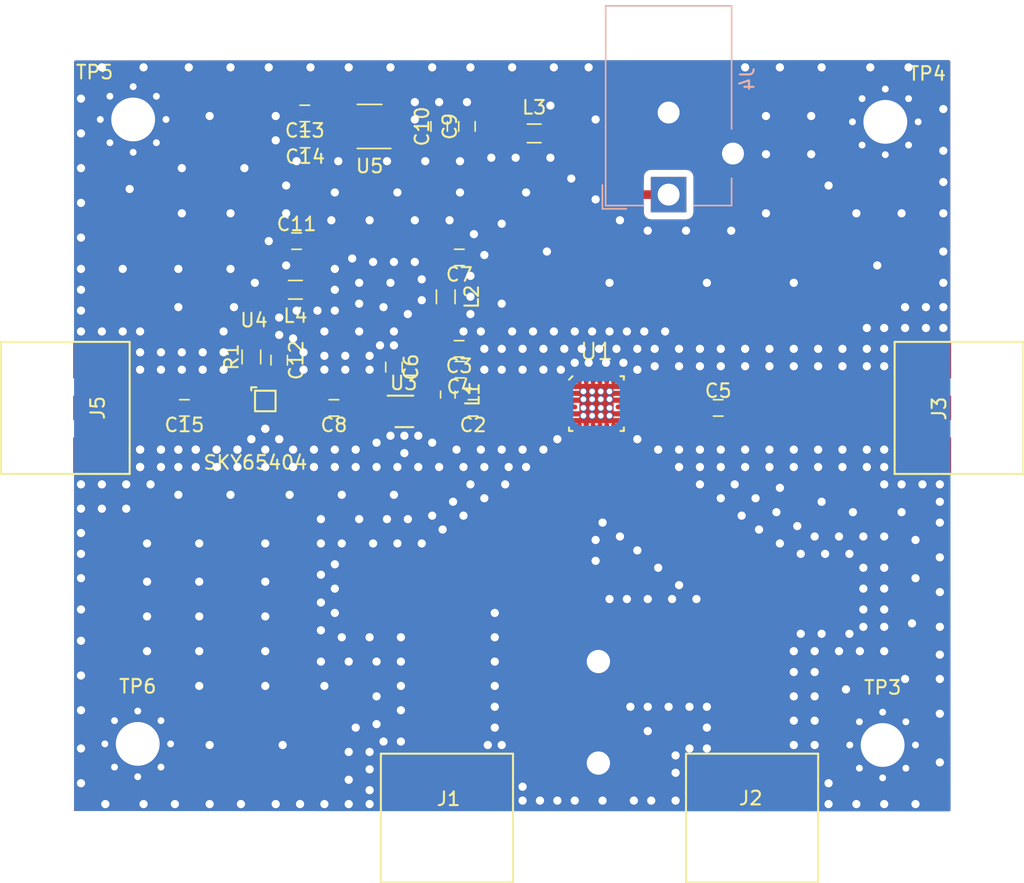
<source format=kicad_pcb>
(kicad_pcb (version 4) (host pcbnew 4.0.7)
  (layers (0 F.Cu signal) (31 B.Cu signal) (34 B.Paste user) (35 F.Paste user) (36 B.SilkS user) (37 F.SilkS user) (38 B.Mask user) (39 F.Mask user) (44 Edge.Cuts user))
  (net 0 "")
  (net 1 "Net-(C2-Pad1)")
  (net 2 "Net-(C2-Pad2)")
  (net 3 GND)
  (net 4 "Net-(C3-Pad2)")
  (net 5 "Net-(C5-Pad1)")
  (net 6 "Net-(C5-Pad2)")
  (net 7 VCC)
  (net 8 "Net-(C8-Pad1)")
  (net 9 "Net-(C8-Pad2)")
  (net 10 "Net-(C10-Pad1)")
  (net 11 "Net-(C12-Pad2)")
  (net 12 "Net-(C13-Pad1)")
  (net 13 "Net-(C15-Pad1)")
  (net 14 "Net-(C15-Pad2)")
  (net 15 "Net-(J1-Pad1)")
  (net 16 "Net-(J2-Pad1)")
  (net 17 "Net-(J4-Pad1)")
  (net 18 "Net-(R1-Pad1)")
  (module buradar:VIA0.6mm (layer F.Cu) (at 166.116 117.602)
    (fp_text reference REF** hide)
    (fp_text value VIA0.6mm hide)
    (pad "" thru_hole circle (at 0 0) (size 0.8 0.8) (drill 0.6) (layers *.Cu) (net 3 GND))
  )
  (module buradar:VIA0.6mm (layer F.Cu) (at 181.102 101.6)
    (fp_text reference REF** hide)
    (fp_text value VIA0.6mm hide)
    (pad "" thru_hole circle (at 0 0) (size 0.8 0.8) (drill 0.6) (layers *.Cu) (net 3 GND))
  )
  (module buradar:VIA0.6mm (layer F.Cu) (at 184.658 101.6)
    (fp_text reference REF** hide)
    (fp_text value VIA0.6mm hide)
    (pad "" thru_hole circle (at 0 0) (size 0.8 0.8) (drill 0.6) (layers *.Cu) (net 3 GND))
  )
  (module buradar:VIA0.6mm (layer F.Cu) (at 178.816 100.838)
    (fp_text reference REF** hide)
    (fp_text value VIA0.6mm hide)
    (pad "" thru_hole circle (at 0 0) (size 0.8 0.8) (drill 0.6) (layers *.Cu) (net 3 GND))
  )
  (module buradar:VIA0.6mm (layer F.Cu) (at 175.768 99.822)
    (fp_text reference REF** hide)
    (fp_text value VIA0.6mm hide)
    (pad "" thru_hole circle (at 0 0) (size 0.8 0.8) (drill 0.6) (layers *.Cu) (net 3 GND))
  )
  (module buradar:VIA0.6mm (layer F.Cu) (at 185.674 103.632)
    (fp_text reference REF** hide)
    (fp_text value VIA0.6mm hide)
    (pad "" thru_hole circle (at 0 0) (size 0.8 0.8) (drill 0.6) (layers *.Cu) (net 3 GND))
  )
  (module buradar:VIA0.6mm (layer F.Cu) (at 185.674 106.426)
    (fp_text reference REF** hide)
    (fp_text value VIA0.6mm hide)
    (pad "" thru_hole circle (at 0 0) (size 0.8 0.8) (drill 0.6) (layers *.Cu) (net 3 GND))
  )
  (module buradar:VIA0.6mm (layer F.Cu) (at 185.42 109.728)
    (fp_text reference REF** hide)
    (fp_text value VIA0.6mm hide)
    (pad "" thru_hole circle (at 0 0) (size 0.8 0.8) (drill 0.6) (layers *.Cu) (net 3 GND))
  )
  (module buradar:VIA0.6mm (layer F.Cu) (at 184.912 113.792)
    (fp_text reference REF** hide)
    (fp_text value VIA0.6mm hide)
    (pad "" thru_hole circle (at 0 0) (size 0.8 0.8) (drill 0.6) (layers *.Cu) (net 3 GND))
  )
  (module buradar:VIA0.6mm (layer F.Cu) (at 180.594 114.554)
    (fp_text reference REF** hide)
    (fp_text value VIA0.6mm hide)
    (pad "" thru_hole circle (at 0 0) (size 0.8 0.8) (drill 0.6) (layers *.Cu) (net 3 GND))
  )
  (module buradar:VIA0.6mm (layer F.Cu) (at 142.494 114.3)
    (fp_text reference REF** hide)
    (fp_text value VIA0.6mm hide)
    (pad "" thru_hole circle (at 0 0) (size 0.8 0.8) (drill 0.6) (layers *.Cu) (net 3 GND))
  )
  (module buradar:VIA0.6mm (layer F.Cu) (at 139.446 118.618)
    (fp_text reference REF** hide)
    (fp_text value VIA0.6mm hide)
    (pad "" thru_hole circle (at 0 0) (size 0.8 0.8) (drill 0.6) (layers *.Cu) (net 3 GND))
  )
  (module buradar:VIA0.6mm (layer F.Cu) (at 134.112 118.618)
    (fp_text reference REF** hide)
    (fp_text value VIA0.6mm hide)
    (pad "" thru_hole circle (at 0 0) (size 0.8 0.8) (drill 0.6) (layers *.Cu) (net 3 GND))
  )
  (module buradar:VIA0.6mm (layer F.Cu) (at 133.35 114.3)
    (fp_text reference REF** hide)
    (fp_text value VIA0.6mm hide)
    (pad "" thru_hole circle (at 0 0) (size 0.8 0.8) (drill 0.6) (layers *.Cu) (net 3 GND))
  )
  (module buradar:VIA0.6mm (layer F.Cu) (at 138.176 114.3)
    (fp_text reference REF** hide)
    (fp_text value VIA0.6mm hide)
    (pad "" thru_hole circle (at 0 0) (size 0.8 0.8) (drill 0.6) (layers *.Cu) (net 3 GND))
  )
  (module buradar:VIA0.6mm (layer F.Cu) (at 138.176 111.76)
    (fp_text reference REF** hide)
    (fp_text value VIA0.6mm hide)
    (pad "" thru_hole circle (at 0 0) (size 0.8 0.8) (drill 0.6) (layers *.Cu) (net 3 GND))
  )
  (module buradar:VIA0.6mm (layer F.Cu) (at 138.176 109.22)
    (fp_text reference REF** hide)
    (fp_text value VIA0.6mm hide)
    (pad "" thru_hole circle (at 0 0) (size 0.8 0.8) (drill 0.6) (layers *.Cu) (net 3 GND))
  )
  (module buradar:VIA0.6mm (layer F.Cu) (at 133.35 111.76)
    (fp_text reference REF** hide)
    (fp_text value VIA0.6mm hide)
    (pad "" thru_hole circle (at 0 0) (size 0.8 0.8) (drill 0.6) (layers *.Cu) (net 3 GND))
  )
  (module buradar:VIA0.6mm (layer F.Cu) (at 133.35 109.22)
    (fp_text reference REF** hide)
    (fp_text value VIA0.6mm hide)
    (pad "" thru_hole circle (at 0 0) (size 0.8 0.8) (drill 0.6) (layers *.Cu) (net 3 GND))
  )
  (module buradar:VIA0.6mm (layer F.Cu) (at 129.54 111.76)
    (fp_text reference REF** hide)
    (fp_text value VIA0.6mm hide)
    (pad "" thru_hole circle (at 0 0) (size 0.8 0.8) (drill 0.6) (layers *.Cu) (net 3 GND))
  )
  (module buradar:VIA0.6mm (layer F.Cu) (at 129.54 109.22)
    (fp_text reference REF** hide)
    (fp_text value VIA0.6mm hide)
    (pad "" thru_hole circle (at 0 0) (size 0.8 0.8) (drill 0.6) (layers *.Cu) (net 3 GND))
  )
  (module buradar:VIA0.6mm (layer F.Cu) (at 129.54 106.68)
    (fp_text reference REF** hide)
    (fp_text value VIA0.6mm hide)
    (pad "" thru_hole circle (at 0 0) (size 0.8 0.8) (drill 0.6) (layers *.Cu) (net 3 GND))
  )
  (module buradar:VIA0.6mm (layer F.Cu) (at 133.35 106.68)
    (fp_text reference REF** hide)
    (fp_text value VIA0.6mm hide)
    (pad "" thru_hole circle (at 0 0) (size 0.8 0.8) (drill 0.6) (layers *.Cu) (net 3 GND))
  )
  (module buradar:VIA0.6mm (layer F.Cu) (at 138.176 106.68)
    (fp_text reference REF** hide)
    (fp_text value VIA0.6mm hide)
    (pad "" thru_hole circle (at 0 0) (size 0.8 0.8) (drill 0.6) (layers *.Cu) (net 3 GND))
  )
  (module buradar:VIA0.6mm (layer F.Cu) (at 138.176 103.886)
    (fp_text reference REF** hide)
    (fp_text value VIA0.6mm hide)
    (pad "" thru_hole circle (at 0 0) (size 0.8 0.8) (drill 0.6) (layers *.Cu) (net 3 GND))
  )
  (module buradar:VIA0.6mm (layer F.Cu) (at 133.35 103.886)
    (fp_text reference REF** hide)
    (fp_text value VIA0.6mm hide)
    (pad "" thru_hole circle (at 0 0) (size 0.8 0.8) (drill 0.6) (layers *.Cu) (net 3 GND))
  )
  (module buradar:VIA0.6mm (layer F.Cu) (at 129.54 103.886)
    (fp_text reference REF** hide)
    (fp_text value VIA0.6mm hide)
    (pad "" thru_hole circle (at 0 0) (size 0.8 0.8) (drill 0.6) (layers *.Cu) (net 3 GND))
  )
  (module buradar:VIA0.6mm (layer F.Cu) (at 131.826 100.33)
    (fp_text reference REF** hide)
    (fp_text value VIA0.6mm hide)
    (pad "" thru_hole circle (at 0 0) (size 0.8 0.8) (drill 0.6) (layers *.Cu) (net 3 GND))
  )
  (module buradar:VIA0.6mm (layer F.Cu) (at 135.636 100.33)
    (fp_text reference REF** hide)
    (fp_text value VIA0.6mm hide)
    (pad "" thru_hole circle (at 0 0) (size 0.8 0.8) (drill 0.6) (layers *.Cu) (net 3 GND))
  )
  (module buradar:VIA0.6mm (layer F.Cu) (at 139.954 100.33)
    (fp_text reference REF** hide)
    (fp_text value VIA0.6mm hide)
    (pad "" thru_hole circle (at 0 0) (size 0.8 0.8) (drill 0.6) (layers *.Cu) (net 3 GND))
  )
  (module buradar:VIA0.6mm (layer F.Cu) (at 143.764 100.33)
    (fp_text reference REF** hide)
    (fp_text value VIA0.6mm hide)
    (pad "" thru_hole circle (at 0 0) (size 0.8 0.8) (drill 0.6) (layers *.Cu) (net 3 GND))
  )
  (module buradar:VIA0.6mm (layer F.Cu) (at 147.574 100.33)
    (fp_text reference REF** hide)
    (fp_text value VIA0.6mm hide)
    (pad "" thru_hole circle (at 0 0) (size 0.8 0.8) (drill 0.6) (layers *.Cu) (net 3 GND))
  )
  (module buradar:VIA0.6mm (layer F.Cu) (at 144.78 117.348)
    (fp_text reference REF** hide)
    (fp_text value VIA0.6mm hide)
    (pad "" thru_hole circle (at 0 0) (size 0.8 0.8) (drill 0.6) (layers *.Cu) (net 3 GND))
  )
  (module buradar:VIA0.6mm (layer F.Cu) (at 144.272 119.126)
    (fp_text reference REF** hide)
    (fp_text value VIA0.6mm hide)
    (pad "" thru_hole circle (at 0 0) (size 0.8 0.8) (drill 0.6) (layers *.Cu) (net 3 GND))
  )
  (module buradar:VIA0.6mm (layer F.Cu) (at 144.272 121.158)
    (fp_text reference REF** hide)
    (fp_text value VIA0.6mm hide)
    (pad "" thru_hole circle (at 0 0) (size 0.8 0.8) (drill 0.6) (layers *.Cu) (net 3 GND))
  )
  (module buradar:VIA0.6mm (layer F.Cu) (at 146.304 117.094)
    (fp_text reference REF** hide)
    (fp_text value VIA0.6mm hide)
    (pad "" thru_hole circle (at 0 0) (size 0.8 0.8) (drill 0.6) (layers *.Cu) (net 3 GND))
  )
  (module buradar:VIA0.6mm (layer F.Cu) (at 146.304 115.062)
    (fp_text reference REF** hide)
    (fp_text value VIA0.6mm hide)
    (pad "" thru_hole circle (at 0 0) (size 0.8 0.8) (drill 0.6) (layers *.Cu) (net 3 GND))
  )
  (module buradar:VIA0.6mm (layer F.Cu) (at 146.304 112.522)
    (fp_text reference REF** hide)
    (fp_text value VIA0.6mm hide)
    (pad "" thru_hole circle (at 0 0) (size 0.8 0.8) (drill 0.6) (layers *.Cu) (net 3 GND))
  )
  (module buradar:VIA0.6mm (layer F.Cu) (at 144.272 112.522)
    (fp_text reference REF** hide)
    (fp_text value VIA0.6mm hide)
    (pad "" thru_hole circle (at 0 0) (size 0.8 0.8) (drill 0.6) (layers *.Cu) (net 3 GND))
  )
  (module buradar:VIA0.6mm (layer F.Cu) (at 142.24 112.522)
    (fp_text reference REF** hide)
    (fp_text value VIA0.6mm hide)
    (pad "" thru_hole circle (at 0 0) (size 0.8 0.8) (drill 0.6) (layers *.Cu) (net 3 GND))
  )
  (module buradar:VIA0.6mm (layer F.Cu) (at 142.24 110.236)
    (fp_text reference REF** hide)
    (fp_text value VIA0.6mm hide)
    (pad "" thru_hole circle (at 0 0) (size 0.8 0.8) (drill 0.6) (layers *.Cu) (net 3 GND))
  )
  (module buradar:VIA0.6mm (layer F.Cu) (at 142.24 108.204)
    (fp_text reference REF** hide)
    (fp_text value VIA0.6mm hide)
    (pad "" thru_hole circle (at 0 0) (size 0.8 0.8) (drill 0.6) (layers *.Cu) (net 3 GND))
  )
  (module buradar:VIA0.6mm (layer F.Cu) (at 142.24 106.172)
    (fp_text reference REF** hide)
    (fp_text value VIA0.6mm hide)
    (pad "" thru_hole circle (at 0 0) (size 0.8 0.8) (drill 0.6) (layers *.Cu) (net 3 GND))
  )
  (module buradar:VIA0.6mm (layer F.Cu) (at 142.24 103.886)
    (fp_text reference REF** hide)
    (fp_text value VIA0.6mm hide)
    (pad "" thru_hole circle (at 0 0) (size 0.8 0.8) (drill 0.6) (layers *.Cu) (net 3 GND))
  )
  (module buradar:VIA0.6mm (layer F.Cu) (at 142.24 102.108)
    (fp_text reference REF** hide)
    (fp_text value VIA0.6mm hide)
    (pad "" thru_hole circle (at 0 0) (size 0.8 0.8) (drill 0.6) (layers *.Cu) (net 3 GND))
  )
  (module buradar:VIA0.6mm (layer F.Cu) (at 145.034 102.108)
    (fp_text reference REF** hide)
    (fp_text value VIA0.6mm hide)
    (pad "" thru_hole circle (at 0 0) (size 0.8 0.8) (drill 0.6) (layers *.Cu) (net 3 GND))
  )
  (module buradar:VIA0.6mm (layer F.Cu) (at 147.066 102.108)
    (fp_text reference REF** hide)
    (fp_text value VIA0.6mm hide)
    (pad "" thru_hole circle (at 0 0) (size 0.8 0.8) (drill 0.6) (layers *.Cu) (net 3 GND))
  )
  (module buradar:VIA0.6mm (layer F.Cu) (at 148.59 102.108)
    (fp_text reference REF** hide)
    (fp_text value VIA0.6mm hide)
    (pad "" thru_hole circle (at 0 0) (size 0.8 0.8) (drill 0.6) (layers *.Cu) (net 3 GND))
  )
  (module buradar:VIA0.6mm (layer F.Cu) (at 150.368 101.854)
    (fp_text reference REF** hide)
    (fp_text value VIA0.6mm hide)
    (pad "" thru_hole circle (at 0 0) (size 0.8 0.8) (drill 0.6) (layers *.Cu) (net 3 GND))
  )
  (module buradar:VIA0.6mm (layer F.Cu) (at 151.892 100.838)
    (fp_text reference REF** hide)
    (fp_text value VIA0.6mm hide)
    (pad "" thru_hole circle (at 0 0) (size 0.8 0.8) (drill 0.6) (layers *.Cu) (net 3 GND))
  )
  (module buradar:VIA0.6mm (layer F.Cu) (at 153.162 99.568)
    (fp_text reference REF** hide)
    (fp_text value VIA0.6mm hide)
    (pad "" thru_hole circle (at 0 0) (size 0.8 0.8) (drill 0.6) (layers *.Cu) (net 3 GND))
  )
  (module buradar:VIA0.6mm (layer F.Cu) (at 174.752 72.644)
    (fp_text reference REF** hide)
    (fp_text value VIA0.6mm hide)
    (pad "" thru_hole circle (at 0 0) (size 0.8 0.8) (drill 0.6) (layers *.Cu) (net 3 GND))
  )
  (module buradar:VIA0.6mm (layer F.Cu) (at 178.054 72.644)
    (fp_text reference REF** hide)
    (fp_text value VIA0.6mm hide)
    (pad "" thru_hole circle (at 0 0) (size 0.8 0.8) (drill 0.6) (layers *.Cu) (net 3 GND))
  )
  (module buradar:VIA0.6mm (layer F.Cu) (at 182.88 83.566)
    (fp_text reference REF** hide)
    (fp_text value VIA0.6mm hide)
    (pad "" thru_hole circle (at 0 0) (size 0.8 0.8) (drill 0.6) (layers *.Cu) (net 3 GND))
  )
  (module buradar:VIA0.6mm (layer F.Cu) (at 176.784 84.836)
    (fp_text reference REF** hide)
    (fp_text value VIA0.6mm hide)
    (pad "" thru_hole circle (at 0 0) (size 0.8 0.8) (drill 0.6) (layers *.Cu) (net 3 GND))
  )
  (module buradar:VIA0.6mm (layer F.Cu) (at 170.434 84.836)
    (fp_text reference REF** hide)
    (fp_text value VIA0.6mm hide)
    (pad "" thru_hole circle (at 0 0) (size 0.8 0.8) (drill 0.6) (layers *.Cu) (net 3 GND))
  )
  (module buradar:VIA0.6mm (layer F.Cu) (at 163.322 84.836)
    (fp_text reference REF** hide)
    (fp_text value VIA0.6mm hide)
    (pad "" thru_hole circle (at 0 0) (size 0.8 0.8) (drill 0.6) (layers *.Cu) (net 3 GND))
  )
  (module buradar:VIA0.6mm (layer F.Cu) (at 172.212 81.026)
    (fp_text reference REF** hide)
    (fp_text value VIA0.6mm hide)
    (pad "" thru_hole circle (at 0 0) (size 0.8 0.8) (drill 0.6) (layers *.Cu) (net 3 GND))
  )
  (module buradar:VIA0.6mm (layer F.Cu) (at 174.752 79.756)
    (fp_text reference REF** hide)
    (fp_text value VIA0.6mm hide)
    (pad "" thru_hole circle (at 0 0) (size 0.8 0.8) (drill 0.6) (layers *.Cu) (net 3 GND))
  )
  (module buradar:VIA0.6mm (layer F.Cu) (at 179.324 77.724)
    (fp_text reference REF** hide)
    (fp_text value VIA0.6mm hide)
    (pad "" thru_hole circle (at 0 0) (size 0.8 0.8) (drill 0.6) (layers *.Cu) (net 3 GND))
  )
  (module buradar:VIA0.6mm (layer F.Cu) (at 184.658 79.756)
    (fp_text reference REF** hide)
    (fp_text value VIA0.6mm hide)
    (pad "" thru_hole circle (at 0 0) (size 0.8 0.8) (drill 0.6) (layers *.Cu) (net 3 GND))
  )
  (module buradar:VIA0.6mm (layer F.Cu) (at 181.356 79.756)
    (fp_text reference REF** hide)
    (fp_text value VIA0.6mm hide)
    (pad "" thru_hole circle (at 0 0) (size 0.8 0.8) (drill 0.6) (layers *.Cu) (net 3 GND))
  )
  (module buradar:VIA0.6mm (layer F.Cu) (at 178.054 75.438)
    (fp_text reference REF** hide)
    (fp_text value VIA0.6mm hide)
    (pad "" thru_hole circle (at 0 0) (size 0.8 0.8) (drill 0.6) (layers *.Cu) (net 3 GND))
  )
  (module buradar:VIA0.6mm (layer F.Cu) (at 174.752 75.438)
    (fp_text reference REF** hide)
    (fp_text value VIA0.6mm hide)
    (pad "" thru_hole circle (at 0 0) (size 0.8 0.8) (drill 0.6) (layers *.Cu) (net 3 GND))
  )
  (module buradar:VIA0.6mm (layer F.Cu) (at 162.306 72.898)
    (fp_text reference REF** hide)
    (fp_text value VIA0.6mm hide)
    (pad "" thru_hole circle (at 0 0) (size 0.8 0.8) (drill 0.6) (layers *.Cu) (net 3 GND))
  )
  (module buradar:VIA0.6mm (layer F.Cu) (at 159.004 71.882)
    (fp_text reference REF** hide)
    (fp_text value VIA0.6mm hide)
    (pad "" thru_hole circle (at 0 0) (size 0.8 0.8) (drill 0.6) (layers *.Cu) (net 3 GND))
  )
  (module buradar:VIA0.6mm (layer F.Cu) (at 135.636 79.756)
    (fp_text reference REF** hide)
    (fp_text value VIA0.6mm hide)
    (pad "" thru_hole circle (at 0 0) (size 0.8 0.8) (drill 0.6) (layers *.Cu) (net 3 GND))
  )
  (module buradar:VIA0.6mm (layer F.Cu) (at 132.08 79.756)
    (fp_text reference REF** hide)
    (fp_text value VIA0.6mm hide)
    (pad "" thru_hole circle (at 0 0) (size 0.8 0.8) (drill 0.6) (layers *.Cu) (net 3 GND))
  )
  (module buradar:VIA0.6mm (layer F.Cu) (at 131.826 86.614)
    (fp_text reference REF** hide)
    (fp_text value VIA0.6mm hide)
    (pad "" thru_hole circle (at 0 0) (size 0.8 0.8) (drill 0.6) (layers *.Cu) (net 3 GND))
  )
  (module buradar:VIA0.6mm (layer F.Cu) (at 135.636 83.82)
    (fp_text reference REF** hide)
    (fp_text value VIA0.6mm hide)
    (pad "" thru_hole circle (at 0 0) (size 0.8 0.8) (drill 0.6) (layers *.Cu) (net 3 GND))
  )
  (module buradar:VIA0.6mm (layer F.Cu) (at 136.652 76.454)
    (fp_text reference REF** hide)
    (fp_text value VIA0.6mm hide)
    (pad "" thru_hole circle (at 0 0) (size 0.8 0.8) (drill 0.6) (layers *.Cu) (net 3 GND))
  )
  (module buradar:VIA0.6mm (layer F.Cu) (at 140.462 75.946)
    (fp_text reference REF** hide)
    (fp_text value VIA0.6mm hide)
    (pad "" thru_hole circle (at 0 0) (size 0.8 0.8) (drill 0.6) (layers *.Cu) (net 3 GND))
  )
  (module buradar:VIA0.6mm (layer F.Cu) (at 139.7 77.724)
    (fp_text reference REF** hide)
    (fp_text value VIA0.6mm hide)
    (pad "" thru_hole circle (at 0 0) (size 0.8 0.8) (drill 0.6) (layers *.Cu) (net 3 GND))
  )
  (module buradar:VIA0.6mm (layer F.Cu) (at 139.7 79.756)
    (fp_text reference REF** hide)
    (fp_text value VIA0.6mm hide)
    (pad "" thru_hole circle (at 0 0) (size 0.8 0.8) (drill 0.6) (layers *.Cu) (net 3 GND))
  )
  (module buradar:VIA0.6mm (layer F.Cu) (at 139.7 83.566)
    (fp_text reference REF** hide)
    (fp_text value VIA0.6mm hide)
    (pad "" thru_hole circle (at 0 0) (size 0.8 0.8) (drill 0.6) (layers *.Cu) (net 3 GND))
  )
  (module buradar:VIA0.6mm (layer F.Cu) (at 137.414 84.836)
    (fp_text reference REF** hide)
    (fp_text value VIA0.6mm hide)
    (pad "" thru_hole circle (at 0 0) (size 0.8 0.8) (drill 0.6) (layers *.Cu) (net 3 GND))
  )
  (module buradar:VIA0.6mm (layer F.Cu) (at 138.43 81.788)
    (fp_text reference REF** hide)
    (fp_text value VIA0.6mm hide)
    (pad "" thru_hole circle (at 0 0) (size 0.8 0.8) (drill 0.6) (layers *.Cu) (net 3 GND))
  )
  (module buradar:VIA0.6mm (layer F.Cu) (at 149.098 71.628)
    (fp_text reference REF** hide)
    (fp_text value VIA0.6mm hide)
    (pad "" thru_hole circle (at 0 0) (size 0.8 0.8) (drill 0.6) (layers *.Cu) (net 3 GND))
  )
  (module buradar:VIA0.6mm (layer F.Cu) (at 149.098 72.898)
    (fp_text reference REF** hide)
    (fp_text value VIA0.6mm hide)
    (pad "" thru_hole circle (at 0 0) (size 0.8 0.8) (drill 0.6) (layers *.Cu) (net 3 GND))
  )
  (module buradar:VIA0.6mm (layer F.Cu) (at 152.908 71.628)
    (fp_text reference REF** hide)
    (fp_text value VIA0.6mm hide)
    (pad "" thru_hole circle (at 0 0) (size 0.8 0.8) (drill 0.6) (layers *.Cu) (net 3 GND))
  )
  (module buradar:VIA0.6mm (layer F.Cu) (at 150.876 71.628)
    (fp_text reference REF** hide)
    (fp_text value VIA0.6mm hide)
    (pad "" thru_hole circle (at 0 0) (size 0.8 0.8) (drill 0.6) (layers *.Cu) (net 3 GND))
  )
  (module buradar:VIA0.6mm (layer F.Cu) (at 138.938 72.644)
    (fp_text reference REF** hide)
    (fp_text value VIA0.6mm hide)
    (pad "" thru_hole circle (at 0 0) (size 0.8 0.8) (drill 0.6) (layers *.Cu) (net 3 GND))
  )
  (module buradar:VIA0.6mm (layer F.Cu) (at 138.938 74.422)
    (fp_text reference REF** hide)
    (fp_text value VIA0.6mm hide)
    (pad "" thru_hole circle (at 0 0) (size 0.8 0.8) (drill 0.6) (layers *.Cu) (net 3 GND))
  )
  (module buradar:VIA0.6mm (layer F.Cu) (at 131.826 83.82)
    (fp_text reference REF** hide)
    (fp_text value VIA0.6mm hide)
    (pad "" thru_hole circle (at 0 0) (size 0.8 0.8) (drill 0.6) (layers *.Cu) (net 3 GND))
  )
  (module buradar:VIA0.6mm (layer F.Cu) (at 127.762 83.82)
    (fp_text reference REF** hide)
    (fp_text value VIA0.6mm hide)
    (pad "" thru_hole circle (at 0 0) (size 0.8 0.8) (drill 0.6) (layers *.Cu) (net 3 GND))
  )
  (module buradar:VIA0.6mm (layer F.Cu) (at 132.08 76.454)
    (fp_text reference REF** hide)
    (fp_text value VIA0.6mm hide)
    (pad "" thru_hole circle (at 0 0) (size 0.8 0.8) (drill 0.6) (layers *.Cu) (net 3 GND))
  )
  (module buradar:VIA0.6mm (layer F.Cu) (at 128.27 77.978)
    (fp_text reference REF** hide)
    (fp_text value VIA0.6mm hide)
    (pad "" thru_hole circle (at 0 0) (size 0.8 0.8) (drill 0.6) (layers *.Cu) (net 3 GND))
  )
  (module buradar:VIA0.6mm (layer F.Cu) (at 134.112 72.644)
    (fp_text reference REF** hide)
    (fp_text value VIA0.6mm hide)
    (pad "" thru_hole circle (at 0 0) (size 0.8 0.8) (drill 0.6) (layers *.Cu) (net 3 GND))
  )
  (module buradar:VIA0.6mm (layer F.Cu) (at 187.706 86.614)
    (fp_text reference REF** hide)
    (fp_text value VIA0.6mm hide)
    (pad "" thru_hole circle (at 0 0) (size 0.8 0.8) (drill 0.6) (layers *.Cu) (net 3 GND))
  )
  (module buradar:VIA0.6mm (layer F.Cu) (at 186.436 86.614)
    (fp_text reference REF** hide)
    (fp_text value VIA0.6mm hide)
    (pad "" thru_hole circle (at 0 0) (size 0.8 0.8) (drill 0.6) (layers *.Cu) (net 3 GND))
  )
  (module buradar:VIA0.6mm (layer F.Cu) (at 184.912 86.614)
    (fp_text reference REF** hide)
    (fp_text value VIA0.6mm hide)
    (pad "" thru_hole circle (at 0 0) (size 0.8 0.8) (drill 0.6) (layers *.Cu) (net 3 GND))
  )
  (module buradar:VIA0.6mm (layer F.Cu) (at 182.118 88.138)
    (fp_text reference REF** hide)
    (fp_text value VIA0.6mm hide)
    (pad "" thru_hole circle (at 0 0) (size 0.8 0.8) (drill 0.6) (layers *.Cu) (net 3 GND))
  )
  (module buradar:VIA0.6mm (layer F.Cu) (at 183.388 88.138)
    (fp_text reference REF** hide)
    (fp_text value VIA0.6mm hide)
    (pad "" thru_hole circle (at 0 0) (size 0.8 0.8) (drill 0.6) (layers *.Cu) (net 3 GND))
  )
  (module buradar:VIA0.6mm (layer F.Cu) (at 184.912 88.138)
    (fp_text reference REF** hide)
    (fp_text value VIA0.6mm hide)
    (pad "" thru_hole circle (at 0 0) (size 0.8 0.8) (drill 0.6) (layers *.Cu) (net 3 GND))
  )
  (module buradar:VIA0.6mm (layer F.Cu) (at 186.436 88.138)
    (fp_text reference REF** hide)
    (fp_text value VIA0.6mm hide)
    (pad "" thru_hole circle (at 0 0) (size 0.8 0.8) (drill 0.6) (layers *.Cu) (net 3 GND))
  )
  (module buradar:VIA0.6mm (layer F.Cu) (at 187.706 88.138)
    (fp_text reference REF** hide)
    (fp_text value VIA0.6mm hide)
    (pad "" thru_hole circle (at 0 0) (size 0.8 0.8) (drill 0.6) (layers *.Cu) (net 3 GND))
  )
  (module buradar:VIA0.6mm (layer F.Cu) (at 187.706 84.836)
    (fp_text reference REF** hide)
    (fp_text value VIA0.6mm hide)
    (pad "" thru_hole circle (at 0 0) (size 0.8 0.8) (drill 0.6) (layers *.Cu) (net 3 GND))
  )
  (module buradar:VIA0.6mm (layer F.Cu) (at 187.706 82.55)
    (fp_text reference REF** hide)
    (fp_text value VIA0.6mm hide)
    (pad "" thru_hole circle (at 0 0) (size 0.8 0.8) (drill 0.6) (layers *.Cu) (net 3 GND))
  )
  (module buradar:VIA0.6mm (layer F.Cu) (at 187.706 79.756)
    (fp_text reference REF** hide)
    (fp_text value VIA0.6mm hide)
    (pad "" thru_hole circle (at 0 0) (size 0.8 0.8) (drill 0.6) (layers *.Cu) (net 3 GND))
  )
  (module buradar:VIA0.6mm (layer F.Cu) (at 187.706 77.47)
    (fp_text reference REF** hide)
    (fp_text value VIA0.6mm hide)
    (pad "" thru_hole circle (at 0 0) (size 0.8 0.8) (drill 0.6) (layers *.Cu) (net 3 GND))
  )
  (module buradar:VIA0.6mm (layer F.Cu) (at 187.706 75.184)
    (fp_text reference REF** hide)
    (fp_text value VIA0.6mm hide)
    (pad "" thru_hole circle (at 0 0) (size 0.8 0.8) (drill 0.6) (layers *.Cu) (net 3 GND))
  )
  (module buradar:VIA0.6mm (layer F.Cu) (at 187.706 72.136)
    (fp_text reference REF** hide)
    (fp_text value VIA0.6mm hide)
    (pad "" thru_hole circle (at 0 0) (size 0.8 0.8) (drill 0.6) (layers *.Cu) (net 3 GND))
  )
  (module buradar:VIA0.6mm (layer F.Cu) (at 185.166 69.088)
    (fp_text reference REF** hide)
    (fp_text value VIA0.6mm hide)
    (pad "" thru_hole circle (at 0 0) (size 0.8 0.8) (drill 0.6) (layers *.Cu) (net 3 GND))
  )
  (module buradar:VIA0.6mm (layer F.Cu) (at 182.372 69.088)
    (fp_text reference REF** hide)
    (fp_text value VIA0.6mm hide)
    (pad "" thru_hole circle (at 0 0) (size 0.8 0.8) (drill 0.6) (layers *.Cu) (net 3 GND))
  )
  (module buradar:VIA0.6mm (layer F.Cu) (at 178.816 69.088)
    (fp_text reference REF** hide)
    (fp_text value VIA0.6mm hide)
    (pad "" thru_hole circle (at 0 0) (size 0.8 0.8) (drill 0.6) (layers *.Cu) (net 3 GND))
  )
  (module buradar:VIA0.6mm (layer F.Cu) (at 175.768 69.088)
    (fp_text reference REF** hide)
    (fp_text value VIA0.6mm hide)
    (pad "" thru_hole circle (at 0 0) (size 0.8 0.8) (drill 0.6) (layers *.Cu) (net 3 GND))
  )
  (module buradar:VIA0.6mm (layer F.Cu) (at 173.228 69.088)
    (fp_text reference REF** hide)
    (fp_text value VIA0.6mm hide)
    (pad "" thru_hole circle (at 0 0) (size 0.8 0.8) (drill 0.6) (layers *.Cu) (net 3 GND))
  )
  (module buradar:VIA0.6mm (layer F.Cu) (at 161.798 69.088)
    (fp_text reference REF** hide)
    (fp_text value VIA0.6mm hide)
    (pad "" thru_hole circle (at 0 0) (size 0.8 0.8) (drill 0.6) (layers *.Cu) (net 3 GND))
  )
  (module buradar:VIA0.6mm (layer F.Cu) (at 159.258 69.088)
    (fp_text reference REF** hide)
    (fp_text value VIA0.6mm hide)
    (pad "" thru_hole circle (at 0 0) (size 0.8 0.8) (drill 0.6) (layers *.Cu) (net 3 GND))
  )
  (module buradar:VIA0.6mm (layer F.Cu) (at 156.21 69.088)
    (fp_text reference REF** hide)
    (fp_text value VIA0.6mm hide)
    (pad "" thru_hole circle (at 0 0) (size 0.8 0.8) (drill 0.6) (layers *.Cu) (net 3 GND))
  )
  (module buradar:VIA0.6mm (layer F.Cu) (at 153.162 69.088)
    (fp_text reference REF** hide)
    (fp_text value VIA0.6mm hide)
    (pad "" thru_hole circle (at 0 0) (size 0.8 0.8) (drill 0.6) (layers *.Cu) (net 3 GND))
  )
  (module buradar:VIA0.6mm (layer F.Cu) (at 150.368 69.088)
    (fp_text reference REF** hide)
    (fp_text value VIA0.6mm hide)
    (pad "" thru_hole circle (at 0 0) (size 0.8 0.8) (drill 0.6) (layers *.Cu) (net 3 GND))
  )
  (module buradar:VIA0.6mm (layer F.Cu) (at 147.32 69.088)
    (fp_text reference REF** hide)
    (fp_text value VIA0.6mm hide)
    (pad "" thru_hole circle (at 0 0) (size 0.8 0.8) (drill 0.6) (layers *.Cu) (net 3 GND))
  )
  (module buradar:VIA0.6mm (layer F.Cu) (at 144.272 69.088)
    (fp_text reference REF** hide)
    (fp_text value VIA0.6mm hide)
    (pad "" thru_hole circle (at 0 0) (size 0.8 0.8) (drill 0.6) (layers *.Cu) (net 3 GND))
  )
  (module buradar:VIA0.6mm (layer F.Cu) (at 141.478 69.088)
    (fp_text reference REF** hide)
    (fp_text value VIA0.6mm hide)
    (pad "" thru_hole circle (at 0 0) (size 0.8 0.8) (drill 0.6) (layers *.Cu) (net 3 GND))
  )
  (module buradar:VIA0.6mm (layer F.Cu) (at 138.43 69.088)
    (fp_text reference REF** hide)
    (fp_text value VIA0.6mm hide)
    (pad "" thru_hole circle (at 0 0) (size 0.8 0.8) (drill 0.6) (layers *.Cu) (net 3 GND))
  )
  (module buradar:VIA0.6mm (layer F.Cu) (at 135.636 69.088)
    (fp_text reference REF** hide)
    (fp_text value VIA0.6mm hide)
    (pad "" thru_hole circle (at 0 0) (size 0.8 0.8) (drill 0.6) (layers *.Cu) (net 3 GND))
  )
  (module buradar:VIA0.6mm (layer F.Cu) (at 132.588 69.088)
    (fp_text reference REF** hide)
    (fp_text value VIA0.6mm hide)
    (pad "" thru_hole circle (at 0 0) (size 0.8 0.8) (drill 0.6) (layers *.Cu) (net 3 GND))
  )
  (module buradar:VIA0.6mm (layer F.Cu) (at 129.286 69.088)
    (fp_text reference REF** hide)
    (fp_text value VIA0.6mm hide)
    (pad "" thru_hole circle (at 0 0) (size 0.8 0.8) (drill 0.6) (layers *.Cu) (net 3 GND))
  )
  (module buradar:VIA0.6mm (layer F.Cu) (at 126.238 69.088)
    (fp_text reference REF** hide)
    (fp_text value VIA0.6mm hide)
    (pad "" thru_hole circle (at 0 0) (size 0.8 0.8) (drill 0.6) (layers *.Cu) (net 3 GND))
  )
  (module buradar:VIA0.6mm (layer F.Cu) (at 124.714 71.374)
    (fp_text reference REF** hide)
    (fp_text value VIA0.6mm hide)
    (pad "" thru_hole circle (at 0 0) (size 0.8 0.8) (drill 0.6) (layers *.Cu) (net 3 GND))
  )
  (module buradar:VIA0.6mm (layer F.Cu) (at 124.714 73.914)
    (fp_text reference REF** hide)
    (fp_text value VIA0.6mm hide)
    (pad "" thru_hole circle (at 0 0) (size 0.8 0.8) (drill 0.6) (layers *.Cu) (net 3 GND))
  )
  (module buradar:VIA0.6mm (layer F.Cu) (at 124.714 76.454)
    (fp_text reference REF** hide)
    (fp_text value VIA0.6mm hide)
    (pad "" thru_hole circle (at 0 0) (size 0.8 0.8) (drill 0.6) (layers *.Cu) (net 3 GND))
  )
  (module buradar:VIA0.6mm (layer F.Cu) (at 124.714 78.994)
    (fp_text reference REF** hide)
    (fp_text value VIA0.6mm hide)
    (pad "" thru_hole circle (at 0 0) (size 0.8 0.8) (drill 0.6) (layers *.Cu) (net 3 GND))
  )
  (module buradar:VIA0.6mm (layer F.Cu) (at 124.714 81.534)
    (fp_text reference REF** hide)
    (fp_text value VIA0.6mm hide)
    (pad "" thru_hole circle (at 0 0) (size 0.8 0.8) (drill 0.6) (layers *.Cu) (net 3 GND))
  )
  (module buradar:VIA0.6mm (layer F.Cu) (at 158.75 82.55)
    (fp_text reference REF** hide)
    (fp_text value VIA0.6mm hide)
    (pad "" thru_hole circle (at 0 0) (size 0.8 0.8) (drill 0.6) (layers *.Cu) (net 3 GND))
  )
  (module buradar:VIA0.6mm (layer F.Cu) (at 155.448 86.36)
    (fp_text reference REF** hide)
    (fp_text value VIA0.6mm hide)
    (pad "" thru_hole circle (at 0 0) (size 0.8 0.8) (drill 0.6) (layers *.Cu) (net 3 GND))
  )
  (module buradar:VIA0.6mm (layer F.Cu) (at 155.448 80.518)
    (fp_text reference REF** hide)
    (fp_text value VIA0.6mm hide)
    (pad "" thru_hole circle (at 0 0) (size 0.8 0.8) (drill 0.6) (layers *.Cu) (net 3 GND))
  )
  (module buradar:VIA0.6mm (layer F.Cu) (at 157.226 78.232)
    (fp_text reference REF** hide)
    (fp_text value VIA0.6mm hide)
    (pad "" thru_hole circle (at 0 0) (size 0.8 0.8) (drill 0.6) (layers *.Cu) (net 3 GND))
  )
  (module buradar:VIA0.6mm (layer F.Cu) (at 152.4 78.232)
    (fp_text reference REF** hide)
    (fp_text value VIA0.6mm hide)
    (pad "" thru_hole circle (at 0 0) (size 0.8 0.8) (drill 0.6) (layers *.Cu) (net 3 GND))
  )
  (module buradar:VIA0.6mm (layer F.Cu) (at 147.828 78.232)
    (fp_text reference REF** hide)
    (fp_text value VIA0.6mm hide)
    (pad "" thru_hole circle (at 0 0) (size 0.8 0.8) (drill 0.6) (layers *.Cu) (net 3 GND))
  )
  (module buradar:VIA0.6mm (layer F.Cu) (at 168.91 81.026)
    (fp_text reference REF** hide)
    (fp_text value VIA0.6mm hide)
    (pad "" thru_hole circle (at 0 0) (size 0.8 0.8) (drill 0.6) (layers *.Cu) (net 3 GND))
  )
  (module buradar:VIA0.6mm (layer F.Cu) (at 166.116 81.026)
    (fp_text reference REF** hide)
    (fp_text value VIA0.6mm hide)
    (pad "" thru_hole circle (at 0 0) (size 0.8 0.8) (drill 0.6) (layers *.Cu) (net 3 GND))
  )
  (module buradar:VIA0.6mm (layer F.Cu) (at 164.084 80.264)
    (fp_text reference REF** hide)
    (fp_text value VIA0.6mm hide)
    (pad "" thru_hole circle (at 0 0) (size 0.8 0.8) (drill 0.6) (layers *.Cu) (net 3 GND))
  )
  (module buradar:VIA0.6mm (layer F.Cu) (at 162.306 78.74)
    (fp_text reference REF** hide)
    (fp_text value VIA0.6mm hide)
    (pad "" thru_hole circle (at 0 0) (size 0.8 0.8) (drill 0.6) (layers *.Cu) (net 3 GND))
  )
  (module buradar:VIA0.6mm (layer F.Cu) (at 160.528 77.216)
    (fp_text reference REF** hide)
    (fp_text value VIA0.6mm hide)
    (pad "" thru_hole circle (at 0 0) (size 0.8 0.8) (drill 0.6) (layers *.Cu) (net 3 GND))
  )
  (module buradar:VIA0.6mm (layer F.Cu) (at 159.004 75.692)
    (fp_text reference REF** hide)
    (fp_text value VIA0.6mm hide)
    (pad "" thru_hole circle (at 0 0) (size 0.8 0.8) (drill 0.6) (layers *.Cu) (net 3 GND))
  )
  (module buradar:VIA0.6mm (layer F.Cu) (at 156.464 75.692)
    (fp_text reference REF** hide)
    (fp_text value VIA0.6mm hide)
    (pad "" thru_hole circle (at 0 0) (size 0.8 0.8) (drill 0.6) (layers *.Cu) (net 3 GND))
  )
  (module buradar:VIA0.6mm (layer F.Cu) (at 154.686 75.692)
    (fp_text reference REF** hide)
    (fp_text value VIA0.6mm hide)
    (pad "" thru_hole circle (at 0 0) (size 0.8 0.8) (drill 0.6) (layers *.Cu) (net 3 GND))
  )
  (module buradar:VIA0.6mm (layer F.Cu) (at 152.4 75.946)
    (fp_text reference REF** hide)
    (fp_text value VIA0.6mm hide)
    (pad "" thru_hole circle (at 0 0) (size 0.8 0.8) (drill 0.6) (layers *.Cu) (net 3 GND))
  )
  (module buradar:VIA0.6mm (layer F.Cu) (at 149.86 75.946)
    (fp_text reference REF** hide)
    (fp_text value VIA0.6mm hide)
    (pad "" thru_hole circle (at 0 0) (size 0.8 0.8) (drill 0.6) (layers *.Cu) (net 3 GND))
  )
  (module buradar:VIA0.6mm (layer F.Cu) (at 147.066 75.946)
    (fp_text reference REF** hide)
    (fp_text value VIA0.6mm hide)
    (pad "" thru_hole circle (at 0 0) (size 0.8 0.8) (drill 0.6) (layers *.Cu) (net 3 GND))
  )
  (module buradar:VIA0.6mm (layer F.Cu) (at 151.638 80.264)
    (fp_text reference REF** hide)
    (fp_text value VIA0.6mm hide)
    (pad "" thru_hole circle (at 0 0) (size 0.8 0.8) (drill 0.6) (layers *.Cu) (net 3 GND))
  )
  (module buradar:VIA0.6mm (layer F.Cu) (at 149.098 80.264)
    (fp_text reference REF** hide)
    (fp_text value VIA0.6mm hide)
    (pad "" thru_hole circle (at 0 0) (size 0.8 0.8) (drill 0.6) (layers *.Cu) (net 3 GND))
  )
  (module buradar:VIA0.6mm (layer F.Cu) (at 145.796 80.264)
    (fp_text reference REF** hide)
    (fp_text value VIA0.6mm hide)
    (pad "" thru_hole circle (at 0 0) (size 0.8 0.8) (drill 0.6) (layers *.Cu) (net 3 GND))
  )
  (module buradar:VIA0.6mm (layer F.Cu) (at 143.256 78.232)
    (fp_text reference REF** hide)
    (fp_text value VIA0.6mm hide)
    (pad "" thru_hole circle (at 0 0) (size 0.8 0.8) (drill 0.6) (layers *.Cu) (net 3 GND))
  )
  (module buradar:VIA0.6mm (layer F.Cu) (at 143.002 80.264)
    (fp_text reference REF** hide)
    (fp_text value VIA0.6mm hide)
    (pad "" thru_hole circle (at 0 0) (size 0.8 0.8) (drill 0.6) (layers *.Cu) (net 3 GND))
  )
  (module buradar:VIA0.6mm (layer F.Cu) (at 143.51 75.946)
    (fp_text reference REF** hide)
    (fp_text value VIA0.6mm hide)
    (pad "" thru_hole circle (at 0 0) (size 0.8 0.8) (drill 0.6) (layers *.Cu) (net 3 GND))
  )
  (module buradar:VIA0.6mm (layer F.Cu) (at 153.416 81.28)
    (fp_text reference REF** hide)
    (fp_text value VIA0.6mm hide)
    (pad "" thru_hole circle (at 0 0) (size 0.8 0.8) (drill 0.6) (layers *.Cu) (net 3 GND))
  )
  (module buradar:VIA0.6mm (layer F.Cu) (at 154.178 82.804)
    (fp_text reference REF** hide)
    (fp_text value VIA0.6mm hide)
    (pad "" thru_hole circle (at 0 0) (size 0.8 0.8) (drill 0.6) (layers *.Cu) (net 3 GND))
  )
  (module buradar:VIA0.6mm (layer F.Cu) (at 153.162 84.328)
    (fp_text reference REF** hide)
    (fp_text value VIA0.6mm hide)
    (pad "" thru_hole circle (at 0 0) (size 0.8 0.8) (drill 0.6) (layers *.Cu) (net 3 GND))
  )
  (module buradar:VIA0.6mm (layer F.Cu) (at 153.162 85.852)
    (fp_text reference REF** hide)
    (fp_text value VIA0.6mm hide)
    (pad "" thru_hole circle (at 0 0) (size 0.8 0.8) (drill 0.6) (layers *.Cu) (net 3 GND))
  )
  (module buradar:VIA0.6mm (layer F.Cu) (at 153.162 87.122)
    (fp_text reference REF** hide)
    (fp_text value VIA0.6mm hide)
    (pad "" thru_hole circle (at 0 0) (size 0.8 0.8) (drill 0.6) (layers *.Cu) (net 3 GND))
  )
  (module buradar:VIA0.6mm (layer F.Cu) (at 167.386 88.392)
    (fp_text reference REF** hide)
    (fp_text value VIA0.6mm hide)
    (pad "" thru_hole circle (at 0 0) (size 0.8 0.8) (drill 0.6) (layers *.Cu) (net 3 GND))
  )
  (module buradar:VIA0.6mm (layer F.Cu) (at 165.862 88.392)
    (fp_text reference REF** hide)
    (fp_text value VIA0.6mm hide)
    (pad "" thru_hole circle (at 0 0) (size 0.8 0.8) (drill 0.6) (layers *.Cu) (net 3 GND))
  )
  (module buradar:VIA0.6mm (layer F.Cu) (at 164.592 88.392)
    (fp_text reference REF** hide)
    (fp_text value VIA0.6mm hide)
    (pad "" thru_hole circle (at 0 0) (size 0.8 0.8) (drill 0.6) (layers *.Cu) (net 3 GND))
  )
  (module buradar:VIA0.6mm (layer F.Cu) (at 163.322 88.392)
    (fp_text reference REF** hide)
    (fp_text value VIA0.6mm hide)
    (pad "" thru_hole circle (at 0 0) (size 0.8 0.8) (drill 0.6) (layers *.Cu) (net 3 GND))
  )
  (module buradar:VIA0.6mm (layer F.Cu) (at 162.052 88.392)
    (fp_text reference REF** hide)
    (fp_text value VIA0.6mm hide)
    (pad "" thru_hole circle (at 0 0) (size 0.8 0.8) (drill 0.6) (layers *.Cu) (net 3 GND))
  )
  (module buradar:VIA0.6mm (layer F.Cu) (at 160.782 88.392)
    (fp_text reference REF** hide)
    (fp_text value VIA0.6mm hide)
    (pad "" thru_hole circle (at 0 0) (size 0.8 0.8) (drill 0.6) (layers *.Cu) (net 3 GND))
  )
  (module buradar:VIA0.6mm (layer F.Cu) (at 159.258 88.392)
    (fp_text reference REF** hide)
    (fp_text value VIA0.6mm hide)
    (pad "" thru_hole circle (at 0 0) (size 0.8 0.8) (drill 0.6) (layers *.Cu) (net 3 GND))
  )
  (module buradar:VIA0.6mm (layer F.Cu) (at 157.734 88.392)
    (fp_text reference REF** hide)
    (fp_text value VIA0.6mm hide)
    (pad "" thru_hole circle (at 0 0) (size 0.8 0.8) (drill 0.6) (layers *.Cu) (net 3 GND))
  )
  (module buradar:VIA0.6mm (layer F.Cu) (at 156.21 88.392)
    (fp_text reference REF** hide)
    (fp_text value VIA0.6mm hide)
    (pad "" thru_hole circle (at 0 0) (size 0.8 0.8) (drill 0.6) (layers *.Cu) (net 3 GND))
  )
  (module buradar:VIA0.6mm (layer F.Cu) (at 153.924 88.392)
    (fp_text reference REF** hide)
    (fp_text value VIA0.6mm hide)
    (pad "" thru_hole circle (at 0 0) (size 0.8 0.8) (drill 0.6) (layers *.Cu) (net 3 GND))
  )
  (module buradar:VIA0.6mm (layer F.Cu) (at 152.654 88.392)
    (fp_text reference REF** hide)
    (fp_text value VIA0.6mm hide)
    (pad "" thru_hole circle (at 0 0) (size 0.8 0.8) (drill 0.6) (layers *.Cu) (net 3 GND))
  )
  (module buradar:VIA0.6mm (layer F.Cu) (at 154.178 89.662)
    (fp_text reference REF** hide)
    (fp_text value VIA0.6mm hide)
    (pad "" thru_hole circle (at 0 0) (size 0.8 0.8) (drill 0.6) (layers *.Cu) (net 3 GND))
  )
  (module buradar:VIA0.6mm (layer F.Cu) (at 155.448 89.662)
    (fp_text reference REF** hide)
    (fp_text value VIA0.6mm hide)
    (pad "" thru_hole circle (at 0 0) (size 0.8 0.8) (drill 0.6) (layers *.Cu) (net 3 GND))
  )
  (module buradar:VIA0.6mm (layer F.Cu) (at 156.972 89.662)
    (fp_text reference REF** hide)
    (fp_text value VIA0.6mm hide)
    (pad "" thru_hole circle (at 0 0) (size 0.8 0.8) (drill 0.6) (layers *.Cu) (net 3 GND))
  )
  (module buradar:VIA0.6mm (layer F.Cu) (at 158.496 89.662)
    (fp_text reference REF** hide)
    (fp_text value VIA0.6mm hide)
    (pad "" thru_hole circle (at 0 0) (size 0.8 0.8) (drill 0.6) (layers *.Cu) (net 3 GND))
  )
  (module buradar:VIA0.6mm (layer F.Cu) (at 160.02 89.662)
    (fp_text reference REF** hide)
    (fp_text value VIA0.6mm hide)
    (pad "" thru_hole circle (at 0 0) (size 0.8 0.8) (drill 0.6) (layers *.Cu) (net 3 GND))
  )
  (module buradar:VIA0.6mm (layer F.Cu) (at 161.29 89.662)
    (fp_text reference REF** hide)
    (fp_text value VIA0.6mm hide)
    (pad "" thru_hole circle (at 0 0) (size 0.8 0.8) (drill 0.6) (layers *.Cu) (net 3 GND))
  )
  (module buradar:VIA0.6mm (layer F.Cu) (at 162.56 89.662)
    (fp_text reference REF** hide)
    (fp_text value VIA0.6mm hide)
    (pad "" thru_hole circle (at 0 0) (size 0.8 0.8) (drill 0.6) (layers *.Cu) (net 3 GND))
  )
  (module buradar:VIA0.6mm (layer F.Cu) (at 163.83 89.662)
    (fp_text reference REF** hide)
    (fp_text value VIA0.6mm hide)
    (pad "" thru_hole circle (at 0 0) (size 0.8 0.8) (drill 0.6) (layers *.Cu) (net 3 GND))
  )
  (module buradar:VIA0.6mm (layer F.Cu) (at 165.354 89.662)
    (fp_text reference REF** hide)
    (fp_text value VIA0.6mm hide)
    (pad "" thru_hole circle (at 0 0) (size 0.8 0.8) (drill 0.6) (layers *.Cu) (net 3 GND))
  )
  (module buradar:VIA0.6mm (layer F.Cu) (at 166.624 89.662)
    (fp_text reference REF** hide)
    (fp_text value VIA0.6mm hide)
    (pad "" thru_hole circle (at 0 0) (size 0.8 0.8) (drill 0.6) (layers *.Cu) (net 3 GND))
  )
  (module buradar:VIA0.6mm (layer F.Cu) (at 168.402 89.662)
    (fp_text reference REF** hide)
    (fp_text value VIA0.6mm hide)
    (pad "" thru_hole circle (at 0 0) (size 0.8 0.8) (drill 0.6) (layers *.Cu) (net 3 GND))
  )
  (module buradar:VIA0.6mm (layer F.Cu) (at 169.926 89.662)
    (fp_text reference REF** hide)
    (fp_text value VIA0.6mm hide)
    (pad "" thru_hole circle (at 0 0) (size 0.8 0.8) (drill 0.6) (layers *.Cu) (net 3 GND))
  )
  (module buradar:VIA0.6mm (layer F.Cu) (at 171.45 89.662)
    (fp_text reference REF** hide)
    (fp_text value VIA0.6mm hide)
    (pad "" thru_hole circle (at 0 0) (size 0.8 0.8) (drill 0.6) (layers *.Cu) (net 3 GND))
  )
  (module buradar:VIA0.6mm (layer F.Cu) (at 173.228 89.662)
    (fp_text reference REF** hide)
    (fp_text value VIA0.6mm hide)
    (pad "" thru_hole circle (at 0 0) (size 0.8 0.8) (drill 0.6) (layers *.Cu) (net 3 GND))
  )
  (module buradar:VIA0.6mm (layer F.Cu) (at 175.006 89.662)
    (fp_text reference REF** hide)
    (fp_text value VIA0.6mm hide)
    (pad "" thru_hole circle (at 0 0) (size 0.8 0.8) (drill 0.6) (layers *.Cu) (net 3 GND))
  )
  (module buradar:VIA0.6mm (layer F.Cu) (at 176.784 89.662)
    (fp_text reference REF** hide)
    (fp_text value VIA0.6mm hide)
    (pad "" thru_hole circle (at 0 0) (size 0.8 0.8) (drill 0.6) (layers *.Cu) (net 3 GND))
  )
  (module buradar:VIA0.6mm (layer F.Cu) (at 178.562 89.662)
    (fp_text reference REF** hide)
    (fp_text value VIA0.6mm hide)
    (pad "" thru_hole circle (at 0 0) (size 0.8 0.8) (drill 0.6) (layers *.Cu) (net 3 GND))
  )
  (module buradar:VIA0.6mm (layer F.Cu) (at 180.34 89.662)
    (fp_text reference REF** hide)
    (fp_text value VIA0.6mm hide)
    (pad "" thru_hole circle (at 0 0) (size 0.8 0.8) (drill 0.6) (layers *.Cu) (net 3 GND))
  )
  (module buradar:VIA0.6mm (layer F.Cu) (at 182.118 89.662)
    (fp_text reference REF** hide)
    (fp_text value VIA0.6mm hide)
    (pad "" thru_hole circle (at 0 0) (size 0.8 0.8) (drill 0.6) (layers *.Cu) (net 3 GND))
  )
  (module buradar:VIA0.6mm (layer F.Cu) (at 183.388 89.662)
    (fp_text reference REF** hide)
    (fp_text value VIA0.6mm hide)
    (pad "" thru_hole circle (at 0 0) (size 0.8 0.8) (drill 0.6) (layers *.Cu) (net 3 GND))
  )
  (module buradar:VIA0.6mm (layer F.Cu) (at 183.388 90.932)
    (fp_text reference REF** hide)
    (fp_text value VIA0.6mm hide)
    (pad "" thru_hole circle (at 0 0) (size 0.8 0.8) (drill 0.6) (layers *.Cu) (net 3 GND))
  )
  (module buradar:VIA0.6mm (layer F.Cu) (at 182.118 90.932)
    (fp_text reference REF** hide)
    (fp_text value VIA0.6mm hide)
    (pad "" thru_hole circle (at 0 0) (size 0.8 0.8) (drill 0.6) (layers *.Cu) (net 3 GND))
  )
  (module buradar:VIA0.6mm (layer F.Cu) (at 180.34 90.932)
    (fp_text reference REF** hide)
    (fp_text value VIA0.6mm hide)
    (pad "" thru_hole circle (at 0 0) (size 0.8 0.8) (drill 0.6) (layers *.Cu) (net 3 GND))
  )
  (module buradar:VIA0.6mm (layer F.Cu) (at 178.562 90.932)
    (fp_text reference REF** hide)
    (fp_text value VIA0.6mm hide)
    (pad "" thru_hole circle (at 0 0) (size 0.8 0.8) (drill 0.6) (layers *.Cu) (net 3 GND))
  )
  (module buradar:VIA0.6mm (layer F.Cu) (at 176.784 90.932)
    (fp_text reference REF** hide)
    (fp_text value VIA0.6mm hide)
    (pad "" thru_hole circle (at 0 0) (size 0.8 0.8) (drill 0.6) (layers *.Cu) (net 3 GND))
  )
  (module buradar:VIA0.6mm (layer F.Cu) (at 175.006 90.932)
    (fp_text reference REF** hide)
    (fp_text value VIA0.6mm hide)
    (pad "" thru_hole circle (at 0 0) (size 0.8 0.8) (drill 0.6) (layers *.Cu) (net 3 GND))
  )
  (module buradar:VIA0.6mm (layer F.Cu) (at 173.228 90.932)
    (fp_text reference REF** hide)
    (fp_text value VIA0.6mm hide)
    (pad "" thru_hole circle (at 0 0) (size 0.8 0.8) (drill 0.6) (layers *.Cu) (net 3 GND))
  )
  (module buradar:VIA0.6mm (layer F.Cu) (at 171.45 90.932)
    (fp_text reference REF** hide)
    (fp_text value VIA0.6mm hide)
    (pad "" thru_hole circle (at 0 0) (size 0.8 0.8) (drill 0.6) (layers *.Cu) (net 3 GND))
  )
  (module buradar:VIA0.6mm (layer F.Cu) (at 169.926 90.932)
    (fp_text reference REF** hide)
    (fp_text value VIA0.6mm hide)
    (pad "" thru_hole circle (at 0 0) (size 0.8 0.8) (drill 0.6) (layers *.Cu) (net 3 GND))
  )
  (module buradar:VIA0.6mm (layer F.Cu) (at 168.402 90.932)
    (fp_text reference REF** hide)
    (fp_text value VIA0.6mm hide)
    (pad "" thru_hole circle (at 0 0) (size 0.8 0.8) (drill 0.6) (layers *.Cu) (net 3 GND))
  )
  (module buradar:VIA0.6mm (layer F.Cu) (at 166.624 90.932)
    (fp_text reference REF** hide)
    (fp_text value VIA0.6mm hide)
    (pad "" thru_hole circle (at 0 0) (size 0.8 0.8) (drill 0.6) (layers *.Cu) (net 3 GND))
  )
  (module buradar:VIA0.6mm (layer F.Cu) (at 165.354 91.186)
    (fp_text reference REF** hide)
    (fp_text value VIA0.6mm hide)
    (pad "" thru_hole circle (at 0 0) (size 0.8 0.8) (drill 0.6) (layers *.Cu) (net 3 GND))
  )
  (module buradar:VIA0.6mm (layer F.Cu) (at 164.338 90.678)
    (fp_text reference REF** hide)
    (fp_text value VIA0.6mm hide)
    (pad "" thru_hole circle (at 0 0) (size 0.8 0.8) (drill 0.6) (layers *.Cu) (net 3 GND))
  )
  (module buradar:VIA0.6mm (layer F.Cu) (at 163.068 90.678)
    (fp_text reference REF** hide)
    (fp_text value VIA0.6mm hide)
    (pad "" thru_hole circle (at 0 0) (size 0.8 0.8) (drill 0.6) (layers *.Cu) (net 3 GND))
  )
  (module buradar:VIA0.6mm (layer F.Cu) (at 161.798 90.678)
    (fp_text reference REF** hide)
    (fp_text value VIA0.6mm hide)
    (pad "" thru_hole circle (at 0 0) (size 0.8 0.8) (drill 0.6) (layers *.Cu) (net 3 GND))
  )
  (module buradar:VIA0.6mm (layer F.Cu) (at 160.782 90.678)
    (fp_text reference REF** hide)
    (fp_text value VIA0.6mm hide)
    (pad "" thru_hole circle (at 0 0) (size 0.8 0.8) (drill 0.6) (layers *.Cu) (net 3 GND))
  )
  (module buradar:VIA0.6mm (layer F.Cu) (at 159.766 91.186)
    (fp_text reference REF** hide)
    (fp_text value VIA0.6mm hide)
    (pad "" thru_hole circle (at 0 0) (size 0.8 0.8) (drill 0.6) (layers *.Cu) (net 3 GND))
  )
  (module buradar:VIA0.6mm (layer F.Cu) (at 158.496 91.186)
    (fp_text reference REF** hide)
    (fp_text value VIA0.6mm hide)
    (pad "" thru_hole circle (at 0 0) (size 0.8 0.8) (drill 0.6) (layers *.Cu) (net 3 GND))
  )
  (module buradar:VIA0.6mm (layer F.Cu) (at 156.972 91.186)
    (fp_text reference REF** hide)
    (fp_text value VIA0.6mm hide)
    (pad "" thru_hole circle (at 0 0) (size 0.8 0.8) (drill 0.6) (layers *.Cu) (net 3 GND))
  )
  (module buradar:VIA0.6mm (layer F.Cu) (at 155.448 91.186)
    (fp_text reference REF** hide)
    (fp_text value VIA0.6mm hide)
    (pad "" thru_hole circle (at 0 0) (size 0.8 0.8) (drill 0.6) (layers *.Cu) (net 3 GND))
  )
  (module buradar:VIA0.6mm (layer F.Cu) (at 154.178 91.186)
    (fp_text reference REF** hide)
    (fp_text value VIA0.6mm hide)
    (pad "" thru_hole circle (at 0 0) (size 0.8 0.8) (drill 0.6) (layers *.Cu) (net 3 GND))
  )
  (module buradar:VIA0.6mm (layer F.Cu) (at 146.812 86.614)
    (fp_text reference REF** hide)
    (fp_text value VIA0.6mm hide)
    (pad "" thru_hole circle (at 0 0) (size 0.8 0.8) (drill 0.6) (layers *.Cu) (net 3 GND))
  )
  (module buradar:VIA0.6mm (layer F.Cu) (at 147.32 84.836)
    (fp_text reference REF** hide)
    (fp_text value VIA0.6mm hide)
    (pad "" thru_hole circle (at 0 0) (size 0.8 0.8) (drill 0.6) (layers *.Cu) (net 3 GND))
  )
  (module buradar:VIA0.6mm (layer F.Cu) (at 145.034 84.836)
    (fp_text reference REF** hide)
    (fp_text value VIA0.6mm hide)
    (pad "" thru_hole circle (at 0 0) (size 0.8 0.8) (drill 0.6) (layers *.Cu) (net 3 GND))
  )
  (module buradar:VIA0.6mm (layer F.Cu) (at 145.034 86.36)
    (fp_text reference REF** hide)
    (fp_text value VIA0.6mm hide)
    (pad "" thru_hole circle (at 0 0) (size 0.8 0.8) (drill 0.6) (layers *.Cu) (net 3 GND))
  )
  (module buradar:VIA0.6mm (layer F.Cu) (at 145.034 88.392)
    (fp_text reference REF** hide)
    (fp_text value VIA0.6mm hide)
    (pad "" thru_hole circle (at 0 0) (size 0.8 0.8) (drill 0.6) (layers *.Cu) (net 3 GND))
  )
  (module buradar:VIA0.6mm (layer F.Cu) (at 142.494 88.392)
    (fp_text reference REF** hide)
    (fp_text value VIA0.6mm hide)
    (pad "" thru_hole circle (at 0 0) (size 0.8 0.8) (drill 0.6) (layers *.Cu) (net 3 GND))
  )
  (module buradar:VIA0.6mm (layer F.Cu) (at 142.494 90.17)
    (fp_text reference REF** hide)
    (fp_text value VIA0.6mm hide)
    (pad "" thru_hole circle (at 0 0) (size 0.8 0.8) (drill 0.6) (layers *.Cu) (net 3 GND))
  )
  (module buradar:VIA0.6mm (layer F.Cu) (at 144.018 90.17)
    (fp_text reference REF** hide)
    (fp_text value VIA0.6mm hide)
    (pad "" thru_hole circle (at 0 0) (size 0.8 0.8) (drill 0.6) (layers *.Cu) (net 3 GND))
  )
  (module buradar:VIA0.6mm (layer F.Cu) (at 140.208 88.9)
    (fp_text reference REF** hide)
    (fp_text value VIA0.6mm hide)
    (pad "" thru_hole circle (at 0 0) (size 0.8 0.8) (drill 0.6) (layers *.Cu) (net 3 GND))
  )
  (module buradar:VIA0.6mm (layer F.Cu) (at 140.97 89.916)
    (fp_text reference REF** hide)
    (fp_text value VIA0.6mm hide)
    (pad "" thru_hole circle (at 0 0) (size 0.8 0.8) (drill 0.6) (layers *.Cu) (net 3 GND))
  )
  (module buradar:VIA0.6mm (layer F.Cu) (at 140.97 91.186)
    (fp_text reference REF** hide)
    (fp_text value VIA0.6mm hide)
    (pad "" thru_hole circle (at 0 0) (size 0.8 0.8) (drill 0.6) (layers *.Cu) (net 3 GND))
  )
  (module buradar:VIA0.6mm (layer F.Cu) (at 142.494 91.186)
    (fp_text reference REF** hide)
    (fp_text value VIA0.6mm hide)
    (pad "" thru_hole circle (at 0 0) (size 0.8 0.8) (drill 0.6) (layers *.Cu) (net 3 GND))
  )
  (module buradar:VIA0.6mm (layer F.Cu) (at 144.018 91.186)
    (fp_text reference REF** hide)
    (fp_text value VIA0.6mm hide)
    (pad "" thru_hole circle (at 0 0) (size 0.8 0.8) (drill 0.6) (layers *.Cu) (net 3 GND))
  )
  (module buradar:VIA0.6mm (layer F.Cu) (at 145.796 90.17)
    (fp_text reference REF** hide)
    (fp_text value VIA0.6mm hide)
    (pad "" thru_hole circle (at 0 0) (size 0.8 0.8) (drill 0.6) (layers *.Cu) (net 3 GND))
  )
  (module buradar:VIA0.6mm (layer F.Cu) (at 145.796 91.186)
    (fp_text reference REF** hide)
    (fp_text value VIA0.6mm hide)
    (pad "" thru_hole circle (at 0 0) (size 0.8 0.8) (drill 0.6) (layers *.Cu) (net 3 GND))
  )
  (module buradar:VIA0.6mm (layer F.Cu) (at 146.558 89.408)
    (fp_text reference REF** hide)
    (fp_text value VIA0.6mm hide)
    (pad "" thru_hole circle (at 0 0) (size 0.8 0.8) (drill 0.6) (layers *.Cu) (net 3 GND))
  )
  (module buradar:VIA0.6mm (layer F.Cu) (at 147.574 89.408)
    (fp_text reference REF** hide)
    (fp_text value VIA0.6mm hide)
    (pad "" thru_hole circle (at 0 0) (size 0.8 0.8) (drill 0.6) (layers *.Cu) (net 3 GND))
  )
  (module buradar:VIA0.6mm (layer F.Cu) (at 147.574 88.392)
    (fp_text reference REF** hide)
    (fp_text value VIA0.6mm hide)
    (pad "" thru_hole circle (at 0 0) (size 0.8 0.8) (drill 0.6) (layers *.Cu) (net 3 GND))
  )
  (module buradar:VIA0.6mm (layer F.Cu) (at 148.59 87.122)
    (fp_text reference REF** hide)
    (fp_text value VIA0.6mm hide)
    (pad "" thru_hole circle (at 0 0) (size 0.8 0.8) (drill 0.6) (layers *.Cu) (net 3 GND))
  )
  (module buradar:VIA0.6mm (layer F.Cu) (at 149.606 86.106)
    (fp_text reference REF** hide)
    (fp_text value VIA0.6mm hide)
    (pad "" thru_hole circle (at 0 0) (size 0.8 0.8) (drill 0.6) (layers *.Cu) (net 3 GND))
  )
  (module buradar:VIA0.6mm (layer F.Cu) (at 149.606 84.582)
    (fp_text reference REF** hide)
    (fp_text value VIA0.6mm hide)
    (pad "" thru_hole circle (at 0 0) (size 0.8 0.8) (drill 0.6) (layers *.Cu) (net 3 GND))
  )
  (module buradar:VIA0.6mm (layer F.Cu) (at 149.098 83.312)
    (fp_text reference REF** hide)
    (fp_text value VIA0.6mm hide)
    (pad "" thru_hole circle (at 0 0) (size 0.8 0.8) (drill 0.6) (layers *.Cu) (net 3 GND))
  )
  (module buradar:VIA0.6mm (layer F.Cu) (at 147.574 83.312)
    (fp_text reference REF** hide)
    (fp_text value VIA0.6mm hide)
    (pad "" thru_hole circle (at 0 0) (size 0.8 0.8) (drill 0.6) (layers *.Cu) (net 3 GND))
  )
  (module buradar:VIA0.6mm (layer F.Cu) (at 146.05 83.312)
    (fp_text reference REF** hide)
    (fp_text value VIA0.6mm hide)
    (pad "" thru_hole circle (at 0 0) (size 0.8 0.8) (drill 0.6) (layers *.Cu) (net 3 GND))
  )
  (module buradar:VIA0.6mm (layer F.Cu) (at 144.526 83.058)
    (fp_text reference REF** hide)
    (fp_text value VIA0.6mm hide)
    (pad "" thru_hole circle (at 0 0) (size 0.8 0.8) (drill 0.6) (layers *.Cu) (net 3 GND))
  )
  (module buradar:VIA0.6mm (layer F.Cu) (at 143.256 83.82)
    (fp_text reference REF** hide)
    (fp_text value VIA0.6mm hide)
    (pad "" thru_hole circle (at 0 0) (size 0.8 0.8) (drill 0.6) (layers *.Cu) (net 3 GND))
  )
  (module buradar:VIA0.6mm (layer F.Cu) (at 143.256 85.344)
    (fp_text reference REF** hide)
    (fp_text value VIA0.6mm hide)
    (pad "" thru_hole circle (at 0 0) (size 0.8 0.8) (drill 0.6) (layers *.Cu) (net 3 GND))
  )
  (module buradar:VIA0.6mm (layer F.Cu) (at 143.256 86.868)
    (fp_text reference REF** hide)
    (fp_text value VIA0.6mm hide)
    (pad "" thru_hole circle (at 0 0) (size 0.8 0.8) (drill 0.6) (layers *.Cu) (net 3 GND))
  )
  (module buradar:VIA0.6mm (layer F.Cu) (at 141.986 86.868)
    (fp_text reference REF** hide)
    (fp_text value VIA0.6mm hide)
    (pad "" thru_hole circle (at 0 0) (size 0.8 0.8) (drill 0.6) (layers *.Cu) (net 3 GND))
  )
  (module buradar:VIA0.6mm (layer F.Cu) (at 140.462 86.868)
    (fp_text reference REF** hide)
    (fp_text value VIA0.6mm hide)
    (pad "" thru_hole circle (at 0 0) (size 0.8 0.8) (drill 0.6) (layers *.Cu) (net 3 GND))
  )
  (module buradar:VIA0.6mm (layer F.Cu) (at 139.192 87.376)
    (fp_text reference REF** hide)
    (fp_text value VIA0.6mm hide)
    (pad "" thru_hole circle (at 0 0) (size 0.8 0.8) (drill 0.6) (layers *.Cu) (net 3 GND))
  )
  (module buradar:VIA0.6mm (layer F.Cu) (at 139.192 88.646)
    (fp_text reference REF** hide)
    (fp_text value VIA0.6mm hide)
    (pad "" thru_hole circle (at 0 0) (size 0.8 0.8) (drill 0.6) (layers *.Cu) (net 3 GND))
  )
  (module buradar:VIA0.6mm (layer F.Cu) (at 135.89 86.614)
    (fp_text reference REF** hide)
    (fp_text value VIA0.6mm hide)
    (pad "" thru_hole circle (at 0 0) (size 0.8 0.8) (drill 0.6) (layers *.Cu) (net 3 GND))
  )
  (module buradar:VIA0.6mm (layer F.Cu) (at 135.128 88.392)
    (fp_text reference REF** hide)
    (fp_text value VIA0.6mm hide)
    (pad "" thru_hole circle (at 0 0) (size 0.8 0.8) (drill 0.6) (layers *.Cu) (net 3 GND))
  )
  (module buradar:VIA0.6mm (layer F.Cu) (at 124.714 83.82)
    (fp_text reference REF** hide)
    (fp_text value VIA0.6mm hide)
    (pad "" thru_hole circle (at 0 0) (size 0.8 0.8) (drill 0.6) (layers *.Cu) (net 3 GND))
  )
  (module buradar:VIA0.6mm (layer F.Cu) (at 124.714 85.344)
    (fp_text reference REF** hide)
    (fp_text value VIA0.6mm hide)
    (pad "" thru_hole circle (at 0 0) (size 0.8 0.8) (drill 0.6) (layers *.Cu) (net 3 GND))
  )
  (module buradar:VIA0.6mm (layer F.Cu) (at 124.714 86.868)
    (fp_text reference REF** hide)
    (fp_text value VIA0.6mm hide)
    (pad "" thru_hole circle (at 0 0) (size 0.8 0.8) (drill 0.6) (layers *.Cu) (net 3 GND))
  )
  (module buradar:VIA0.6mm (layer F.Cu) (at 124.714 88.392)
    (fp_text reference REF** hide)
    (fp_text value VIA0.6mm hide)
    (pad "" thru_hole circle (at 0 0) (size 0.8 0.8) (drill 0.6) (layers *.Cu) (net 3 GND))
  )
  (module buradar:VIA0.6mm (layer F.Cu) (at 126.238 88.392)
    (fp_text reference REF** hide)
    (fp_text value VIA0.6mm hide)
    (pad "" thru_hole circle (at 0 0) (size 0.8 0.8) (drill 0.6) (layers *.Cu) (net 3 GND))
  )
  (module buradar:VIA0.6mm (layer F.Cu) (at 127.762 88.392)
    (fp_text reference REF** hide)
    (fp_text value VIA0.6mm hide)
    (pad "" thru_hole circle (at 0 0) (size 0.8 0.8) (drill 0.6) (layers *.Cu) (net 3 GND))
  )
  (module buradar:VIA0.6mm (layer F.Cu) (at 129.032 88.392)
    (fp_text reference REF** hide)
    (fp_text value VIA0.6mm hide)
    (pad "" thru_hole circle (at 0 0) (size 0.8 0.8) (drill 0.6) (layers *.Cu) (net 3 GND))
  )
  (module buradar:VIA0.6mm (layer F.Cu) (at 129.032 89.916)
    (fp_text reference REF** hide)
    (fp_text value VIA0.6mm hide)
    (pad "" thru_hole circle (at 0 0) (size 0.8 0.8) (drill 0.6) (layers *.Cu) (net 3 GND))
  )
  (module buradar:VIA0.6mm (layer F.Cu) (at 130.556 89.916)
    (fp_text reference REF** hide)
    (fp_text value VIA0.6mm hide)
    (pad "" thru_hole circle (at 0 0) (size 0.8 0.8) (drill 0.6) (layers *.Cu) (net 3 GND))
  )
  (module buradar:VIA0.6mm (layer F.Cu) (at 132.08 89.916)
    (fp_text reference REF** hide)
    (fp_text value VIA0.6mm hide)
    (pad "" thru_hole circle (at 0 0) (size 0.8 0.8) (drill 0.6) (layers *.Cu) (net 3 GND))
  )
  (module buradar:VIA0.6mm (layer F.Cu) (at 133.604 89.916)
    (fp_text reference REF** hide)
    (fp_text value VIA0.6mm hide)
    (pad "" thru_hole circle (at 0 0) (size 0.8 0.8) (drill 0.6) (layers *.Cu) (net 3 GND))
  )
  (module buradar:VIA0.6mm (layer F.Cu) (at 135.128 89.916)
    (fp_text reference REF** hide)
    (fp_text value VIA0.6mm hide)
    (pad "" thru_hole circle (at 0 0) (size 0.8 0.8) (drill 0.6) (layers *.Cu) (net 3 GND))
  )
  (module buradar:VIA0.6mm (layer F.Cu) (at 135.128 91.186)
    (fp_text reference REF** hide)
    (fp_text value VIA0.6mm hide)
    (pad "" thru_hole circle (at 0 0) (size 0.8 0.8) (drill 0.6) (layers *.Cu) (net 3 GND))
  )
  (module buradar:VIA0.6mm (layer F.Cu) (at 133.604 91.186)
    (fp_text reference REF** hide)
    (fp_text value VIA0.6mm hide)
    (pad "" thru_hole circle (at 0 0) (size 0.8 0.8) (drill 0.6) (layers *.Cu) (net 3 GND))
  )
  (module buradar:VIA0.6mm (layer F.Cu) (at 132.08 91.186)
    (fp_text reference REF** hide)
    (fp_text value VIA0.6mm hide)
    (pad "" thru_hole circle (at 0 0) (size 0.8 0.8) (drill 0.6) (layers *.Cu) (net 3 GND))
  )
  (module buradar:VIA0.6mm (layer F.Cu) (at 130.556 91.186)
    (fp_text reference REF** hide)
    (fp_text value VIA0.6mm hide)
    (pad "" thru_hole circle (at 0 0) (size 0.8 0.8) (drill 0.6) (layers *.Cu) (net 3 GND))
  )
  (module buradar:VIA0.6mm (layer F.Cu) (at 129.032 91.186)
    (fp_text reference REF** hide)
    (fp_text value VIA0.6mm hide)
    (pad "" thru_hole circle (at 0 0) (size 0.8 0.8) (drill 0.6) (layers *.Cu) (net 3 GND))
  )
  (module buradar:VIA0.6mm (layer F.Cu) (at 128.016 101.346)
    (fp_text reference REF** hide)
    (fp_text value VIA0.6mm hide)
    (pad "" thru_hole circle (at 0 0) (size 0.8 0.8) (drill 0.6) (layers *.Cu) (net 3 GND))
  )
  (module buradar:VIA0.6mm (layer F.Cu) (at 126.238 101.346)
    (fp_text reference REF** hide)
    (fp_text value VIA0.6mm hide)
    (pad "" thru_hole circle (at 0 0) (size 0.8 0.8) (drill 0.6) (layers *.Cu) (net 3 GND))
  )
  (module buradar:VIA0.6mm (layer F.Cu) (at 129.794 99.568)
    (fp_text reference REF** hide)
    (fp_text value VIA0.6mm hide)
    (pad "" thru_hole circle (at 0 0) (size 0.8 0.8) (drill 0.6) (layers *.Cu) (net 3 GND))
  )
  (module buradar:VIA0.6mm (layer F.Cu) (at 124.714 108.712)
    (fp_text reference REF** hide)
    (fp_text value VIA0.6mm hide)
    (pad "" thru_hole circle (at 0 0) (size 0.8 0.8) (drill 0.6) (layers *.Cu) (net 3 GND))
  )
  (module buradar:VIA0.6mm (layer F.Cu) (at 124.714 106.426)
    (fp_text reference REF** hide)
    (fp_text value VIA0.6mm hide)
    (pad "" thru_hole circle (at 0 0) (size 0.8 0.8) (drill 0.6) (layers *.Cu) (net 3 GND))
  )
  (module buradar:VIA0.6mm (layer F.Cu) (at 124.714 104.648)
    (fp_text reference REF** hide)
    (fp_text value VIA0.6mm hide)
    (pad "" thru_hole circle (at 0 0) (size 0.8 0.8) (drill 0.6) (layers *.Cu) (net 3 GND))
  )
  (module buradar:VIA0.6mm (layer F.Cu) (at 124.714 103.124)
    (fp_text reference REF** hide)
    (fp_text value VIA0.6mm hide)
    (pad "" thru_hole circle (at 0 0) (size 0.8 0.8) (drill 0.6) (layers *.Cu) (net 3 GND))
  )
  (module buradar:VIA0.6mm (layer F.Cu) (at 124.714 101.346)
    (fp_text reference REF** hide)
    (fp_text value VIA0.6mm hide)
    (pad "" thru_hole circle (at 0 0) (size 0.8 0.8) (drill 0.6) (layers *.Cu) (net 3 GND))
  )
  (module buradar:VIA0.6mm (layer F.Cu) (at 128.016 99.568)
    (fp_text reference REF** hide)
    (fp_text value VIA0.6mm hide)
    (pad "" thru_hole circle (at 0 0) (size 0.8 0.8) (drill 0.6) (layers *.Cu) (net 3 GND))
  )
  (module buradar:VIA0.6mm (layer F.Cu) (at 126.238 99.568)
    (fp_text reference REF** hide)
    (fp_text value VIA0.6mm hide)
    (pad "" thru_hole circle (at 0 0) (size 0.8 0.8) (drill 0.6) (layers *.Cu) (net 3 GND))
  )
  (module buradar:VIA0.6mm (layer F.Cu) (at 124.714 99.568)
    (fp_text reference REF** hide)
    (fp_text value VIA0.6mm hide)
    (pad "" thru_hole circle (at 0 0) (size 0.8 0.8) (drill 0.6) (layers *.Cu) (net 3 GND))
  )
  (module buradar:VIA0.6mm (layer F.Cu) (at 124.714 110.998)
    (fp_text reference REF** hide)
    (fp_text value VIA0.6mm hide)
    (pad "" thru_hole circle (at 0 0) (size 0.8 0.8) (drill 0.6) (layers *.Cu) (net 3 GND))
  )
  (module buradar:VIA0.6mm (layer F.Cu) (at 124.714 113.538)
    (fp_text reference REF** hide)
    (fp_text value VIA0.6mm hide)
    (pad "" thru_hole circle (at 0 0) (size 0.8 0.8) (drill 0.6) (layers *.Cu) (net 3 GND))
  )
  (module buradar:VIA0.6mm (layer F.Cu) (at 124.714 116.078)
    (fp_text reference REF** hide)
    (fp_text value VIA0.6mm hide)
    (pad "" thru_hole circle (at 0 0) (size 0.8 0.8) (drill 0.6) (layers *.Cu) (net 3 GND))
  )
  (module buradar:VIA0.6mm (layer F.Cu) (at 124.714 118.872)
    (fp_text reference REF** hide)
    (fp_text value VIA0.6mm hide)
    (pad "" thru_hole circle (at 0 0) (size 0.8 0.8) (drill 0.6) (layers *.Cu) (net 3 GND))
  )
  (module buradar:VIA0.6mm (layer F.Cu) (at 124.714 121.412)
    (fp_text reference REF** hide)
    (fp_text value VIA0.6mm hide)
    (pad "" thru_hole circle (at 0 0) (size 0.8 0.8) (drill 0.6) (layers *.Cu) (net 3 GND))
  )
  (module buradar:VIA0.6mm (layer F.Cu) (at 136.398 122.936)
    (fp_text reference REF** hide)
    (fp_text value VIA0.6mm hide)
    (pad "" thru_hole circle (at 0 0) (size 0.8 0.8) (drill 0.6) (layers *.Cu) (net 3 GND))
  )
  (module buradar:VIA0.6mm (layer F.Cu) (at 134.112 122.936)
    (fp_text reference REF** hide)
    (fp_text value VIA0.6mm hide)
    (pad "" thru_hole circle (at 0 0) (size 0.8 0.8) (drill 0.6) (layers *.Cu) (net 3 GND))
  )
  (module buradar:VIA0.6mm (layer F.Cu) (at 131.572 122.936)
    (fp_text reference REF** hide)
    (fp_text value VIA0.6mm hide)
    (pad "" thru_hole circle (at 0 0) (size 0.8 0.8) (drill 0.6) (layers *.Cu) (net 3 GND))
  )
  (module buradar:VIA0.6mm (layer F.Cu) (at 129.286 122.936)
    (fp_text reference REF** hide)
    (fp_text value VIA0.6mm hide)
    (pad "" thru_hole circle (at 0 0) (size 0.8 0.8) (drill 0.6) (layers *.Cu) (net 3 GND))
  )
  (module buradar:VIA0.6mm (layer F.Cu) (at 126.492 122.936)
    (fp_text reference REF** hide)
    (fp_text value VIA0.6mm hide)
    (pad "" thru_hole circle (at 0 0) (size 0.8 0.8) (drill 0.6) (layers *.Cu) (net 3 GND))
  )
  (module buradar:VIA0.6mm (layer F.Cu) (at 138.938 122.936)
    (fp_text reference REF** hide)
    (fp_text value VIA0.6mm hide)
    (pad "" thru_hole circle (at 0 0) (size 0.8 0.8) (drill 0.6) (layers *.Cu) (net 3 GND))
  )
  (module buradar:VIA0.6mm (layer F.Cu) (at 140.716 122.936)
    (fp_text reference REF** hide)
    (fp_text value VIA0.6mm hide)
    (pad "" thru_hole circle (at 0 0) (size 0.8 0.8) (drill 0.6) (layers *.Cu) (net 3 GND))
  )
  (module buradar:VIA0.6mm (layer F.Cu) (at 142.494 122.936)
    (fp_text reference REF** hide)
    (fp_text value VIA0.6mm hide)
    (pad "" thru_hole circle (at 0 0) (size 0.8 0.8) (drill 0.6) (layers *.Cu) (net 3 GND))
  )
  (module buradar:VIA0.6mm (layer F.Cu) (at 144.272 122.936)
    (fp_text reference REF** hide)
    (fp_text value VIA0.6mm hide)
    (pad "" thru_hole circle (at 0 0) (size 0.8 0.8) (drill 0.6) (layers *.Cu) (net 3 GND))
  )
  (module buradar:VIA0.6mm (layer F.Cu) (at 145.796 122.936)
    (fp_text reference REF** hide)
    (fp_text value VIA0.6mm hide)
    (pad "" thru_hole circle (at 0 0) (size 0.8 0.8) (drill 0.6) (layers *.Cu) (net 3 GND))
  )
  (module buradar:VIA0.6mm (layer F.Cu) (at 145.796 121.92)
    (fp_text reference REF** hide)
    (fp_text value VIA0.6mm hide)
    (pad "" thru_hole circle (at 0 0) (size 0.8 0.8) (drill 0.6) (layers *.Cu) (net 3 GND))
  )
  (module buradar:VIA0.6mm (layer F.Cu) (at 145.796 120.396)
    (fp_text reference REF** hide)
    (fp_text value VIA0.6mm hide)
    (pad "" thru_hole circle (at 0 0) (size 0.8 0.8) (drill 0.6) (layers *.Cu) (net 3 GND))
  )
  (module buradar:VIA0.6mm (layer F.Cu) (at 145.796 119.126)
    (fp_text reference REF** hide)
    (fp_text value VIA0.6mm hide)
    (pad "" thru_hole circle (at 0 0) (size 0.8 0.8) (drill 0.6) (layers *.Cu) (net 3 GND))
  )
  (module buradar:VIA0.6mm (layer F.Cu) (at 146.812 118.364)
    (fp_text reference REF** hide)
    (fp_text value VIA0.6mm hide)
    (pad "" thru_hole circle (at 0 0) (size 0.8 0.8) (drill 0.6) (layers *.Cu) (net 3 GND))
  )
  (module buradar:VIA0.6mm (layer F.Cu) (at 148.082 118.364)
    (fp_text reference REF** hide)
    (fp_text value VIA0.6mm hide)
    (pad "" thru_hole circle (at 0 0) (size 0.8 0.8) (drill 0.6) (layers *.Cu) (net 3 GND))
  )
  (module buradar:VIA0.6mm (layer F.Cu) (at 148.082 116.078)
    (fp_text reference REF** hide)
    (fp_text value VIA0.6mm hide)
    (pad "" thru_hole circle (at 0 0) (size 0.8 0.8) (drill 0.6) (layers *.Cu) (net 3 GND))
  )
  (module buradar:VIA0.6mm (layer F.Cu) (at 148.082 114.3)
    (fp_text reference REF** hide)
    (fp_text value VIA0.6mm hide)
    (pad "" thru_hole circle (at 0 0) (size 0.8 0.8) (drill 0.6) (layers *.Cu) (net 3 GND))
  )
  (module buradar:VIA0.6mm (layer F.Cu) (at 148.082 112.522)
    (fp_text reference REF** hide)
    (fp_text value VIA0.6mm hide)
    (pad "" thru_hole circle (at 0 0) (size 0.8 0.8) (drill 0.6) (layers *.Cu) (net 3 GND))
  )
  (module buradar:VIA0.6mm (layer F.Cu) (at 148.082 110.744)
    (fp_text reference REF** hide)
    (fp_text value VIA0.6mm hide)
    (pad "" thru_hole circle (at 0 0) (size 0.8 0.8) (drill 0.6) (layers *.Cu) (net 3 GND))
  )
  (module buradar:VIA0.6mm (layer F.Cu) (at 145.796 110.744)
    (fp_text reference REF** hide)
    (fp_text value VIA0.6mm hide)
    (pad "" thru_hole circle (at 0 0) (size 0.8 0.8) (drill 0.6) (layers *.Cu) (net 3 GND))
  )
  (module buradar:VIA0.6mm (layer F.Cu) (at 143.764 110.744)
    (fp_text reference REF** hide)
    (fp_text value VIA0.6mm hide)
    (pad "" thru_hole circle (at 0 0) (size 0.8 0.8) (drill 0.6) (layers *.Cu) (net 3 GND))
  )
  (module buradar:VIA0.6mm (layer F.Cu) (at 143.256 108.966)
    (fp_text reference REF** hide)
    (fp_text value VIA0.6mm hide)
    (pad "" thru_hole circle (at 0 0) (size 0.8 0.8) (drill 0.6) (layers *.Cu) (net 3 GND))
  )
  (module buradar:VIA0.6mm (layer F.Cu) (at 143.256 107.188)
    (fp_text reference REF** hide)
    (fp_text value VIA0.6mm hide)
    (pad "" thru_hole circle (at 0 0) (size 0.8 0.8) (drill 0.6) (layers *.Cu) (net 3 GND))
  )
  (module buradar:VIA0.6mm (layer F.Cu) (at 143.256 105.41)
    (fp_text reference REF** hide)
    (fp_text value VIA0.6mm hide)
    (pad "" thru_hole circle (at 0 0) (size 0.8 0.8) (drill 0.6) (layers *.Cu) (net 3 GND))
  )
  (module buradar:VIA0.6mm (layer F.Cu) (at 143.764 103.886)
    (fp_text reference REF** hide)
    (fp_text value VIA0.6mm hide)
    (pad "" thru_hole circle (at 0 0) (size 0.8 0.8) (drill 0.6) (layers *.Cu) (net 3 GND))
  )
  (module buradar:VIA0.6mm (layer F.Cu) (at 146.05 103.886)
    (fp_text reference REF** hide)
    (fp_text value VIA0.6mm hide)
    (pad "" thru_hole circle (at 0 0) (size 0.8 0.8) (drill 0.6) (layers *.Cu) (net 3 GND))
  )
  (module buradar:VIA0.6mm (layer F.Cu) (at 147.828 103.886)
    (fp_text reference REF** hide)
    (fp_text value VIA0.6mm hide)
    (pad "" thru_hole circle (at 0 0) (size 0.8 0.8) (drill 0.6) (layers *.Cu) (net 3 GND))
  )
  (module buradar:VIA0.6mm (layer F.Cu) (at 149.606 103.886)
    (fp_text reference REF** hide)
    (fp_text value VIA0.6mm hide)
    (pad "" thru_hole circle (at 0 0) (size 0.8 0.8) (drill 0.6) (layers *.Cu) (net 3 GND))
  )
  (module buradar:VIA0.6mm (layer F.Cu) (at 151.13 102.87)
    (fp_text reference REF** hide)
    (fp_text value VIA0.6mm hide)
    (pad "" thru_hole circle (at 0 0) (size 0.8 0.8) (drill 0.6) (layers *.Cu) (net 3 GND))
  )
  (module buradar:VIA0.6mm (layer F.Cu) (at 152.654 101.854)
    (fp_text reference REF** hide)
    (fp_text value VIA0.6mm hide)
    (pad "" thru_hole circle (at 0 0) (size 0.8 0.8) (drill 0.6) (layers *.Cu) (net 3 GND))
  )
  (module buradar:VIA0.6mm (layer F.Cu) (at 154.178 100.584)
    (fp_text reference REF** hide)
    (fp_text value VIA0.6mm hide)
    (pad "" thru_hole circle (at 0 0) (size 0.8 0.8) (drill 0.6) (layers *.Cu) (net 3 GND))
  )
  (module buradar:VIA0.6mm (layer F.Cu) (at 155.702 99.568)
    (fp_text reference REF** hide)
    (fp_text value VIA0.6mm hide)
    (pad "" thru_hole circle (at 0 0) (size 0.8 0.8) (drill 0.6) (layers *.Cu) (net 3 GND))
  )
  (module buradar:VIA0.6mm (layer F.Cu) (at 179.324 121.412)
    (fp_text reference REF** hide)
    (fp_text value VIA0.6mm hide)
    (pad "" thru_hole circle (at 0 0) (size 0.8 0.8) (drill 0.6) (layers *.Cu) (net 3 GND))
  )
  (module buradar:VIA0.6mm (layer F.Cu) (at 179.324 122.936)
    (fp_text reference REF** hide)
    (fp_text value VIA0.6mm hide)
    (pad "" thru_hole circle (at 0 0) (size 0.8 0.8) (drill 0.6) (layers *.Cu) (net 3 GND))
  )
  (module buradar:VIA0.6mm (layer F.Cu) (at 181.356 122.936)
    (fp_text reference REF** hide)
    (fp_text value VIA0.6mm hide)
    (pad "" thru_hole circle (at 0 0) (size 0.8 0.8) (drill 0.6) (layers *.Cu) (net 3 GND))
  )
  (module buradar:VIA0.6mm (layer F.Cu) (at 183.388 122.936)
    (fp_text reference REF** hide)
    (fp_text value VIA0.6mm hide)
    (pad "" thru_hole circle (at 0 0) (size 0.8 0.8) (drill 0.6) (layers *.Cu) (net 3 GND))
  )
  (module buradar:VIA0.6mm (layer F.Cu) (at 185.674 122.936)
    (fp_text reference REF** hide)
    (fp_text value VIA0.6mm hide)
    (pad "" thru_hole circle (at 0 0) (size 0.8 0.8) (drill 0.6) (layers *.Cu) (net 3 GND))
  )
  (module buradar:VIA0.6mm (layer F.Cu) (at 187.452 119.888)
    (fp_text reference REF** hide)
    (fp_text value VIA0.6mm hide)
    (pad "" thru_hole circle (at 0 0) (size 0.8 0.8) (drill 0.6) (layers *.Cu) (net 3 GND))
  )
  (module buradar:VIA0.6mm (layer F.Cu) (at 187.452 116.332)
    (fp_text reference REF** hide)
    (fp_text value VIA0.6mm hide)
    (pad "" thru_hole circle (at 0 0) (size 0.8 0.8) (drill 0.6) (layers *.Cu) (net 3 GND))
  )
  (module buradar:VIA0.6mm (layer F.Cu) (at 187.452 113.792)
    (fp_text reference REF** hide)
    (fp_text value VIA0.6mm hide)
    (pad "" thru_hole circle (at 0 0) (size 0.8 0.8) (drill 0.6) (layers *.Cu) (net 3 GND))
  )
  (module buradar:VIA0.6mm (layer F.Cu) (at 187.452 112.014)
    (fp_text reference REF** hide)
    (fp_text value VIA0.6mm hide)
    (pad "" thru_hole circle (at 0 0) (size 0.8 0.8) (drill 0.6) (layers *.Cu) (net 3 GND))
  )
  (module buradar:VIA0.6mm (layer F.Cu) (at 187.452 109.982)
    (fp_text reference REF** hide)
    (fp_text value VIA0.6mm hide)
    (pad "" thru_hole circle (at 0 0) (size 0.8 0.8) (drill 0.6) (layers *.Cu) (net 3 GND))
  )
  (module buradar:VIA0.6mm (layer F.Cu) (at 187.452 107.442)
    (fp_text reference REF** hide)
    (fp_text value VIA0.6mm hide)
    (pad "" thru_hole circle (at 0 0) (size 0.8 0.8) (drill 0.6) (layers *.Cu) (net 3 GND))
  )
  (module buradar:VIA0.6mm (layer F.Cu) (at 187.452 104.902)
    (fp_text reference REF** hide)
    (fp_text value VIA0.6mm hide)
    (pad "" thru_hole circle (at 0 0) (size 0.8 0.8) (drill 0.6) (layers *.Cu) (net 3 GND))
  )
  (module buradar:VIA0.6mm (layer F.Cu) (at 187.452 102.362)
    (fp_text reference REF** hide)
    (fp_text value VIA0.6mm hide)
    (pad "" thru_hole circle (at 0 0) (size 0.8 0.8) (drill 0.6) (layers *.Cu) (net 3 GND))
  )
  (module buradar:VIA0.6mm (layer F.Cu) (at 187.452 100.838)
    (fp_text reference REF** hide)
    (fp_text value VIA0.6mm hide)
    (pad "" thru_hole circle (at 0 0) (size 0.8 0.8) (drill 0.6) (layers *.Cu) (net 3 GND))
  )
  (module buradar:VIA0.6mm (layer F.Cu) (at 187.452 99.568)
    (fp_text reference REF** hide)
    (fp_text value VIA0.6mm hide)
    (pad "" thru_hole circle (at 0 0) (size 0.8 0.8) (drill 0.6) (layers *.Cu) (net 3 GND))
  )
  (module buradar:VIA0.6mm (layer F.Cu) (at 186.182 99.568)
    (fp_text reference REF** hide)
    (fp_text value VIA0.6mm hide)
    (pad "" thru_hole circle (at 0 0) (size 0.8 0.8) (drill 0.6) (layers *.Cu) (net 3 GND))
  )
  (module buradar:VIA0.6mm (layer F.Cu) (at 184.658 99.568)
    (fp_text reference REF** hide)
    (fp_text value VIA0.6mm hide)
    (pad "" thru_hole circle (at 0 0) (size 0.8 0.8) (drill 0.6) (layers *.Cu) (net 3 GND))
  )
  (module buradar:VIA0.6mm (layer F.Cu) (at 183.388 99.568)
    (fp_text reference REF** hide)
    (fp_text value VIA0.6mm hide)
    (pad "" thru_hole circle (at 0 0) (size 0.8 0.8) (drill 0.6) (layers *.Cu) (net 3 GND))
  )
  (module buradar:VIA0.6mm (layer F.Cu) (at 154.94 112.522)
    (fp_text reference REF** hide)
    (fp_text value VIA0.6mm hide)
    (pad "" thru_hole circle (at 0 0) (size 0.8 0.8) (drill 0.6) (layers *.Cu) (net 3 GND))
  )
  (module buradar:VIA0.6mm (layer F.Cu) (at 154.94 110.744)
    (fp_text reference REF** hide)
    (fp_text value VIA0.6mm hide)
    (pad "" thru_hole circle (at 0 0) (size 0.8 0.8) (drill 0.6) (layers *.Cu) (net 3 GND))
  )
  (module buradar:VIA0.6mm (layer F.Cu) (at 154.94 108.966)
    (fp_text reference REF** hide)
    (fp_text value VIA0.6mm hide)
    (pad "" thru_hole circle (at 0 0) (size 0.8 0.8) (drill 0.6) (layers *.Cu) (net 3 GND))
  )
  (module buradar:VIA0.6mm (layer F.Cu) (at 154.94 114.3)
    (fp_text reference REF** hide)
    (fp_text value VIA0.6mm hide)
    (pad "" thru_hole circle (at 0 0) (size 0.8 0.8) (drill 0.6) (layers *.Cu) (net 3 GND))
  )
  (module buradar:VIA0.6mm (layer F.Cu) (at 154.94 115.824)
    (fp_text reference REF** hide)
    (fp_text value VIA0.6mm hide)
    (pad "" thru_hole circle (at 0 0) (size 0.8 0.8) (drill 0.6) (layers *.Cu) (net 3 GND))
  )
  (module buradar:VIA0.6mm (layer F.Cu) (at 154.94 117.348)
    (fp_text reference REF** hide)
    (fp_text value VIA0.6mm hide)
    (pad "" thru_hole circle (at 0 0) (size 0.8 0.8) (drill 0.6) (layers *.Cu) (net 3 GND))
  )
  (module buradar:VIA0.6mm (layer F.Cu) (at 154.432 118.618)
    (fp_text reference REF** hide)
    (fp_text value VIA0.6mm hide)
    (pad "" thru_hole circle (at 0 0) (size 0.8 0.8) (drill 0.6) (layers *.Cu) (net 3 GND))
  )
  (module buradar:VIA0.6mm (layer F.Cu) (at 155.448 118.618)
    (fp_text reference REF** hide)
    (fp_text value VIA0.6mm hide)
    (pad "" thru_hole circle (at 0 0) (size 0.8 0.8) (drill 0.6) (layers *.Cu) (net 3 GND))
  )
  (module buradar:VIA0.6mm (layer F.Cu) (at 156.972 121.666)
    (fp_text reference REF** hide)
    (fp_text value VIA0.6mm hide)
    (pad "" thru_hole circle (at 0 0) (size 0.8 0.8) (drill 0.6) (layers *.Cu) (net 3 GND))
  )
  (module buradar:VIA0.6mm (layer F.Cu) (at 162.814 122.682)
    (fp_text reference REF** hide)
    (fp_text value VIA0.6mm hide)
    (pad "" thru_hole circle (at 0 0) (size 0.8 0.8) (drill 0.6) (layers *.Cu) (net 3 GND))
  )
  (module buradar:VIA0.6mm (layer F.Cu) (at 160.782 122.682)
    (fp_text reference REF** hide)
    (fp_text value VIA0.6mm hide)
    (pad "" thru_hole circle (at 0 0) (size 0.8 0.8) (drill 0.6) (layers *.Cu) (net 3 GND))
  )
  (module buradar:VIA0.6mm (layer F.Cu) (at 159.512 122.682)
    (fp_text reference REF** hide)
    (fp_text value VIA0.6mm hide)
    (pad "" thru_hole circle (at 0 0) (size 0.8 0.8) (drill 0.6) (layers *.Cu) (net 3 GND))
  )
  (module buradar:VIA0.6mm (layer F.Cu) (at 158.242 122.682)
    (fp_text reference REF** hide)
    (fp_text value VIA0.6mm hide)
    (pad "" thru_hole circle (at 0 0) (size 0.8 0.8) (drill 0.6) (layers *.Cu) (net 3 GND))
  )
  (module buradar:VIA0.6mm (layer F.Cu) (at 156.972 122.682)
    (fp_text reference REF** hide)
    (fp_text value VIA0.6mm hide)
    (pad "" thru_hole circle (at 0 0) (size 0.8 0.8) (drill 0.6) (layers *.Cu) (net 3 GND))
  )
  (module buradar:VIA0.6mm (layer F.Cu) (at 165.1 122.682)
    (fp_text reference REF** hide)
    (fp_text value VIA0.6mm hide)
    (pad "" thru_hole circle (at 0 0) (size 0.8 0.8) (drill 0.6) (layers *.Cu) (net 3 GND))
  )
  (module buradar:VIA0.6mm (layer F.Cu) (at 166.37 122.682)
    (fp_text reference REF** hide)
    (fp_text value VIA0.6mm hide)
    (pad "" thru_hole circle (at 0 0) (size 0.8 0.8) (drill 0.6) (layers *.Cu) (net 3 GND))
  )
  (module buradar:VIA0.6mm (layer F.Cu) (at 168.148 122.682)
    (fp_text reference REF** hide)
    (fp_text value VIA0.6mm hide)
    (pad "" thru_hole circle (at 0 0) (size 0.8 0.8) (drill 0.6) (layers *.Cu) (net 3 GND))
  )
  (module buradar:VIA0.6mm (layer F.Cu) (at 168.148 120.65)
    (fp_text reference REF** hide)
    (fp_text value VIA0.6mm hide)
    (pad "" thru_hole circle (at 0 0) (size 0.8 0.8) (drill 0.6) (layers *.Cu) (net 3 GND))
  )
  (module buradar:VIA0.6mm (layer F.Cu) (at 168.148 119.38)
    (fp_text reference REF** hide)
    (fp_text value VIA0.6mm hide)
    (pad "" thru_hole circle (at 0 0) (size 0.8 0.8) (drill 0.6) (layers *.Cu) (net 3 GND))
  )
  (module buradar:VIA0.6mm (layer F.Cu) (at 164.846 115.824)
    (fp_text reference REF** hide)
    (fp_text value VIA0.6mm hide)
    (pad "" thru_hole circle (at 0 0) (size 0.8 0.8) (drill 0.6) (layers *.Cu) (net 3 GND))
  )
  (module buradar:VIA0.6mm (layer F.Cu) (at 166.116 115.824)
    (fp_text reference REF** hide)
    (fp_text value VIA0.6mm hide)
    (pad "" thru_hole circle (at 0 0) (size 0.8 0.8) (drill 0.6) (layers *.Cu) (net 3 GND))
  )
  (module buradar:VIA0.6mm (layer F.Cu) (at 167.64 115.824)
    (fp_text reference REF** hide)
    (fp_text value VIA0.6mm hide)
    (pad "" thru_hole circle (at 0 0) (size 0.8 0.8) (drill 0.6) (layers *.Cu) (net 3 GND))
  )
  (module buradar:VIA0.6mm (layer F.Cu) (at 169.164 115.824)
    (fp_text reference REF** hide)
    (fp_text value VIA0.6mm hide)
    (pad "" thru_hole circle (at 0 0) (size 0.8 0.8) (drill 0.6) (layers *.Cu) (net 3 GND))
  )
  (module buradar:VIA0.6mm (layer F.Cu) (at 169.164 118.872)
    (fp_text reference REF** hide)
    (fp_text value VIA0.6mm hide)
    (pad "" thru_hole circle (at 0 0) (size 0.8 0.8) (drill 0.6) (layers *.Cu) (net 3 GND))
  )
  (module buradar:VIA0.6mm (layer F.Cu) (at 170.434 118.872)
    (fp_text reference REF** hide)
    (fp_text value VIA0.6mm hide)
    (pad "" thru_hole circle (at 0 0) (size 0.8 0.8) (drill 0.6) (layers *.Cu) (net 3 GND))
  )
  (module buradar:VIA0.6mm (layer F.Cu) (at 170.434 117.348)
    (fp_text reference REF** hide)
    (fp_text value VIA0.6mm hide)
    (pad "" thru_hole circle (at 0 0) (size 0.8 0.8) (drill 0.6) (layers *.Cu) (net 3 GND))
  )
  (module buradar:VIA0.6mm (layer F.Cu) (at 170.434 115.824)
    (fp_text reference REF** hide)
    (fp_text value VIA0.6mm hide)
    (pad "" thru_hole circle (at 0 0) (size 0.8 0.8) (drill 0.6) (layers *.Cu) (net 3 GND))
  )
  (module buradar:VIA0.6mm (layer F.Cu) (at 163.322 107.95)
    (fp_text reference REF** hide)
    (fp_text value VIA0.6mm hide)
    (pad "" thru_hole circle (at 0 0) (size 0.8 0.8) (drill 0.6) (layers *.Cu) (net 3 GND))
  )
  (module buradar:VIA0.6mm (layer F.Cu) (at 164.592 107.95)
    (fp_text reference REF** hide)
    (fp_text value VIA0.6mm hide)
    (pad "" thru_hole circle (at 0 0) (size 0.8 0.8) (drill 0.6) (layers *.Cu) (net 3 GND))
  )
  (module buradar:VIA0.6mm (layer F.Cu) (at 166.116 107.95)
    (fp_text reference REF** hide)
    (fp_text value VIA0.6mm hide)
    (pad "" thru_hole circle (at 0 0) (size 0.8 0.8) (drill 0.6) (layers *.Cu) (net 3 GND))
  )
  (module buradar:VIA0.6mm (layer F.Cu) (at 167.894 107.95)
    (fp_text reference REF** hide)
    (fp_text value VIA0.6mm hide)
    (pad "" thru_hole circle (at 0 0) (size 0.8 0.8) (drill 0.6) (layers *.Cu) (net 3 GND))
  )
  (module buradar:VIA0.6mm (layer F.Cu) (at 166.878 105.664)
    (fp_text reference REF** hide)
    (fp_text value VIA0.6mm hide)
    (pad "" thru_hole circle (at 0 0) (size 0.8 0.8) (drill 0.6) (layers *.Cu) (net 3 GND))
  )
  (module buradar:VIA0.6mm (layer F.Cu) (at 168.402 106.934)
    (fp_text reference REF** hide)
    (fp_text value VIA0.6mm hide)
    (pad "" thru_hole circle (at 0 0) (size 0.8 0.8) (drill 0.6) (layers *.Cu) (net 3 GND))
  )
  (module buradar:VIA0.6mm (layer F.Cu) (at 169.672 107.95)
    (fp_text reference REF** hide)
    (fp_text value VIA0.6mm hide)
    (pad "" thru_hole circle (at 0 0) (size 0.8 0.8) (drill 0.6) (layers *.Cu) (net 3 GND))
  )
  (module buradar:VIA0.6mm (layer F.Cu) (at 165.354 104.394)
    (fp_text reference REF** hide)
    (fp_text value VIA0.6mm hide)
    (pad "" thru_hole circle (at 0 0) (size 0.8 0.8) (drill 0.6) (layers *.Cu) (net 3 GND))
  )
  (module buradar:VIA0.6mm (layer F.Cu) (at 164.084 103.378)
    (fp_text reference REF** hide)
    (fp_text value VIA0.6mm hide)
    (pad "" thru_hole circle (at 0 0) (size 0.8 0.8) (drill 0.6) (layers *.Cu) (net 3 GND))
  )
  (module buradar:VIA0.6mm (layer F.Cu) (at 162.306 105.156)
    (fp_text reference REF** hide)
    (fp_text value VIA0.6mm hide)
    (pad "" thru_hole circle (at 0 0) (size 0.8 0.8) (drill 0.6) (layers *.Cu) (net 3 GND))
  )
  (module buradar:VIA0.6mm (layer F.Cu) (at 162.306 103.632)
    (fp_text reference REF** hide)
    (fp_text value VIA0.6mm hide)
    (pad "" thru_hole circle (at 0 0) (size 0.8 0.8) (drill 0.6) (layers *.Cu) (net 3 GND))
  )
  (module buradar:VIA0.6mm (layer F.Cu) (at 162.814 102.362)
    (fp_text reference REF** hide)
    (fp_text value VIA0.6mm hide)
    (pad "" thru_hole circle (at 0 0) (size 0.8 0.8) (drill 0.6) (layers *.Cu) (net 3 GND))
  )
  (module buradar:VIA0.6mm (layer F.Cu) (at 172.466 99.568)
    (fp_text reference REF** hide)
    (fp_text value VIA0.6mm hide)
    (pad "" thru_hole circle (at 0 0) (size 0.8 0.8) (drill 0.6) (layers *.Cu) (net 3 GND))
  )
  (module buradar:VIA0.6mm (layer F.Cu) (at 173.99 100.584)
    (fp_text reference REF** hide)
    (fp_text value VIA0.6mm hide)
    (pad "" thru_hole circle (at 0 0) (size 0.8 0.8) (drill 0.6) (layers *.Cu) (net 3 GND))
  )
  (module buradar:VIA0.6mm (layer F.Cu) (at 175.514 101.6)
    (fp_text reference REF** hide)
    (fp_text value VIA0.6mm hide)
    (pad "" thru_hole circle (at 0 0) (size 0.8 0.8) (drill 0.6) (layers *.Cu) (net 3 GND))
  )
  (module buradar:VIA0.6mm (layer F.Cu) (at 177.038 102.616)
    (fp_text reference REF** hide)
    (fp_text value VIA0.6mm hide)
    (pad "" thru_hole circle (at 0 0) (size 0.8 0.8) (drill 0.6) (layers *.Cu) (net 3 GND))
  )
  (module buradar:VIA0.6mm (layer F.Cu) (at 178.308 103.378)
    (fp_text reference REF** hide)
    (fp_text value VIA0.6mm hide)
    (pad "" thru_hole circle (at 0 0) (size 0.8 0.8) (drill 0.6) (layers *.Cu) (net 3 GND))
  )
  (module buradar:VIA0.6mm (layer F.Cu) (at 180.086 103.378)
    (fp_text reference REF** hide)
    (fp_text value VIA0.6mm hide)
    (pad "" thru_hole circle (at 0 0) (size 0.8 0.8) (drill 0.6) (layers *.Cu) (net 3 GND))
  )
  (module buradar:VIA0.6mm (layer F.Cu) (at 181.864 103.378)
    (fp_text reference REF** hide)
    (fp_text value VIA0.6mm hide)
    (pad "" thru_hole circle (at 0 0) (size 0.8 0.8) (drill 0.6) (layers *.Cu) (net 3 GND))
  )
  (module buradar:VIA0.6mm (layer F.Cu) (at 183.388 103.378)
    (fp_text reference REF** hide)
    (fp_text value VIA0.6mm hide)
    (pad "" thru_hole circle (at 0 0) (size 0.8 0.8) (drill 0.6) (layers *.Cu) (net 3 GND))
  )
  (module buradar:VIA0.6mm (layer F.Cu) (at 183.388 105.664)
    (fp_text reference REF** hide)
    (fp_text value VIA0.6mm hide)
    (pad "" thru_hole circle (at 0 0) (size 0.8 0.8) (drill 0.6) (layers *.Cu) (net 3 GND))
  )
  (module buradar:VIA0.6mm (layer F.Cu) (at 183.388 107.188)
    (fp_text reference REF** hide)
    (fp_text value VIA0.6mm hide)
    (pad "" thru_hole circle (at 0 0) (size 0.8 0.8) (drill 0.6) (layers *.Cu) (net 3 GND))
  )
  (module buradar:VIA0.6mm (layer F.Cu) (at 183.388 108.712)
    (fp_text reference REF** hide)
    (fp_text value VIA0.6mm hide)
    (pad "" thru_hole circle (at 0 0) (size 0.8 0.8) (drill 0.6) (layers *.Cu) (net 3 GND))
  )
  (module buradar:VIA0.6mm (layer F.Cu) (at 183.388 109.982)
    (fp_text reference REF** hide)
    (fp_text value VIA0.6mm hide)
    (pad "" thru_hole circle (at 0 0) (size 0.8 0.8) (drill 0.6) (layers *.Cu) (net 3 GND))
  )
  (module buradar:VIA0.6mm (layer F.Cu) (at 183.388 111.76)
    (fp_text reference REF** hide)
    (fp_text value VIA0.6mm hide)
    (pad "" thru_hole circle (at 0 0) (size 0.8 0.8) (drill 0.6) (layers *.Cu) (net 3 GND))
  )
  (module buradar:VIA0.6mm (layer F.Cu) (at 181.61 111.76)
    (fp_text reference REF** hide)
    (fp_text value VIA0.6mm hide)
    (pad "" thru_hole circle (at 0 0) (size 0.8 0.8) (drill 0.6) (layers *.Cu) (net 3 GND))
  )
  (module buradar:VIA0.6mm (layer F.Cu) (at 180.086 111.76)
    (fp_text reference REF** hide)
    (fp_text value VIA0.6mm hide)
    (pad "" thru_hole circle (at 0 0) (size 0.8 0.8) (drill 0.6) (layers *.Cu) (net 3 GND))
  )
  (module buradar:VIA0.6mm (layer F.Cu) (at 178.308 111.76)
    (fp_text reference REF** hide)
    (fp_text value VIA0.6mm hide)
    (pad "" thru_hole circle (at 0 0) (size 0.8 0.8) (drill 0.6) (layers *.Cu) (net 3 GND))
  )
  (module buradar:VIA0.6mm (layer F.Cu) (at 178.308 113.284)
    (fp_text reference REF** hide)
    (fp_text value VIA0.6mm hide)
    (pad "" thru_hole circle (at 0 0) (size 0.8 0.8) (drill 0.6) (layers *.Cu) (net 3 GND))
  )
  (module buradar:VIA0.6mm (layer F.Cu) (at 178.308 115.062)
    (fp_text reference REF** hide)
    (fp_text value VIA0.6mm hide)
    (pad "" thru_hole circle (at 0 0) (size 0.8 0.8) (drill 0.6) (layers *.Cu) (net 3 GND))
  )
  (module buradar:VIA0.6mm (layer F.Cu) (at 178.308 116.84)
    (fp_text reference REF** hide)
    (fp_text value VIA0.6mm hide)
    (pad "" thru_hole circle (at 0 0) (size 0.8 0.8) (drill 0.6) (layers *.Cu) (net 3 GND))
  )
  (module buradar:VIA0.6mm (layer F.Cu) (at 178.308 118.618)
    (fp_text reference REF** hide)
    (fp_text value VIA0.6mm hide)
    (pad "" thru_hole circle (at 0 0) (size 0.8 0.8) (drill 0.6) (layers *.Cu) (net 3 GND))
  )
  (module buradar:VIA0.6mm (layer F.Cu) (at 176.784 118.618)
    (fp_text reference REF** hide)
    (fp_text value VIA0.6mm hide)
    (pad "" thru_hole circle (at 0 0) (size 0.8 0.8) (drill 0.6) (layers *.Cu) (net 3 GND))
  )
  (module buradar:VIA0.6mm (layer F.Cu) (at 176.784 116.84)
    (fp_text reference REF** hide)
    (fp_text value VIA0.6mm hide)
    (pad "" thru_hole circle (at 0 0) (size 0.8 0.8) (drill 0.6) (layers *.Cu) (net 3 GND))
  )
  (module buradar:VIA0.6mm (layer F.Cu) (at 176.784 115.062)
    (fp_text reference REF** hide)
    (fp_text value VIA0.6mm hide)
    (pad "" thru_hole circle (at 0 0) (size 0.8 0.8) (drill 0.6) (layers *.Cu) (net 3 GND))
  )
  (module buradar:VIA0.6mm (layer F.Cu) (at 176.784 113.284)
    (fp_text reference REF** hide)
    (fp_text value VIA0.6mm hide)
    (pad "" thru_hole circle (at 0 0) (size 0.8 0.8) (drill 0.6) (layers *.Cu) (net 3 GND))
  )
  (module buradar:VIA0.6mm (layer F.Cu) (at 176.784 111.76)
    (fp_text reference REF** hide)
    (fp_text value VIA0.6mm hide)
    (pad "" thru_hole circle (at 0 0) (size 0.8 0.8) (drill 0.6) (layers *.Cu) (net 3 GND))
  )
  (module buradar:VIA0.6mm (layer F.Cu) (at 177.292 110.49)
    (fp_text reference REF** hide)
    (fp_text value VIA0.6mm hide)
    (pad "" thru_hole circle (at 0 0) (size 0.8 0.8) (drill 0.6) (layers *.Cu) (net 3 GND))
  )
  (module buradar:VIA0.6mm (layer F.Cu) (at 178.816 110.49)
    (fp_text reference REF** hide)
    (fp_text value VIA0.6mm hide)
    (pad "" thru_hole circle (at 0 0) (size 0.8 0.8) (drill 0.6) (layers *.Cu) (net 3 GND))
  )
  (module buradar:VIA0.6mm (layer F.Cu) (at 181.864 109.982)
    (fp_text reference REF** hide)
    (fp_text value VIA0.6mm hide)
    (pad "" thru_hole circle (at 0 0) (size 0.8 0.8) (drill 0.6) (layers *.Cu) (net 3 GND))
  )
  (module buradar:VIA0.6mm (layer F.Cu) (at 180.848 110.49)
    (fp_text reference REF** hide)
    (fp_text value VIA0.6mm hide)
    (pad "" thru_hole circle (at 0 0) (size 0.8 0.8) (drill 0.6) (layers *.Cu) (net 3 GND))
  )
  (module buradar:VIA0.6mm (layer F.Cu) (at 181.864 108.712)
    (fp_text reference REF** hide)
    (fp_text value VIA0.6mm hide)
    (pad "" thru_hole circle (at 0 0) (size 0.8 0.8) (drill 0.6) (layers *.Cu) (net 3 GND))
  )
  (module buradar:VIA0.6mm (layer F.Cu) (at 181.864 107.188)
    (fp_text reference REF** hide)
    (fp_text value VIA0.6mm hide)
    (pad "" thru_hole circle (at 0 0) (size 0.8 0.8) (drill 0.6) (layers *.Cu) (net 3 GND))
  )
  (module buradar:VIA0.6mm (layer F.Cu) (at 181.864 105.664)
    (fp_text reference REF** hide)
    (fp_text value VIA0.6mm hide)
    (pad "" thru_hole circle (at 0 0) (size 0.8 0.8) (drill 0.6) (layers *.Cu) (net 3 GND))
  )
  (module buradar:VIA0.6mm (layer F.Cu) (at 180.848 104.648)
    (fp_text reference REF** hide)
    (fp_text value VIA0.6mm hide)
    (pad "" thru_hole circle (at 0 0) (size 0.8 0.8) (drill 0.6) (layers *.Cu) (net 3 GND))
  )
  (module buradar:VIA0.6mm (layer F.Cu) (at 179.07 104.648)
    (fp_text reference REF** hide)
    (fp_text value VIA0.6mm hide)
    (pad "" thru_hole circle (at 0 0) (size 0.8 0.8) (drill 0.6) (layers *.Cu) (net 3 GND))
  )
  (module buradar:VIA0.6mm (layer F.Cu) (at 177.292 104.648)
    (fp_text reference REF** hide)
    (fp_text value VIA0.6mm hide)
    (pad "" thru_hole circle (at 0 0) (size 0.8 0.8) (drill 0.6) (layers *.Cu) (net 3 GND))
  )
  (module buradar:VIA0.6mm (layer F.Cu) (at 175.768 103.886)
    (fp_text reference REF** hide)
    (fp_text value VIA0.6mm hide)
    (pad "" thru_hole circle (at 0 0) (size 0.8 0.8) (drill 0.6) (layers *.Cu) (net 3 GND))
  )
  (module buradar:VIA0.6mm (layer F.Cu) (at 174.244 102.87)
    (fp_text reference REF** hide)
    (fp_text value VIA0.6mm hide)
    (pad "" thru_hole circle (at 0 0) (size 0.8 0.8) (drill 0.6) (layers *.Cu) (net 3 GND))
  )
  (module buradar:VIA0.6mm (layer F.Cu) (at 172.974 101.854)
    (fp_text reference REF** hide)
    (fp_text value VIA0.6mm hide)
    (pad "" thru_hole circle (at 0 0) (size 0.8 0.8) (drill 0.6) (layers *.Cu) (net 3 GND))
  )
  (module buradar:VIA0.6mm (layer F.Cu) (at 171.45 100.584)
    (fp_text reference REF** hide)
    (fp_text value VIA0.6mm hide)
    (pad "" thru_hole circle (at 0 0) (size 0.8 0.8) (drill 0.6) (layers *.Cu) (net 3 GND))
  )
  (module buradar:VIA0.6mm (layer F.Cu) (at 169.926 99.568)
    (fp_text reference REF** hide)
    (fp_text value VIA0.6mm hide)
    (pad "" thru_hole circle (at 0 0) (size 0.8 0.8) (drill 0.6) (layers *.Cu) (net 3 GND))
  )
  (module buradar:VIA0.6mm (layer F.Cu) (at 168.402 98.298)
    (fp_text reference REF** hide)
    (fp_text value VIA0.6mm hide)
    (pad "" thru_hole circle (at 0 0) (size 0.8 0.8) (drill 0.6) (layers *.Cu) (net 3 GND))
  )
  (module buradar:VIA0.6mm (layer F.Cu) (at 169.926 98.298)
    (fp_text reference REF** hide)
    (fp_text value VIA0.6mm hide)
    (pad "" thru_hole circle (at 0 0) (size 0.8 0.8) (drill 0.6) (layers *.Cu) (net 3 GND))
  )
  (module buradar:VIA0.6mm (layer F.Cu) (at 171.45 98.298)
    (fp_text reference REF** hide)
    (fp_text value VIA0.6mm hide)
    (pad "" thru_hole circle (at 0 0) (size 0.8 0.8) (drill 0.6) (layers *.Cu) (net 3 GND))
  )
  (module buradar:VIA0.6mm (layer F.Cu) (at 173.228 98.298)
    (fp_text reference REF** hide)
    (fp_text value VIA0.6mm hide)
    (pad "" thru_hole circle (at 0 0) (size 0.8 0.8) (drill 0.6) (layers *.Cu) (net 3 GND))
  )
  (module buradar:VIA0.6mm (layer F.Cu) (at 175.006 98.298)
    (fp_text reference REF** hide)
    (fp_text value VIA0.6mm hide)
    (pad "" thru_hole circle (at 0 0) (size 0.8 0.8) (drill 0.6) (layers *.Cu) (net 3 GND))
  )
  (module buradar:VIA0.6mm (layer F.Cu) (at 176.784 98.298)
    (fp_text reference REF** hide)
    (fp_text value VIA0.6mm hide)
    (pad "" thru_hole circle (at 0 0) (size 0.8 0.8) (drill 0.6) (layers *.Cu) (net 3 GND))
  )
  (module buradar:VIA0.6mm (layer F.Cu) (at 178.562 98.298)
    (fp_text reference REF** hide)
    (fp_text value VIA0.6mm hide)
    (pad "" thru_hole circle (at 0 0) (size 0.8 0.8) (drill 0.6) (layers *.Cu) (net 3 GND))
  )
  (module buradar:VIA0.6mm (layer F.Cu) (at 180.34 98.298)
    (fp_text reference REF** hide)
    (fp_text value VIA0.6mm hide)
    (pad "" thru_hole circle (at 0 0) (size 0.8 0.8) (drill 0.6) (layers *.Cu) (net 3 GND))
  )
  (module buradar:VIA0.6mm (layer F.Cu) (at 182.118 98.298)
    (fp_text reference REF** hide)
    (fp_text value VIA0.6mm hide)
    (pad "" thru_hole circle (at 0 0) (size 0.8 0.8) (drill 0.6) (layers *.Cu) (net 3 GND))
  )
  (module buradar:VIA0.6mm (layer F.Cu) (at 183.388 98.298)
    (fp_text reference REF** hide)
    (fp_text value VIA0.6mm hide)
    (pad "" thru_hole circle (at 0 0) (size 0.8 0.8) (drill 0.6) (layers *.Cu) (net 3 GND))
  )
  (module buradar:VIA0.6mm (layer F.Cu) (at 183.388 97.028)
    (fp_text reference REF** hide)
    (fp_text value VIA0.6mm hide)
    (pad "" thru_hole circle (at 0 0) (size 0.8 0.8) (drill 0.6) (layers *.Cu) (net 3 GND))
  )
  (module buradar:VIA0.6mm (layer F.Cu) (at 182.118 97.028)
    (fp_text reference REF** hide)
    (fp_text value VIA0.6mm hide)
    (pad "" thru_hole circle (at 0 0) (size 0.8 0.8) (drill 0.6) (layers *.Cu) (net 3 GND))
  )
  (module buradar:VIA0.6mm (layer F.Cu) (at 180.34 97.028)
    (fp_text reference REF** hide)
    (fp_text value VIA0.6mm hide)
    (pad "" thru_hole circle (at 0 0) (size 0.8 0.8) (drill 0.6) (layers *.Cu) (net 3 GND))
  )
  (module buradar:VIA0.6mm (layer F.Cu) (at 178.562 97.028)
    (fp_text reference REF** hide)
    (fp_text value VIA0.6mm hide)
    (pad "" thru_hole circle (at 0 0) (size 0.8 0.8) (drill 0.6) (layers *.Cu) (net 3 GND))
  )
  (module buradar:VIA0.6mm (layer F.Cu) (at 176.784 97.028)
    (fp_text reference REF** hide)
    (fp_text value VIA0.6mm hide)
    (pad "" thru_hole circle (at 0 0) (size 0.8 0.8) (drill 0.6) (layers *.Cu) (net 3 GND))
  )
  (module buradar:VIA0.6mm (layer F.Cu) (at 175.006 97.028)
    (fp_text reference REF** hide)
    (fp_text value VIA0.6mm hide)
    (pad "" thru_hole circle (at 0 0) (size 0.8 0.8) (drill 0.6) (layers *.Cu) (net 3 GND))
  )
  (module buradar:VIA0.6mm (layer F.Cu) (at 173.228 97.028)
    (fp_text reference REF** hide)
    (fp_text value VIA0.6mm hide)
    (pad "" thru_hole circle (at 0 0) (size 0.8 0.8) (drill 0.6) (layers *.Cu) (net 3 GND))
  )
  (module buradar:VIA0.6mm (layer F.Cu) (at 171.45 97.028)
    (fp_text reference REF** hide)
    (fp_text value VIA0.6mm hide)
    (pad "" thru_hole circle (at 0 0) (size 0.8 0.8) (drill 0.6) (layers *.Cu) (net 3 GND))
  )
  (module buradar:VIA0.6mm (layer F.Cu) (at 169.926 97.028)
    (fp_text reference REF** hide)
    (fp_text value VIA0.6mm hide)
    (pad "" thru_hole circle (at 0 0) (size 0.8 0.8) (drill 0.6) (layers *.Cu) (net 3 GND))
  )
  (module buradar:VIA0.6mm (layer F.Cu) (at 168.402 97.028)
    (fp_text reference REF** hide)
    (fp_text value VIA0.6mm hide)
    (pad "" thru_hole circle (at 0 0) (size 0.8 0.8) (drill 0.6) (layers *.Cu) (net 3 GND))
  )
  (module buradar:VIA0.6mm (layer F.Cu) (at 166.878 97.028)
    (fp_text reference REF** hide)
    (fp_text value VIA0.6mm hide)
    (pad "" thru_hole circle (at 0 0) (size 0.8 0.8) (drill 0.6) (layers *.Cu) (net 3 GND))
  )
  (module buradar:VIA0.6mm (layer F.Cu) (at 165.354 96.266)
    (fp_text reference REF** hide)
    (fp_text value VIA0.6mm hide)
    (pad "" thru_hole circle (at 0 0) (size 0.8 0.8) (drill 0.6) (layers *.Cu) (net 3 GND))
  )
  (module buradar:VIA0.6mm (layer F.Cu) (at 148.336 97.282)
    (fp_text reference REF** hide)
    (fp_text value VIA0.6mm hide)
    (pad "" thru_hole circle (at 0 0) (size 0.8 0.8) (drill 0.6) (layers *.Cu) (net 3 GND))
  )
  (module buradar:VIA0.6mm (layer F.Cu) (at 157.226 98.298)
    (fp_text reference REF** hide)
    (fp_text value VIA0.6mm hide)
    (pad "" thru_hole circle (at 0 0) (size 0.8 0.8) (drill 0.6) (layers *.Cu) (net 3 GND))
  )
  (module buradar:VIA0.6mm (layer F.Cu) (at 155.956 98.298)
    (fp_text reference REF** hide)
    (fp_text value VIA0.6mm hide)
    (pad "" thru_hole circle (at 0 0) (size 0.8 0.8) (drill 0.6) (layers *.Cu) (net 3 GND))
  )
  (module buradar:VIA0.6mm (layer F.Cu) (at 154.178 98.298)
    (fp_text reference REF** hide)
    (fp_text value VIA0.6mm hide)
    (pad "" thru_hole circle (at 0 0) (size 0.8 0.8) (drill 0.6) (layers *.Cu) (net 3 GND))
  )
  (module buradar:VIA0.6mm (layer F.Cu) (at 152.654 98.298)
    (fp_text reference REF** hide)
    (fp_text value VIA0.6mm hide)
    (pad "" thru_hole circle (at 0 0) (size 0.8 0.8) (drill 0.6) (layers *.Cu) (net 3 GND))
  )
  (module buradar:VIA0.6mm (layer F.Cu) (at 150.876 98.298)
    (fp_text reference REF** hide)
    (fp_text value VIA0.6mm hide)
    (pad "" thru_hole circle (at 0 0) (size 0.8 0.8) (drill 0.6) (layers *.Cu) (net 3 GND))
  )
  (module buradar:VIA0.6mm (layer F.Cu) (at 149.352 98.298)
    (fp_text reference REF** hide)
    (fp_text value VIA0.6mm hide)
    (pad "" thru_hole circle (at 0 0) (size 0.8 0.8) (drill 0.6) (layers *.Cu) (net 3 GND))
  )
  (module buradar:VIA0.6mm (layer F.Cu) (at 147.828 98.298)
    (fp_text reference REF** hide)
    (fp_text value VIA0.6mm hide)
    (pad "" thru_hole circle (at 0 0) (size 0.8 0.8) (drill 0.6) (layers *.Cu) (net 3 GND))
  )
  (module buradar:VIA0.6mm (layer F.Cu) (at 146.304 98.298)
    (fp_text reference REF** hide)
    (fp_text value VIA0.6mm hide)
    (pad "" thru_hole circle (at 0 0) (size 0.8 0.8) (drill 0.6) (layers *.Cu) (net 3 GND))
  )
  (module buradar:VIA0.6mm (layer F.Cu) (at 138.176 97.028)
    (fp_text reference REF** hide)
    (fp_text value VIA0.6mm hide)
    (pad "" thru_hole circle (at 0 0) (size 0.8 0.8) (drill 0.6) (layers *.Cu) (net 3 GND))
  )
  (module buradar:VIA0.6mm (layer F.Cu) (at 144.78 98.298)
    (fp_text reference REF** hide)
    (fp_text value VIA0.6mm hide)
    (pad "" thru_hole circle (at 0 0) (size 0.8 0.8) (drill 0.6) (layers *.Cu) (net 3 GND))
  )
  (module buradar:VIA0.6mm (layer F.Cu) (at 143.256 98.298)
    (fp_text reference REF** hide)
    (fp_text value VIA0.6mm hide)
    (pad "" thru_hole circle (at 0 0) (size 0.8 0.8) (drill 0.6) (layers *.Cu) (net 3 GND))
  )
  (module buradar:VIA0.6mm (layer F.Cu) (at 141.732 98.298)
    (fp_text reference REF** hide)
    (fp_text value VIA0.6mm hide)
    (pad "" thru_hole circle (at 0 0) (size 0.8 0.8) (drill 0.6) (layers *.Cu) (net 3 GND))
  )
  (module buradar:VIA0.6mm (layer F.Cu) (at 140.208 98.298)
    (fp_text reference REF** hide)
    (fp_text value VIA0.6mm hide)
    (pad "" thru_hole circle (at 0 0) (size 0.8 0.8) (drill 0.6) (layers *.Cu) (net 3 GND))
  )
  (module buradar:VIA0.6mm (layer F.Cu) (at 138.176 98.298)
    (fp_text reference REF** hide)
    (fp_text value VIA0.6mm hide)
    (pad "" thru_hole circle (at 0 0) (size 0.8 0.8) (drill 0.6) (layers *.Cu) (net 3 GND))
  )
  (module buradar:VIA0.6mm (layer F.Cu) (at 136.144 98.298)
    (fp_text reference REF** hide)
    (fp_text value VIA0.6mm hide)
    (pad "" thru_hole circle (at 0 0) (size 0.8 0.8) (drill 0.6) (layers *.Cu) (net 3 GND))
  )
  (module buradar:VIA0.6mm (layer F.Cu) (at 134.62 98.298)
    (fp_text reference REF** hide)
    (fp_text value VIA0.6mm hide)
    (pad "" thru_hole circle (at 0 0) (size 0.8 0.8) (drill 0.6) (layers *.Cu) (net 3 GND))
  )
  (module buradar:VIA0.6mm (layer F.Cu) (at 133.096 98.298)
    (fp_text reference REF** hide)
    (fp_text value VIA0.6mm hide)
    (pad "" thru_hole circle (at 0 0) (size 0.8 0.8) (drill 0.6) (layers *.Cu) (net 3 GND))
  )
  (module buradar:VIA0.6mm (layer F.Cu) (at 131.826 98.298)
    (fp_text reference REF** hide)
    (fp_text value VIA0.6mm hide)
    (pad "" thru_hole circle (at 0 0) (size 0.8 0.8) (drill 0.6) (layers *.Cu) (net 3 GND))
  )
  (module buradar:VIA0.6mm (layer F.Cu) (at 130.556 98.298)
    (fp_text reference REF** hide)
    (fp_text value VIA0.6mm hide)
    (pad "" thru_hole circle (at 0 0) (size 0.8 0.8) (drill 0.6) (layers *.Cu) (net 3 GND))
  )
  (module buradar:VIA0.6mm (layer F.Cu) (at 129.032 98.298)
    (fp_text reference REF** hide)
    (fp_text value VIA0.6mm hide)
    (pad "" thru_hole circle (at 0 0) (size 0.8 0.8) (drill 0.6) (layers *.Cu) (net 3 GND))
  )
  (module buradar:VIA0.6mm (layer F.Cu) (at 129.032 98.298)
    (fp_text reference REF** hide)
    (fp_text value VIA0.6mm hide)
    (pad "" thru_hole circle (at 0 0) (size 0.8 0.8) (drill 0.6) (layers *.Cu) (net 3 GND))
  )
  (module buradar:VIA0.6mm (layer F.Cu) (at 129.032 97.028)
    (fp_text reference REF** hide)
    (fp_text value VIA0.6mm hide)
    (pad "" thru_hole circle (at 0 0) (size 0.8 0.8) (drill 0.6) (layers *.Cu) (net 3 GND))
  )
  (module buradar:VIA0.6mm (layer F.Cu) (at 129.032 97.028)
    (fp_text reference REF** hide)
    (fp_text value VIA0.6mm hide)
    (pad "" thru_hole circle (at 0 0) (size 0.8 0.8) (drill 0.6) (layers *.Cu) (net 3 GND))
  )
  (module buradar:VIA0.6mm (layer F.Cu) (at 130.556 97.028)
    (fp_text reference REF** hide)
    (fp_text value VIA0.6mm hide)
    (pad "" thru_hole circle (at 0 0) (size 0.8 0.8) (drill 0.6) (layers *.Cu) (net 3 GND))
  )
  (module buradar:VIA0.6mm (layer F.Cu) (at 130.556 97.028)
    (fp_text reference REF** hide)
    (fp_text value VIA0.6mm hide)
    (pad "" thru_hole circle (at 0 0) (size 0.8 0.8) (drill 0.6) (layers *.Cu) (net 3 GND))
  )
  (module buradar:VIA0.6mm (layer F.Cu) (at 131.826 97.028)
    (fp_text reference REF** hide)
    (fp_text value VIA0.6mm hide)
    (pad "" thru_hole circle (at 0 0) (size 0.8 0.8) (drill 0.6) (layers *.Cu) (net 3 GND))
  )
  (module buradar:VIA0.6mm (layer F.Cu) (at 131.826 97.028)
    (fp_text reference REF** hide)
    (fp_text value VIA0.6mm hide)
    (pad "" thru_hole circle (at 0 0) (size 0.8 0.8) (drill 0.6) (layers *.Cu) (net 3 GND))
  )
  (module buradar:VIA0.6mm (layer F.Cu) (at 133.096 97.028)
    (fp_text reference REF** hide)
    (fp_text value VIA0.6mm hide)
    (pad "" thru_hole circle (at 0 0) (size 0.8 0.8) (drill 0.6) (layers *.Cu) (net 3 GND))
  )
  (module buradar:VIA0.6mm (layer F.Cu) (at 133.096 97.028)
    (fp_text reference REF** hide)
    (fp_text value VIA0.6mm hide)
    (pad "" thru_hole circle (at 0 0) (size 0.8 0.8) (drill 0.6) (layers *.Cu) (net 3 GND))
  )
  (module buradar:VIA0.6mm (layer F.Cu) (at 134.62 97.028)
    (fp_text reference REF** hide)
    (fp_text value VIA0.6mm hide)
    (pad "" thru_hole circle (at 0 0) (size 0.8 0.8) (drill 0.6) (layers *.Cu) (net 3 GND))
  )
  (module buradar:VIA0.6mm (layer F.Cu) (at 134.62 97.028)
    (fp_text reference REF** hide)
    (fp_text value VIA0.6mm hide)
    (pad "" thru_hole circle (at 0 0) (size 0.8 0.8) (drill 0.6) (layers *.Cu) (net 3 GND))
  )
  (module buradar:VIA0.6mm (layer F.Cu) (at 136.144 97.028)
    (fp_text reference REF** hide)
    (fp_text value VIA0.6mm hide)
    (pad "" thru_hole circle (at 0 0) (size 0.8 0.8) (drill 0.6) (layers *.Cu) (net 3 GND))
  )
  (module buradar:VIA0.6mm (layer F.Cu) (at 136.144 97.028)
    (fp_text reference REF** hide)
    (fp_text value VIA0.6mm hide)
    (pad "" thru_hole circle (at 0 0) (size 0.8 0.8) (drill 0.6) (layers *.Cu) (net 3 GND))
  )
  (module buradar:VIA0.6mm (layer F.Cu) (at 137.16 96.266)
    (fp_text reference REF** hide)
    (fp_text value VIA0.6mm hide)
    (pad "" thru_hole circle (at 0 0) (size 0.8 0.8) (drill 0.6) (layers *.Cu) (net 3 GND))
  )
  (module buradar:VIA0.6mm (layer F.Cu) (at 137.16 96.266)
    (fp_text reference REF** hide)
    (fp_text value VIA0.6mm hide)
    (pad "" thru_hole circle (at 0 0) (size 0.8 0.8) (drill 0.6) (layers *.Cu) (net 3 GND))
  )
  (module buradar:VIA0.6mm (layer F.Cu) (at 138.176 95.504)
    (fp_text reference REF** hide)
    (fp_text value VIA0.6mm hide)
    (pad "" thru_hole circle (at 0 0) (size 0.8 0.8) (drill 0.6) (layers *.Cu) (net 3 GND))
  )
  (module buradar:VIA0.6mm (layer F.Cu) (at 138.176 95.504)
    (fp_text reference REF** hide)
    (fp_text value VIA0.6mm hide)
    (pad "" thru_hole circle (at 0 0) (size 0.8 0.8) (drill 0.6) (layers *.Cu) (net 3 GND))
  )
  (module buradar:VIA0.6mm (layer F.Cu) (at 139.192 96.266)
    (fp_text reference REF** hide)
    (fp_text value VIA0.6mm hide)
    (pad "" thru_hole circle (at 0 0) (size 0.8 0.8) (drill 0.6) (layers *.Cu) (net 3 GND))
  )
  (module buradar:VIA0.6mm (layer F.Cu) (at 139.192 96.266)
    (fp_text reference REF** hide)
    (fp_text value VIA0.6mm hide)
    (pad "" thru_hole circle (at 0 0) (size 0.8 0.8) (drill 0.6) (layers *.Cu) (net 3 GND))
  )
  (module buradar:VIA0.6mm (layer F.Cu) (at 140.208 97.028)
    (fp_text reference REF** hide)
    (fp_text value VIA0.6mm hide)
    (pad "" thru_hole circle (at 0 0) (size 0.8 0.8) (drill 0.6) (layers *.Cu) (net 3 GND))
  )
  (module buradar:VIA0.6mm (layer F.Cu) (at 141.732 97.028)
    (fp_text reference REF** hide)
    (fp_text value VIA0.6mm hide)
    (pad "" thru_hole circle (at 0 0) (size 0.8 0.8) (drill 0.6) (layers *.Cu) (net 3 GND))
  )
  (module buradar:VIA0.6mm (layer F.Cu) (at 143.256 97.028)
    (fp_text reference REF** hide)
    (fp_text value VIA0.6mm hide)
    (pad "" thru_hole circle (at 0 0) (size 0.8 0.8) (drill 0.6) (layers *.Cu) (net 3 GND))
  )
  (module buradar:VIA0.6mm (layer F.Cu) (at 144.78 97.028)
    (fp_text reference REF** hide)
    (fp_text value VIA0.6mm hide)
    (pad "" thru_hole circle (at 0 0) (size 0.8 0.8) (drill 0.6) (layers *.Cu) (net 3 GND))
  )
  (module buradar:VIA0.6mm (layer F.Cu) (at 146.304 96.52)
    (fp_text reference REF** hide)
    (fp_text value VIA0.6mm hide)
    (pad "" thru_hole circle (at 0 0) (size 0.8 0.8) (drill 0.6) (layers *.Cu) (net 3 GND))
  )
  (module buradar:VIA0.6mm (layer F.Cu) (at 147.32 96.012)
    (fp_text reference REF** hide)
    (fp_text value VIA0.6mm hide)
    (pad "" thru_hole circle (at 0 0) (size 0.8 0.8) (drill 0.6) (layers *.Cu) (net 3 GND))
  )
  (module buradar:VIA0.6mm (layer F.Cu) (at 148.336 96.012)
    (fp_text reference REF** hide)
    (fp_text value VIA0.6mm hide)
    (pad "" thru_hole circle (at 0 0) (size 0.8 0.8) (drill 0.6) (layers *.Cu) (net 3 GND))
  )
  (module buradar:VIA0.6mm (layer F.Cu) (at 149.352 96.012)
    (fp_text reference REF** hide)
    (fp_text value VIA0.6mm hide)
    (pad "" thru_hole circle (at 0 0) (size 0.8 0.8) (drill 0.6) (layers *.Cu) (net 3 GND))
  )
  (module buradar:VIA0.6mm (layer F.Cu) (at 150.368 96.52)
    (fp_text reference REF** hide)
    (fp_text value VIA0.6mm hide)
    (pad "" thru_hole circle (at 0 0) (size 0.8 0.8) (drill 0.6) (layers *.Cu) (net 3 GND))
  )
  (module buradar:VIA0.6mm (layer F.Cu) (at 152.146 97.028)
    (fp_text reference REF** hide)
    (fp_text value VIA0.6mm hide)
    (pad "" thru_hole circle (at 0 0) (size 0.8 0.8) (drill 0.6) (layers *.Cu) (net 3 GND))
  )
  (module buradar:VIA0.6mm (layer F.Cu) (at 153.924 97.028)
    (fp_text reference REF** hide)
    (fp_text value VIA0.6mm hide)
    (pad "" thru_hole circle (at 0 0) (size 0.8 0.8) (drill 0.6) (layers *.Cu) (net 3 GND))
  )
  (module buradar:VIA0.6mm (layer F.Cu) (at 155.448 97.028)
    (fp_text reference REF** hide)
    (fp_text value VIA0.6mm hide)
    (pad "" thru_hole circle (at 0 0) (size 0.8 0.8) (drill 0.6) (layers *.Cu) (net 3 GND))
  )
  (module buradar:VIA0.6mm (layer F.Cu) (at 156.972 97.028)
    (fp_text reference REF** hide)
    (fp_text value VIA0.6mm hide)
    (pad "" thru_hole circle (at 0 0) (size 0.8 0.8) (drill 0.6) (layers *.Cu) (net 3 GND))
  )
  (module buradar:VIA0.6mm (layer F.Cu) (at 158.496 97.028)
    (fp_text reference REF** hide)
    (fp_text value VIA0.6mm hide)
    (pad "" thru_hole circle (at 0 0) (size 0.8 0.8) (drill 0.6) (layers *.Cu) (net 3 GND))
  )
  (module Capacitors_SMD:C_0603_HandSoldering (layer F.Cu) (at 153.35 93.98 180)
    (fp_text reference C2 (at 0 -1.25 180) (layer F.SilkS))
    (fp_text value 18p)
    (pad 1 smd rect (at -0.95 0 180) (size 1.2 0.75) (layers F.Cu F.Paste F.Mask) (net 1 "Net-(C2-Pad1)"))
    (pad 2 smd rect (at 0.95 0 180) (size 1.2 0.75) (layers F.Cu F.Paste F.Mask) (net 2 "Net-(C2-Pad2)"))
  )
  (module Capacitors_SMD:C_0603_HandSoldering (layer F.Cu) (at 152.334 89.662 180)
    (fp_text reference C3 (at 0 -1.25 180) (layer F.SilkS))
    (fp_text value 10n)
    (pad 1 smd rect (at -0.95 0 180) (size 1.2 0.75) (layers F.Cu F.Paste F.Mask) (net 3 GND))
    (pad 2 smd rect (at 0.95 0 180) (size 1.2 0.75) (layers F.Cu F.Paste F.Mask) (net 4 "Net-(C3-Pad2)"))
  )
  (module Capacitors_SMD:C_0603_HandSoldering (layer F.Cu) (at 152.4 91.186 180)
    (fp_text reference C4 (at 0 -1.25 180) (layer F.SilkS))
    (fp_text value 10p)
    (pad 1 smd rect (at -0.95 0 180) (size 1.2 0.75) (layers F.Cu F.Paste F.Mask) (net 3 GND))
    (pad 2 smd rect (at 0.95 0 180) (size 1.2 0.75) (layers F.Cu F.Paste F.Mask) (net 4 "Net-(C3-Pad2)"))
  )
  (module Capacitors_SMD:C_0603_HandSoldering (layer F.Cu) (at 171.262 93.98)
    (fp_text reference C5 (at 0 -1.25) (layer F.SilkS))
    (fp_text value 18p)
    (pad 1 smd rect (at -0.95 0) (size 1.2 0.75) (layers F.Cu F.Paste F.Mask) (net 5 "Net-(C5-Pad1)"))
    (pad 2 smd rect (at 0.95 0) (size 1.2 0.75) (layers F.Cu F.Paste F.Mask) (net 6 "Net-(C5-Pad2)"))
  )
  (module Capacitors_SMD:C_0603_HandSoldering (layer F.Cu) (at 147.574 90.998 270)
    (fp_text reference C6 (at 0 -1.25 270) (layer F.SilkS))
    (fp_text value 100n)
    (pad 1 smd rect (at -0.95 0 270) (size 1.2 0.75) (layers F.Cu F.Paste F.Mask) (net 3 GND))
    (pad 2 smd rect (at 0.95 0 270) (size 1.2 0.75) (layers F.Cu F.Paste F.Mask) (net 4 "Net-(C3-Pad2)"))
  )
  (module Capacitors_SMD:C_0603_HandSoldering (layer F.Cu) (at 152.3492 82.9818 180)
    (fp_text reference C7 (at 0 -1.25 180) (layer F.SilkS))
    (fp_text value 1u)
    (pad 1 smd rect (at -0.95 0 180) (size 1.2 0.75) (layers F.Cu F.Paste F.Mask) (net 3 GND))
    (pad 2 smd rect (at 0.95 0 180) (size 1.2 0.75) (layers F.Cu F.Paste F.Mask) (net 7 VCC))
  )
  (module Capacitors_SMD:C_0603_HandSoldering (layer F.Cu) (at 143.19 93.98 180)
    (fp_text reference C8 (at 0 -1.25 180) (layer F.SilkS))
    (fp_text value 18p)
    (pad 1 smd rect (at -0.95 0 180) (size 1.2 0.75) (layers F.Cu F.Paste F.Mask) (net 8 "Net-(C8-Pad1)"))
    (pad 2 smd rect (at 0.95 0 180) (size 1.2 0.75) (layers F.Cu F.Paste F.Mask) (net 9 "Net-(C8-Pad2)"))
  )
  (module Capacitors_SMD:C_0603_HandSoldering (layer F.Cu) (at 152.908 73.406 90)
    (fp_text reference C9 (at 0 -1.25 90) (layer F.SilkS))
    (fp_text value 4u7)
    (pad 1 smd rect (at -0.95 0 90) (size 1.2 0.75) (layers F.Cu F.Paste F.Mask) (net 10 "Net-(C10-Pad1)"))
    (pad 2 smd rect (at 0.95 0 90) (size 1.2 0.75) (layers F.Cu F.Paste F.Mask) (net 3 GND))
  )
  (module Capacitors_SMD:C_0603_HandSoldering (layer F.Cu) (at 150.876 73.406 90)
    (fp_text reference C10 (at 0 -1.25 90) (layer F.SilkS))
    (fp_text value 1u)
    (pad 1 smd rect (at -0.95 0 90) (size 1.2 0.75) (layers F.Cu F.Paste F.Mask) (net 10 "Net-(C10-Pad1)"))
    (pad 2 smd rect (at 0.95 0 90) (size 1.2 0.75) (layers F.Cu F.Paste F.Mask) (net 3 GND))
  )
  (module Capacitors_SMD:C_0603_HandSoldering (layer F.Cu) (at 140.462 81.788)
    (fp_text reference C11 (at 0 -1.25) (layer F.SilkS))
    (fp_text value 1u)
    (pad 1 smd rect (at -0.95 0) (size 1.2 0.75) (layers F.Cu F.Paste F.Mask) (net 3 GND))
    (pad 2 smd rect (at 0.95 0) (size 1.2 0.75) (layers F.Cu F.Paste F.Mask) (net 7 VCC))
  )
  (module Capacitors_SMD:C_0603_HandSoldering (layer F.Cu) (at 139.192 90.49 270)
    (fp_text reference C12 (at 0 -1.25 270) (layer F.SilkS))
    (fp_text value 100n)
    (pad 1 smd rect (at -0.95 0 270) (size 1.2 0.75) (layers F.Cu F.Paste F.Mask) (net 3 GND))
    (pad 2 smd rect (at 0.95 0 270) (size 1.2 0.75) (layers F.Cu F.Paste F.Mask) (net 11 "Net-(C12-Pad2)"))
  )
  (module Capacitors_SMD:C_0603_HandSoldering (layer F.Cu) (at 141.0614 72.456 180)
    (fp_text reference C13 (at 0 -1.25 180) (layer F.SilkS))
    (fp_text value 10n)
    (pad 1 smd rect (at -0.95 0 180) (size 1.2 0.75) (layers F.Cu F.Paste F.Mask) (net 12 "Net-(C13-Pad1)"))
    (pad 2 smd rect (at 0.95 0 180) (size 1.2 0.75) (layers F.Cu F.Paste F.Mask) (net 3 GND))
  )
  (module Capacitors_SMD:C_0603_HandSoldering (layer F.Cu) (at 141.0868 74.3712 180)
    (fp_text reference C14 (at 0 -1.25 180) (layer F.SilkS))
    (fp_text value 4u7)
    (pad 1 smd rect (at -0.95 0 180) (size 1.2 0.75) (layers F.Cu F.Paste F.Mask) (net 7 VCC))
    (pad 2 smd rect (at 0.95 0 180) (size 1.2 0.75) (layers F.Cu F.Paste F.Mask) (net 3 GND))
  )
  (module Capacitors_SMD:C_0603_HandSoldering (layer F.Cu) (at 132.268 93.98 180)
    (fp_text reference C15 (at 0 -1.25 180) (layer F.SilkS))
    (fp_text value 18p)
    (pad 1 smd rect (at -0.95 0 180) (size 1.2 0.75) (layers F.Cu F.Paste F.Mask) (net 13 "Net-(C15-Pad1)"))
    (pad 2 smd rect (at 0.95 0 180) (size 1.2 0.75) (layers F.Cu F.Paste F.Mask) (net 14 "Net-(C15-Pad2)"))
  )
  (module buradar:SMA_molex_straight (layer F.Cu) (at 151.446534 121.285)
    (fp_text reference J1 (at 0.115266 1.27 180) (layer F.SilkS))
    (fp_text value sma hide)
    (pad 1 smd rect (at 0.000966 0 90) (size 4.19 1.78) (layers F.Cu F.Paste F.Mask) (net 15 "Net-(J1-Pad1)"))
    (pad 2 smd rect (at 3.493466 0 90) (size 4.19 2.665) (layers F.Cu F.Paste F.Mask) (net 3 GND))
    (pad 2 smd rect (at -3.491534 0 90) (size 4.19 2.665) (layers F.Cu F.Paste F.Mask) (net 3 GND))
  )
  (module buradar:SMA_molex_straight (layer F.Cu) (at 173.736 121.285)
    (fp_text reference J2 (at -0.1016 1.2192 180) (layer F.SilkS))
    (fp_text value sma hide)
    (pad 1 smd rect (at 0.000966 0 90) (size 4.19 1.78) (layers F.Cu F.Paste F.Mask) (net 16 "Net-(J2-Pad1)"))
    (pad 2 smd rect (at 3.493466 0 90) (size 4.19 2.665) (layers F.Cu F.Paste F.Mask) (net 3 GND))
    (pad 2 smd rect (at -3.491534 0 90) (size 4.19 2.665) (layers F.Cu F.Paste F.Mask) (net 3 GND))
  )
  (module buradar:SMA_molex_straight (layer F.Cu) (at 186.182 93.98 90)
    (fp_text reference J3 (at -0.0508 1.2192 270) (layer F.SilkS))
    (fp_text value sma hide)
    (pad 1 smd rect (at 0.000966 0 180) (size 4.19 1.78) (layers F.Cu F.Paste F.Mask) (net 6 "Net-(C5-Pad2)"))
    (pad 2 smd rect (at 3.493466 0 180) (size 4.19 2.665) (layers F.Cu F.Paste F.Mask) (net 3 GND))
    (pad 2 smd rect (at -3.491534 0 180) (size 4.19 2.665) (layers F.Cu F.Paste F.Mask) (net 3 GND))
  )
  (module Connectors:Barrel_Jack_CUI_PJ-102AH (layer B.Cu) (at 167.64 78.39)
    (fp_text reference J4 (at 5.75 -8.45 270) (layer B.SilkS) (effects (justify mirror)))
    (fp_text value Barrel_Jack)
    (pad 1 thru_hole rect (at 0 0) (size 2.6 2.6) (drill 1.6) (layers *.Cu *.Mask) (net 17 "Net-(J4-Pad1)"))
    (pad 2 thru_hole circle (at 0 -6) (size 2.6 2.6) (drill 1.6) (layers *.Cu *.Mask) (net 3 GND))
    (pad 3 thru_hole circle (at 4.7 -3) (size 2.6 2.6) (drill 1.6) (layers *.Cu *.Mask) (net 3 GND))
  )
  (module buradar:SMA_molex_straight (layer F.Cu) (at 126.238 93.979034 270)
    (fp_text reference J5 (at 0 0.3048 450) (layer F.SilkS))
    (fp_text value sma hide)
    (pad 1 smd rect (at 0.000966 0) (size 4.19 1.78) (layers F.Cu F.Paste F.Mask) (net 14 "Net-(C15-Pad2)"))
    (pad 2 smd rect (at 3.493466 0) (size 4.19 2.665) (layers F.Cu F.Paste F.Mask) (net 3 GND))
    (pad 2 smd rect (at -3.491534 0) (size 4.19 2.665) (layers F.Cu F.Paste F.Mask) (net 3 GND))
  )
  (module Inductors_SMD:L_0402 (layer F.Cu) (at 151.511 93.0076 270)
    (fp_text reference L1 (at 0 -1.8 270) (layer F.SilkS))
    (fp_text value 3n9)
    (pad 1 smd rect (at -0.45 0 270) (size 0.4 0.6) (layers F.Cu F.Paste F.Mask) (net 4 "Net-(C3-Pad2)"))
    (pad 2 smd rect (at 0.45 0 270) (size 0.4 0.6) (layers F.Cu F.Paste F.Mask) (net 2 "Net-(C2-Pad2)"))
  )
  (module Inductors_SMD:L_0603_HandSoldering (layer F.Cu) (at 151.3586 85.8598 270)
    (fp_text reference L2 (at 0 -1.9 270) (layer F.SilkS))
    (fp_text value FB)
    (pad 1 smd rect (at -1.1 0 270) (size 1.2 0.9) (layers F.Cu F.Paste F.Mask) (net 7 VCC))
    (pad 2 smd rect (at 1.1 0 270) (size 1.2 0.9) (layers F.Cu F.Paste F.Mask) (net 4 "Net-(C3-Pad2)"))
  )
  (module Inductors_SMD:L_0603_HandSoldering (layer F.Cu) (at 157.818 73.914)
    (fp_text reference L3 (at 0 -1.9) (layer F.SilkS))
    (fp_text value FB)
    (pad 1 smd rect (at -1.1 0) (size 1.2 0.9) (layers F.Cu F.Paste F.Mask) (net 10 "Net-(C10-Pad1)"))
    (pad 2 smd rect (at 1.1 0) (size 1.2 0.9) (layers F.Cu F.Paste F.Mask) (net 17 "Net-(J4-Pad1)"))
  )
  (module Inductors_SMD:L_0603_HandSoldering (layer F.Cu) (at 140.378 85.344 180)
    (fp_text reference L4 (at 0 -1.9 180) (layer F.SilkS))
    (fp_text value FB)
    (pad 1 smd rect (at -1.1 0 180) (size 1.2 0.9) (layers F.Cu F.Paste F.Mask) (net 7 VCC))
    (pad 2 smd rect (at 1.1 0 180) (size 1.2 0.9) (layers F.Cu F.Paste F.Mask) (net 11 "Net-(C12-Pad2)"))
  )
  (module Resistors_SMD:R_0603_HandSoldering (layer F.Cu) (at 137.16 90.254 90)
    (fp_text reference R1 (at 0 -1.45 90) (layer F.SilkS))
    (fp_text value 100R)
    (pad 1 smd rect (at -1.1 0 90) (size 1.2 0.9) (layers F.Cu F.Paste F.Mask) (net 18 "Net-(R1-Pad1)"))
    (pad 2 smd rect (at 1.1 0 90) (size 1.2 0.9) (layers F.Cu F.Paste F.Mask) (net 11 "Net-(C12-Pad2)"))
  )
  (module buradar:HMC525_QFP24 (layer F.Cu) (at 162.3695 93.6625)
    (fp_text reference U1 (at 0 -3.8) (layer F.SilkS) (effects (font (size 1.2 1.2))))
    (fp_text value HMC525)
    (pad 1 smd oval (at -2 -1.25 90) (size 0.35 1.2) (layers F.Cu F.Paste F.Mask) (net 3 GND))
    (pad 2 smd oval (at -2 -0.75 90) (size 0.35 1.2) (layers F.Cu F.Paste F.Mask) (net 3 GND))
    (pad 3 smd oval (at -2 -0.25 90) (size 0.35 1.2) (layers F.Cu F.Paste F.Mask) (net 3 GND))
    (pad 4 smd oval (at -2 0.25 90) (size 0.35 1.2) (layers F.Cu F.Paste F.Mask) (net 1 "Net-(C2-Pad1)"))
    (pad 5 smd oval (at -2 0.75 90) (size 0.35 1.2) (layers F.Cu F.Paste F.Mask) (net 3 GND))
    (pad 6 smd oval (at -2 1.25 90) (size 0.35 1.2) (layers F.Cu F.Paste F.Mask) (net 3 GND))
    (pad 7 smd oval (at -1.25 2) (size 0.35 1.2) (layers F.Cu F.Paste F.Mask) (net 3 GND))
    (pad 8 smd oval (at -0.75 2) (size 0.35 1.2) (layers F.Cu F.Paste F.Mask) (net 3 GND))
    (pad 9 smd oval (at -0.25 2) (size 0.35 1.2) (layers F.Cu F.Paste F.Mask) (net 15 "Net-(J1-Pad1)"))
    (pad 10 smd oval (at 0.25 2) (size 0.35 1.2) (layers F.Cu F.Paste F.Mask) (net 3 GND))
    (pad 11 smd oval (at 0.75 2) (size 0.35 1.2) (layers F.Cu F.Paste F.Mask) (net 16 "Net-(J2-Pad1)"))
    (pad 12 smd oval (at 1.25 2) (size 0.35 1.2) (layers F.Cu F.Paste F.Mask) (net 3 GND))
    (pad 13 smd oval (at 2 1.25 90) (size 0.35 1.2) (layers F.Cu F.Paste F.Mask) (net 3 GND))
    (pad 14 smd oval (at 2 0.75 90) (size 0.35 1.2) (layers F.Cu F.Paste F.Mask) (net 3 GND))
    (pad 15 smd oval (at 2 0.25 90) (size 0.35 1.2) (layers F.Cu F.Paste F.Mask) (net 5 "Net-(C5-Pad1)"))
    (pad 16 smd oval (at 2 -0.25 90) (size 0.35 1.2) (layers F.Cu F.Paste F.Mask) (net 3 GND))
    (pad 17 smd oval (at 2 -0.75 90) (size 0.35 1.2) (layers F.Cu F.Paste F.Mask) (net 3 GND))
    (pad 18 smd oval (at 2 -1.25 90) (size 0.35 1.2) (layers F.Cu F.Paste F.Mask) (net 3 GND))
    (pad 19 smd oval (at 1.25 -2) (size 0.35 1.2) (layers F.Cu F.Paste F.Mask) (net 3 GND))
    (pad 20 smd oval (at 0.75 -2) (size 0.35 1.2) (layers F.Cu F.Paste F.Mask) (net 3 GND))
    (pad 21 smd oval (at 0.25 -2) (size 0.35 1.2) (layers F.Cu F.Paste F.Mask) (net 3 GND))
    (pad 22 smd oval (at -0.25 -2) (size 0.35 1.2) (layers F.Cu F.Paste F.Mask) (net 3 GND))
    (pad 23 smd oval (at -0.75 -2) (size 0.35 1.2) (layers F.Cu F.Paste F.Mask) (net 3 GND))
    (pad 24 smd oval (at -1.25 -2) (size 0.35 1.2) (layers F.Cu F.Paste F.Mask) (net 3 GND))
    (pad EP smd rect (at 0 0) (size 2.5 2.5) (layers F.Cu F.Paste F.Mask) (net 3 GND))
    (pad "" thru_hole circle (at -0.9525 -0.889) (size 0.5 0.5) (drill 0.4) (layers *.Cu *.Mask))
    (pad "" thru_hole circle (at -0.3175 -0.889) (size 0.5 0.5) (drill 0.4) (layers *.Cu *.Mask))
    (pad "" thru_hole circle (at 0.9525 -0.889) (size 0.5 0.5) (drill 0.4) (layers *.Cu *.Mask))
    (pad "" thru_hole circle (at 0.3175 -0.889) (size 0.5 0.5) (drill 0.4) (layers *.Cu *.Mask))
    (pad "" thru_hole circle (at -0.9525 -0.3175) (size 0.5 0.5) (drill 0.4) (layers *.Cu *.Mask))
    (pad "" thru_hole circle (at -0.3175 -0.3175) (size 0.5 0.5) (drill 0.4) (layers *.Cu *.Mask))
    (pad "" thru_hole circle (at 0.3175 -0.3175) (size 0.5 0.5) (drill 0.4) (layers *.Cu *.Mask))
    (pad "" thru_hole circle (at 0.9525 -0.3175) (size 0.5 0.5) (drill 0.4) (layers *.Cu *.Mask))
    (pad "" thru_hole circle (at 0.9525 0.3175) (size 0.5 0.5) (drill 0.4) (layers *.Cu *.Mask))
    (pad "" thru_hole circle (at 0.3175 0.3175) (size 0.5 0.5) (drill 0.4) (layers *.Cu *.Mask))
    (pad "" thru_hole circle (at -0.3175 0.3175) (size 0.5 0.5) (drill 0.4) (layers *.Cu *.Mask))
    (pad "" thru_hole circle (at -0.9525 0.3175) (size 0.5 0.5) (drill 0.4) (layers *.Cu *.Mask))
    (pad "" thru_hole circle (at -0.9525 0.889) (size 0.5 0.5) (drill 0.4) (layers *.Cu *.Mask))
    (pad "" thru_hole circle (at -0.3175 0.889) (size 0.5 0.5) (drill 0.4) (layers *.Cu *.Mask))
    (pad "" thru_hole circle (at 0.3175 0.889) (size 0.5 0.5) (drill 0.4) (layers *.Cu *.Mask))
    (pad "" thru_hole circle (at 0.9525 0.889) (size 0.5 0.5) (drill 0.4) (layers *.Cu *.Mask))
  )
  (module buradar:Headphone_jack_pcb (layer F.Cu) (at 162.5092 123.4388 90)
    (fp_text reference U2 hide)
    (fp_text value Audio-jack-4pin hide)
    (pad 3 smd rect (at 4.4 -3.8 90) (size 2.2 3) (layers F.Cu F.Paste F.Mask) (net 15 "Net-(J1-Pad1)"))
    (pad 1 smd rect (at 2.4 3.8 90) (size 2.2 3) (layers F.Cu F.Paste F.Mask) (net 3 GND))
    (pad 2 smd rect (at 11.8 3.8 90) (size 2.8 3) (layers F.Cu F.Paste F.Mask) (net 16 "Net-(J2-Pad1)"))
    (pad 4 smd rect (at 16.002 -0.75 180) (size 2.8 3) (layers F.Cu F.Paste F.Mask) (net 3 GND))
    (pad "" thru_hole circle (at 3.5 0 180) (size 2 2) (drill 1.7) (layers *.Cu) (net 3 GND))
    (pad "" thru_hole circle (at 10.922 0 180) (size 2 2) (drill 1.7) (layers *.Cu) (net 3 GND))
  )
  (module buradar:DFN-8-1EP_2x2mm_Pitch0.5mm (layer F.Cu) (at 148.336 94.234)
    (fp_text reference U3 (at -0.05 -2.075) (layer F.SilkS))
    (fp_text value TRF37A75)
    (pad 1 smd rect (at -0.95 -0.75) (size 0.5 0.28) (layers F.Cu F.Paste F.Mask) (net 4 "Net-(C3-Pad2)"))
    (pad 2 smd rect (at -0.95 -0.25) (size 0.5 0.28) (layers F.Cu F.Paste F.Mask) (net 8 "Net-(C8-Pad1)"))
    (pad 3 smd rect (at -0.95 0.25) (size 0.5 0.28) (layers F.Cu F.Paste F.Mask) (net 3 GND))
    (pad 4 smd rect (at -0.95 0.75) (size 0.5 0.28) (layers F.Cu F.Paste F.Mask) (net 3 GND))
    (pad 5 smd rect (at 0.95 0.75) (size 0.5 0.28) (layers F.Cu F.Paste F.Mask) (net 3 GND))
    (pad 6 smd rect (at 0.95 0.25) (size 0.5 0.28) (layers F.Cu F.Paste F.Mask) (net 3 GND))
    (pad 7 smd rect (at 0.95 -0.25) (size 0.5 0.28) (layers F.Cu F.Paste F.Mask) (net 2 "Net-(C2-Pad2)"))
    (pad 8 smd rect (at 0.95 -0.75) (size 0.5 0.28) (layers F.Cu F.Paste F.Mask) (net 3 GND))
    (pad 9 smd rect (at 0 0.44) (size 1.06 0.88) (layers F.Cu F.Paste F.Mask) (net 3 GND))
    (pad 9 smd rect (at 0 -0.44) (size 1.06 0.88) (layers F.Cu F.Paste F.Mask) (net 3 GND))
  )
  (module buradar:XFDFN-6 (layer F.Cu) (at 137.451 92.972)
    (fp_text reference U4 (at -0.1 -5.4) (layer F.SilkS))
    (fp_text value SKY65404 (at 0 5) (layer F.SilkS))
    (pad 1 smd rect (at 0 0) (size 0.35 0.25) (layers F.Cu F.Paste F.Mask) (net 18 "Net-(R1-Pad1)"))
    (pad 2 smd rect (at 0 0.5) (size 0.35 0.25) (layers F.Cu F.Paste F.Mask) (net 3 GND))
    (pad 3 smd rect (at 0 1) (size 0.35 0.25) (layers F.Cu F.Paste F.Mask) (net 13 "Net-(C15-Pad1)"))
    (pad 4 smd rect (at 1.45 1) (size 0.35 0.25) (layers F.Cu F.Paste F.Mask) (net 9 "Net-(C8-Pad2)"))
    (pad 5 smd rect (at 1.45 0.5) (size 0.35 0.25) (layers F.Cu F.Paste F.Mask) (net 3 GND))
    (pad 6 smd rect (at 1.45 0) (size 0.35 0.25) (layers F.Cu F.Paste F.Mask) (net 11 "Net-(C12-Pad2)"))
    (pad PAD smd rect (at 0.725 0.5) (size 0.7 1.2) (layers F.Cu F.Paste F.Mask) (net 3 GND))
    (pad PAD smd rect (at 0.725 -0.125) (size 0.2 0.05) (layers F.Cu F.Paste F.Mask) (net 3 GND))
    (pad PAD smd rect (at 0.725 1.125) (size 0.2 0.05) (layers F.Cu F.Paste F.Mask) (net 3 GND))
  )
  (module TO_SOT_Packages_SMD:SOT-23-5_HandSoldering (layer F.Cu) (at 145.796 73.406 180)
    (fp_text reference U5 (at 0 -2.9 180) (layer F.SilkS))
    (fp_text value LP2985-3.3)
    (pad 1 smd rect (at -1.35 -0.95 180) (size 1.56 0.65) (layers F.Cu F.Paste F.Mask) (net 10 "Net-(C10-Pad1)"))
    (pad 2 smd rect (at -1.35 0 180) (size 1.56 0.65) (layers F.Cu F.Paste F.Mask) (net 3 GND))
    (pad 3 smd rect (at -1.35 0.95 180) (size 1.56 0.65) (layers F.Cu F.Paste F.Mask) (net 10 "Net-(C10-Pad1)"))
    (pad 4 smd rect (at 1.35 0.95 180) (size 1.56 0.65) (layers F.Cu F.Paste F.Mask) (net 12 "Net-(C13-Pad1)"))
    (pad 5 smd rect (at 1.35 -0.95 180) (size 1.56 0.65) (layers F.Cu F.Paste F.Mask) (net 7 VCC))
  )
  (module buradar:TP (layer F.Cu) (at 148.0058 107.3404)
    (fp_text reference TP1 hide)
    (fp_text value TEST)
    (pad 1 smd rect (at 0 0) (size 4 2.1) (layers F.Cu F.Paste F.Mask) (net 15 "Net-(J1-Pad1)"))
  )
  (module buradar:TP (layer F.Cu) (at 177.2412 107.3658)
    (fp_text reference TP2 hide)
    (fp_text value TEST)
    (pad 1 smd rect (at 0 0) (size 4 2.1) (layers F.Cu F.Paste F.Mask) (net 16 "Net-(J2-Pad1)"))
  )
  (module buradar:MountingHole_3.2mm_M3_Pad_Via_mod (layer F.Cu) (at 183.274 118.618)
    (fp_text reference TP3 (at 0 -4.2) (layer F.SilkS))
    (fp_text value TEST)
    (pad 1 thru_hole circle (at 1.697056 -1.697056) (size 0.6 0.6) (drill 0.5) (layers *.Cu *.Mask) (net 3 GND))
    (pad 1 thru_hole circle (at 0 -2.4) (size 0.6 0.6) (drill 0.5) (layers *.Cu *.Mask) (net 3 GND))
    (pad 1 thru_hole circle (at -1.697056 -1.697056) (size 0.6 0.6) (drill 0.5) (layers *.Cu *.Mask) (net 3 GND))
    (pad 1 thru_hole circle (at -2.4 0) (size 0.6 0.6) (drill 0.5) (layers *.Cu *.Mask) (net 3 GND))
    (pad 1 thru_hole circle (at -1.697056 1.697056) (size 0.6 0.6) (drill 0.5) (layers *.Cu *.Mask) (net 3 GND))
    (pad 1 thru_hole circle (at 0 2.4) (size 0.6 0.6) (drill 0.5) (layers *.Cu *.Mask) (net 3 GND))
    (pad 1 thru_hole circle (at 1.697056 1.697056) (size 0.6 0.6) (drill 0.5) (layers *.Cu *.Mask) (net 3 GND))
    (pad 1 thru_hole circle (at 2.4 0) (size 0.6 0.6) (drill 0.5) (layers *.Cu *.Mask) (net 3 GND))
    (pad 1 thru_hole circle (at 0 0) (size 6.4 6.4) (drill 3.2) (layers *.Cu *.Mask) (net 3 GND))
  )
  (module buradar:MountingHole_3.2mm_M3_Pad_Via_mod (layer F.Cu) (at 183.468944 73.071056)
    (fp_text reference TP4 (at 3.068656 -3.525856) (layer F.SilkS))
    (fp_text value TEST)
    (pad 1 thru_hole circle (at 1.697056 -1.697056) (size 0.6 0.6) (drill 0.5) (layers *.Cu *.Mask) (net 3 GND))
    (pad 1 thru_hole circle (at 0 -2.4) (size 0.6 0.6) (drill 0.5) (layers *.Cu *.Mask) (net 3 GND))
    (pad 1 thru_hole circle (at -1.697056 -1.697056) (size 0.6 0.6) (drill 0.5) (layers *.Cu *.Mask) (net 3 GND))
    (pad 1 thru_hole circle (at -2.4 0) (size 0.6 0.6) (drill 0.5) (layers *.Cu *.Mask) (net 3 GND))
    (pad 1 thru_hole circle (at -1.697056 1.697056) (size 0.6 0.6) (drill 0.5) (layers *.Cu *.Mask) (net 3 GND))
    (pad 1 thru_hole circle (at 0 2.4) (size 0.6 0.6) (drill 0.5) (layers *.Cu *.Mask) (net 3 GND))
    (pad 1 thru_hole circle (at 1.697056 1.697056) (size 0.6 0.6) (drill 0.5) (layers *.Cu *.Mask) (net 3 GND))
    (pad 1 thru_hole circle (at 2.4 0) (size 0.6 0.6) (drill 0.5) (layers *.Cu *.Mask) (net 3 GND))
    (pad 1 thru_hole circle (at 0 0) (size 6.4 6.4) (drill 3.2) (layers *.Cu *.Mask) (net 3 GND))
  )
  (module buradar:MountingHole_3.2mm_M3_Pad_Via_mod (layer F.Cu) (at 128.524 72.898)
    (fp_text reference TP5 (at -2.8194 -3.4544) (layer F.SilkS))
    (fp_text value TEST)
    (pad 1 thru_hole circle (at 1.697056 -1.697056) (size 0.6 0.6) (drill 0.5) (layers *.Cu *.Mask) (net 3 GND))
    (pad 1 thru_hole circle (at 0 -2.4) (size 0.6 0.6) (drill 0.5) (layers *.Cu *.Mask) (net 3 GND))
    (pad 1 thru_hole circle (at -1.697056 -1.697056) (size 0.6 0.6) (drill 0.5) (layers *.Cu *.Mask) (net 3 GND))
    (pad 1 thru_hole circle (at -2.4 0) (size 0.6 0.6) (drill 0.5) (layers *.Cu *.Mask) (net 3 GND))
    (pad 1 thru_hole circle (at -1.697056 1.697056) (size 0.6 0.6) (drill 0.5) (layers *.Cu *.Mask) (net 3 GND))
    (pad 1 thru_hole circle (at 0 2.4) (size 0.6 0.6) (drill 0.5) (layers *.Cu *.Mask) (net 3 GND))
    (pad 1 thru_hole circle (at 1.697056 1.697056) (size 0.6 0.6) (drill 0.5) (layers *.Cu *.Mask) (net 3 GND))
    (pad 1 thru_hole circle (at 2.4 0) (size 0.6 0.6) (drill 0.5) (layers *.Cu *.Mask) (net 3 GND))
    (pad 1 thru_hole circle (at 0 0) (size 6.4 6.4) (drill 3.2) (layers *.Cu *.Mask) (net 3 GND))
  )
  (module buradar:MountingHole_3.2mm_M3_Pad_Via_mod (layer F.Cu) (at 128.858944 118.537056)
    (fp_text reference TP6 (at 0 -4.2) (layer F.SilkS))
    (fp_text value TEST)
    (pad 1 thru_hole circle (at 1.697056 -1.697056) (size 0.6 0.6) (drill 0.5) (layers *.Cu *.Mask) (net 3 GND))
    (pad 1 thru_hole circle (at 0 -2.4) (size 0.6 0.6) (drill 0.5) (layers *.Cu *.Mask) (net 3 GND))
    (pad 1 thru_hole circle (at -1.697056 -1.697056) (size 0.6 0.6) (drill 0.5) (layers *.Cu *.Mask) (net 3 GND))
    (pad 1 thru_hole circle (at -2.4 0) (size 0.6 0.6) (drill 0.5) (layers *.Cu *.Mask) (net 3 GND))
    (pad 1 thru_hole circle (at -1.697056 1.697056) (size 0.6 0.6) (drill 0.5) (layers *.Cu *.Mask) (net 3 GND))
    (pad 1 thru_hole circle (at 0 2.4) (size 0.6 0.6) (drill 0.5) (layers *.Cu *.Mask) (net 3 GND))
    (pad 1 thru_hole circle (at 1.697056 1.697056) (size 0.6 0.6) (drill 0.5) (layers *.Cu *.Mask) (net 3 GND))
    (pad 1 thru_hole circle (at 2.4 0) (size 0.6 0.6) (drill 0.5) (layers *.Cu *.Mask) (net 3 GND))
    (pad 1 thru_hole circle (at 0 0) (size 6.4 6.4) (drill 3.2) (layers *.Cu *.Mask) (net 3 GND))
  )
  (module buradar:VIA0.6mm (layer F.Cu) (at 159.512 96.266)
    (fp_text reference REF** hide)
    (fp_text value VIA0.6mm hide)
    (pad "" thru_hole circle (at 0 0) (size 0.8 0.8) (drill 0.6) (layers *.Cu) (net 3 GND))
  )
  (segment (start 161.6195 95.6625) (end 161.6195 94.4125) (width 0.381) (layer F.Cu) (net 0))
  (segment (start 161.6195 94.4125) (end 162.3695 93.6625) (width 0.381) (layer F.Cu) (net 0))
  (segment (start 154.3 93.98) (end 158.83289 93.98) (width 1.4732) (layer F.Cu) (net 1))
  (segment (start 152.4 93.98) (end 150.472601 93.98) (width 1.4732) (layer F.Cu) (net 2))
  (segment (start 163.6195 95.6625) (end 164.3695 94.9125) (width 0.381) (layer F.Cu) (net 3))
  (segment (start 161.1195 95.6625) (end 160.3695 94.9125) (width 0.381) (layer F.Cu) (net 3))
  (segment (start 161.1195 91.6625) (end 160.3695 92.4125) (width 0.381) (layer F.Cu) (net 3))
  (segment (start 163.6195 91.6625) (end 164.3695 92.4125) (width 0.381) (layer F.Cu) (net 3))
  (segment (start 161.1195 91.6625) (end 163.6195 91.6625) (width 0.381) (layer F.Cu) (net 3))
  (segment (start 164.3695 92.4125) (end 160.3695 92.4125) (width 0.381) (layer F.Cu) (net 3))
  (segment (start 164.3695 92.9125) (end 160.3695 92.9125) (width 0.381) (layer F.Cu) (net 3))
  (segment (start 164.3695 93.4125) (end 160.3695 93.4125) (width 0.381) (layer F.Cu) (net 3))
  (segment (start 164.3695 94.4125) (end 160.3695 94.4125) (width 0.381) (layer F.Cu) (net 3))
  (segment (start 160.3695 94.4125) (end 160.3695 94.9125) (width 0.381) (layer F.Cu) (net 3))
  (segment (start 160.3695 94.9125) (end 164.3695 94.9125) (width 0.381) (layer F.Cu) (net 3))
  (segment (start 164.3695 94.9125) (end 164.3695 94.4125) (width 0.381) (layer F.Cu) (net 3))
  (segment (start 137.451 93.472) (end 138.176 93.472) (width 0.254) (layer F.Cu) (net 3))
  (segment (start 138.901 93.472) (end 138.176 93.472) (width 0.254) (layer F.Cu) (net 3))
  (segment (start 148.8186 88.7958) (end 148.8186 90.4784) (width 0.254) (layer F.Cu) (net 4))
  (segment (start 147.574 91.723) (end 147.574 91.948) (width 0.254) (layer F.Cu) (net 4))
  (segment (start 148.8186 90.4784) (end 147.574 91.723) (width 0.254) (layer F.Cu) (net 4))
  (segment (start 151.3586 86.9598) (end 150.6546 86.9598) (width 0.254) (layer F.Cu) (net 4))
  (segment (start 150.6546 86.9598) (end 148.8186 88.7958) (width 0.254) (layer F.Cu) (net 4))
  (segment (start 147.574 91.948) (end 147.386 92.136) (width 0.254) (layer F.Cu) (net 4))
  (segment (start 147.386 92.136) (end 147.386 93.484) (width 0.254) (layer F.Cu) (net 4))
  (segment (start 151.45 91.186) (end 151.45 92.4966) (width 0.254) (layer F.Cu) (net 4))
  (segment (start 151.45 92.4966) (end 151.511 92.5576) (width 0.254) (layer F.Cu) (net 4))
  (segment (start 151.384 89.662) (end 151.384 91.12) (width 0.254) (layer F.Cu) (net 4))
  (segment (start 151.384 91.12) (end 151.45 91.186) (width 0.254) (layer F.Cu) (net 4))
  (segment (start 151.3586 86.9598) (end 151.3586 89.6366) (width 0.254) (layer F.Cu) (net 4))
  (segment (start 151.3586 89.6366) (end 151.384 89.662) (width 0.254) (layer F.Cu) (net 4))
  (segment (start 168.2388 93.98) (end 165.9128 93.98) (width 1.4732) (layer F.Cu) (net 5))
  (segment (start 170.312 93.98) (end 168.2388 93.98) (width 1.4732) (layer F.Cu) (net 5))
  (segment (start 172.212 93.98) (end 186.181034 93.98) (width 1.4732) (layer F.Cu) (net 6))
  (segment (start 186.181034 93.98) (end 186.182 93.979034) (width 1.4732) (layer F.Cu) (net 6))
  (segment (start 151.3992 82.9818) (end 151.3992 84.7192) (width 0.635) (layer F.Cu) (net 7))
  (segment (start 151.3992 84.7192) (end 151.3586 84.7598) (width 0.635) (layer F.Cu) (net 7))
  (segment (start 151.384 82.296) (end 151.384 82.9666) (width 0.635) (layer F.Cu) (net 7))
  (segment (start 151.384 82.9666) (end 151.3992 82.9818) (width 0.635) (layer F.Cu) (net 7))
  (segment (start 141.412 81.788) (end 150.876 81.788) (width 0.635) (layer F.Cu) (net 7))
  (segment (start 150.876 81.788) (end 151.384 82.296) (width 0.635) (layer F.Cu) (net 7))
  (segment (start 141.412 81.788) (end 141.412 85.278) (width 0.635) (layer F.Cu) (net 7))
  (segment (start 141.412 85.278) (end 141.478 85.344) (width 0.635) (layer F.Cu) (net 7))
  (segment (start 141.412 77.5208) (end 141.412 81.788) (width 0.635) (layer F.Cu) (net 7))
  (segment (start 142.0368 74.3712) (end 142.0368 76.896) (width 0.635) (layer F.Cu) (net 7))
  (segment (start 142.0368 76.896) (end 141.412 77.5208) (width 0.635) (layer F.Cu) (net 7))
  (segment (start 142.0368 74.3712) (end 144.4308 74.3712) (width 0.254) (layer F.Cu) (net 7))
  (segment (start 144.4308 74.3712) (end 144.446 74.356) (width 0.254) (layer F.Cu) (net 7))
  (segment (start 144.14 93.98) (end 146.199399 93.98) (width 1.4732) (layer F.Cu) (net 8))
  (segment (start 142.24 93.98) (end 140.012601 93.98) (width 1.4732) (layer F.Cu) (net 9))
  (segment (start 145.796 74.2696) (end 145.8824 74.356) (width 0.254) (layer F.Cu) (net 10))
  (segment (start 145.8824 74.356) (end 147.146 74.356) (width 0.254) (layer F.Cu) (net 10))
  (segment (start 145.796 72.5932) (end 145.796 74.2696) (width 0.254) (layer F.Cu) (net 10))
  (segment (start 145.9332 72.456) (end 145.796 72.5932) (width 0.254) (layer F.Cu) (net 10))
  (segment (start 147.146 72.456) (end 145.9332 72.456) (width 0.254) (layer F.Cu) (net 10))
  (segment (start 150.876 74.356) (end 147.146 74.356) (width 0.635) (layer F.Cu) (net 10))
  (segment (start 150.876 74.356) (end 152.908 74.356) (width 0.635) (layer F.Cu) (net 10))
  (segment (start 156.718 73.914) (end 153.35 73.914) (width 0.635) (layer F.Cu) (net 10))
  (segment (start 153.35 73.914) (end 152.908 74.356) (width 0.635) (layer F.Cu) (net 10))
  (segment (start 137.3754 87.0966) (end 137.16 87.312) (width 0.635) (layer F.Cu) (net 11))
  (segment (start 137.16 87.312) (end 137.16 89.154) (width 0.635) (layer F.Cu) (net 11))
  (segment (start 137.16 87.0966) (end 137.16 88.3) (width 0.254) (layer F.Cu) (net 11))
  (segment (start 139.128 85.344) (end 137.3754 87.0966) (width 0.635) (layer F.Cu) (net 11))
  (segment (start 139.278 85.344) (end 139.128 85.344) (width 0.635) (layer F.Cu) (net 11))
  (segment (start 137.16 89.154) (end 137.16 89.304) (width 0.254) (layer F.Cu) (net 11))
  (segment (start 137.16 89.304) (end 139.192 91.336) (width 0.254) (layer F.Cu) (net 11))
  (segment (start 139.192 91.336) (end 139.192 91.44) (width 0.254) (layer F.Cu) (net 11))
  (segment (start 137.16 88.3) (end 137.16 89.154) (width 0.254) (layer F.Cu) (net 11))
  (segment (start 138.901 92.972) (end 138.901 91.731) (width 0.254) (layer F.Cu) (net 11))
  (segment (start 138.901 91.731) (end 139.192 91.44) (width 0.254) (layer F.Cu) (net 11))
  (segment (start 142.0114 72.456) (end 144.446 72.456) (width 0.254) (layer F.Cu) (net 12))
  (segment (start 133.218 93.98) (end 136.339399 93.98) (width 1.4732) (layer F.Cu) (net 13))
  (segment (start 126.238 93.98) (end 131.318 93.98) (width 1.4732) (layer F.Cu) (net 14))
  (segment (start 151.45351 107.34709) (end 158.488264 100.33) (width 1.4732) (layer F.Cu) (net 15))
  (segment (start 158.488264 100.33) (end 161.5694 97.2566) (width 1.4732) (layer F.Cu) (net 15))
  (segment (start 158.7092 119.0388) (end 158.7092 100.550936) (width 1.4732) (layer F.Cu) (net 15))
  (segment (start 158.7092 100.550936) (end 158.488264 100.33) (width 1.4732) (layer F.Cu) (net 15))
  (segment (start 151.45351 107.34709) (end 151.44682 107.3404) (width 0.254) (layer F.Cu) (net 15))
  (segment (start 151.44682 107.3404) (end 148.0058 107.3404) (width 0.254) (layer F.Cu) (net 15))
  (segment (start 151.4602 121.2596) (end 151.4602 107.8992) (width 1.4732) (layer F.Cu) (net 15))
  (segment (start 151.4602 107.9754) (end 151.4602 107.3404) (width 1.4732) (layer F.Cu) (net 15))
  (segment (start 173.7614 121.285) (end 173.7614 109.982) (width 1.4732) (layer F.Cu) (net 16))
  (segment (start 173.7614 109.982) (end 173.7614 107.95) (width 1.4732) (layer F.Cu) (net 16))
  (segment (start 166.3092 111.6388) (end 169.2824 111.6388) (width 1.4732) (layer F.Cu) (net 16))
  (segment (start 169.2824 111.6388) (end 169.302 111.6584) (width 1.4732) (layer F.Cu) (net 16))
  (segment (start 172.085 111.6584) (end 173.7614 109.982) (width 1.4732) (layer F.Cu) (net 16))
  (segment (start 169.302 111.6584) (end 172.085 111.6584) (width 1.4732) (layer F.Cu) (net 16))
  (segment (start 177.2412 107.3658) (end 174.9872 107.3658) (width 0.254) (layer F.Cu) (net 16))
  (segment (start 174.9872 107.3658) (end 174.98051 107.37249) (width 0.254) (layer F.Cu) (net 16))
  (segment (start 174.98051 107.37249) (end 173.76809 107.37249) (width 0.254) (layer F.Cu) (net 16))
  (segment (start 173.7614 108.0008) (end 173.7614 107.3658) (width 1.4732) (layer F.Cu) (net 16))
  (segment (start 173.76809 107.37249) (end 163.6522 97.2566) (width 1.4732) (layer F.Cu) (net 16))
  (segment (start 158.918 73.914) (end 160.153 73.914) (width 0.635) (layer F.Cu) (net 17))
  (segment (start 160.153 73.914) (end 164.629 78.39) (width 0.635) (layer F.Cu) (net 17))
  (segment (start 164.629 78.39) (end 167.64 78.39) (width 0.635) (layer F.Cu) (net 17))
  (segment (start 158.918 73.914) (end 159.068 73.914) (width 0.635) (layer F.Cu) (net 17))
  (segment (start 159.014 73.818) (end 158.918 73.914) (width 0.635) (layer F.Cu) (net 17))
  (segment (start 137.451 92.972) (end 137.451 91.645) (width 0.254) (layer F.Cu) (net 18))
  (segment (start 137.451 91.645) (end 137.16 91.354) (width 0.254) (layer F.Cu) (net 18))
  (zone (net 16) (net_name "Net-(J2-Pad1)") (layer F.Cu) (connect_pads yes (clearance 0.05)) (min_thickness 0.05) (fill yes (arc_segments 16) (thermal_gap 0.508) (thermal_bridge_width 0.508))
    (polygon (pts (xy 163.3474 96.266) (xy 164.1348 96.6978) (xy 164.6428 97.2058) (xy 163.5506 98.1964) (xy 163.288133 97.933933) (xy 162.9156 97.536) (xy 162.9156 95.6564) (xy 163.3474 95.6564)))
  )
  (zone (net 15) (net_name "Net-(J1-Pad1)") (layer F.Cu) (connect_pads yes (clearance 0.05)) (min_thickness 0.05) (fill yes (arc_segments 16) (thermal_gap 0.508) (thermal_bridge_width 0.508))
    (polygon (pts (xy 162.306 95.6564) (xy 162.306 97.536) (xy 161.544 98.298) (xy 160.5026 97.282) (xy 161.29 96.52) (xy 161.544 96.4946) (xy 161.9504 95.6564)))
  )
  (zone (net 5) (net_name "Net-(C5-Pad1)") (layer F.Cu) (connect_pads yes (clearance 0.05)) (min_thickness 0.05) (fill yes (arc_segments 16) (thermal_gap 0.508) (thermal_bridge_width 0.508))
    (polygon (pts (xy 164.3634 93.726) (xy 164.9476 93.726) (xy 165.862 93.2434) (xy 166.116 93.2434) (xy 166.116 94.7166) (xy 165.862 94.7166) (xy 164.9476 94.0816) (xy 164.3634 94.0816)))
  )
  (zone (net 1) (net_name "Net-(C2-Pad1)") (layer F.Cu) (connect_pads yes (clearance 0.05)) (min_thickness 0.05) (fill yes (arc_segments 16) (thermal_gap 0.508) (thermal_bridge_width 0.508))
    (polygon (pts (xy 158.496 93.2434) (xy 159.131 93.2434) (xy 159.766 93.726) (xy 160.3756 93.726) (xy 160.3756 94.107) (xy 159.766 94.107) (xy 159.1056 94.7166) (xy 158.75 94.7166) (xy 158.75 93.2434)))
  )
  (zone (net 9) (net_name "Net-(C8-Pad2)") (layer F.Cu) (connect_pads yes (clearance 0.05)) (min_thickness 0.05) (fill yes (arc_segments 16) (thermal_gap 0.508) (thermal_bridge_width 0.508))
    (polygon (pts (xy 140.208 93.2434) (xy 139.7 93.2434) (xy 139.0904 93.8276) (xy 138.7348 93.8276) (xy 138.7348 94.107) (xy 138.7348 94.361) (xy 139.0142 94.7166) (xy 140.208 94.7166)))
  )
  (zone (net 13) (net_name "Net-(C15-Pad1)") (layer F.Cu) (connect_pads yes (clearance 0.05)) (min_thickness 0.05) (fill yes (arc_segments 16) (thermal_gap 0.508) (thermal_bridge_width 0.508))
    (polygon (pts (xy 135.2042 93.2434) (xy 136.652 93.2434) (xy 137.2616 93.8276) (xy 137.6172 93.8276) (xy 137.6172 94.3864) (xy 137.3378 94.7166) (xy 135.2042 94.7166)))
  )
  (zone (net 2) (net_name "Net-(C2-Pad2)") (layer F.Cu) (connect_pads yes (clearance 0.05)) (min_thickness 0.05) (fill yes (arc_segments 16) (thermal_gap 0.508) (thermal_bridge_width 0.508))
    (polygon (pts (xy 150.622 93.2434) (xy 150.114 93.2434) (xy 149.6314 93.8276) (xy 149.098 93.8276) (xy 149.098 94.1324) (xy 149.6314 94.1324) (xy 150.114 94.7166) (xy 150.622 94.7166)))
  )
  (zone (net 8) (net_name "Net-(C8-Pad1)") (layer F.Cu) (connect_pads yes (clearance 0.05)) (min_thickness 0.05) (fill yes (arc_segments 16) (thermal_gap 0.508) (thermal_bridge_width 0.508))
    (polygon (pts (xy 146.05 93.2434) (xy 146.558 93.2434) (xy 147.0406 93.8276) (xy 147.574 93.8276) (xy 147.574 94.1324) (xy 147.0406 94.1324) (xy 146.558 94.7166) (xy 146.05 94.7166)))
  )
  (zone (net 3) (net_name GND) (layer F.Cu) (connect_pads yes (clearance 0.5)) (min_thickness 0.254) (fill yes (arc_segments 16) (thermal_gap 0.508) (thermal_bridge_width 0.508) (smoothing chamfer))
    (polygon (pts (xy 188.214 91.694) (xy 165.862 91.694) (xy 164.465 92.329) (xy 163.6014 91.4654) (xy 161.0614 91.4654) (xy 160.274 92.964) (xy 159.004 91.694) (xy 153.162 91.694) (xy 153.162 89.015455) (xy 148.336 88.99638) (xy 148.336 90.424) (xy 146.558 90.424) (xy 146.558 91.694) (xy 140.462 91.694) (xy 140.462 89.916) (xy 138.43 89.916) (xy 138.43 88.957226) (xy 135.89 88.947186) (xy 135.89 91.694) (xy 124.206 91.694) (xy 124.206 88.901004) (xy 124.206 88.9) (xy 124.206 68.58) (xy 188.214 68.58)))
  )
  (zone (net 3) (net_name GND) (layer F.Cu) (connect_pads yes (clearance 0.254)) (min_thickness 0.0254) (fill yes (arc_segments 16) (thermal_gap 0.508) (thermal_bridge_width 0.508) (smoothing chamfer))
    (polygon (pts (xy 138.4554 94.996) (xy 140.208 96.266) (xy 145.288 96.266) (xy 147.3962 94.488) (xy 149.2758 94.488) (xy 151.384 96.266) (xy 158.242 96.266) (xy 160.274 94.488) (xy 161.544 95.758) (xy 157.48 99.06) (xy 157.391652 99.06) (xy 149.86 104.648) (xy 144.272 104.648) (xy 144.272 109.982) (xy 149.098 109.982) (xy 149.098 123.444) (xy 124.206 123.444) (xy 124.206 96.266) (xy 136.398 96.266) (xy 137.8966 94.996) (xy 137.8966 93.726) (xy 138.4554 93.726)))
  )
  (zone (net 3) (net_name GND) (layer F.Cu) (connect_pads yes (clearance 0.254)) (min_thickness 0.0254) (fill yes (arc_segments 16) (thermal_gap 0.508) (thermal_bridge_width 0.508) (smoothing chamfer))
    (polygon (pts (xy 188.214 96.266) (xy 167.132 96.266) (xy 164.592 94.234) (xy 163.576 95.758) (xy 167.64 99.06) (xy 188.214 99.06)))
  )
  (zone (net 3) (net_name GND) (layer F.Cu) (connect_pads yes (clearance 0.54)) (min_thickness 0.0254) (fill yes (arc_segments 16) (thermal_gap 0.508) (thermal_bridge_width 0.508) (smoothing fillet))
    (polygon (pts (xy 153.924 123.444) (xy 153.924 108.966) (xy 155.956 107.188) (xy 155.956 121.158) (xy 165.862 121.158) (xy 165.862 115.316) (xy 170.434 115.316) (xy 171.196 115.316) (xy 171.196 123.444)))
  )
  (zone (net 3) (net_name GND) (layer F.Cu) (connect_pads yes (clearance 0.54)) (min_thickness 0.0254) (fill yes (arc_segments 16) (thermal_gap 0.508) (thermal_bridge_width 0.508) (smoothing fillet))
    (polygon (pts (xy 170.434 107.696) (xy 170.434 108.712) (xy 163.576 108.712) (xy 163.576 115.316) (xy 165.862 115.316) (xy 165.862 121.158) (xy 161.544 121.158) (xy 161.544 101.6) (xy 163.576 101.6)))
  )
  (zone (net 3) (net_name GND) (layer F.Cu) (connect_pads yes (clearance 0.54)) (min_thickness 0.0254) (fill yes (arc_segments 16) (thermal_gap 0.508) (thermal_bridge_width 0.508) (smoothing fillet))
    (polygon (pts (xy 176.276 123.444) (xy 176.022 109.982) (xy 180.848 109.982) (xy 180.848 105.156) (xy 175.768 105.156) (xy 167.386 98.806) (xy 188.214 98.806) (xy 188.214 123.444)))
  )
  (zone (net 3) (net_name GND) (layer B.Cu) (connect_pads yes (clearance 0.5)) (min_thickness 0.254) (fill yes (arc_segments 16) (thermal_gap 0.508) (thermal_bridge_width 0.508) (smoothing chamfer))
    (polygon (pts (xy 124.206 68.58) (xy 188.214 68.5546) (xy 188.2394 123.4694) (xy 124.206 123.444)))
  )
)
</source>
